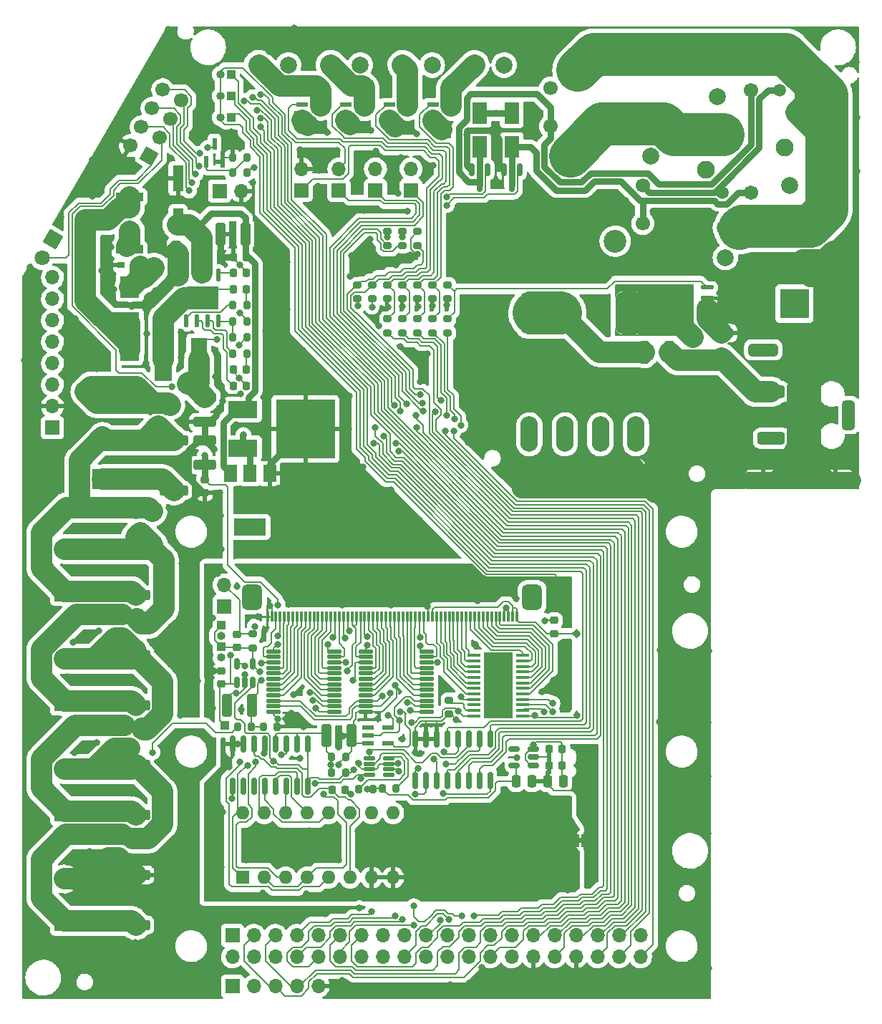
<source format=gtl>
G04 #@! TF.GenerationSoftware,KiCad,Pcbnew,(6.0.5-0)*
G04 #@! TF.CreationDate,2023-01-18T02:57:04+09:00*
G04 #@! TF.ProjectId,qPCR-main,71504352-2d6d-4616-996e-2e6b69636164,rev?*
G04 #@! TF.SameCoordinates,Original*
G04 #@! TF.FileFunction,Copper,L1,Top*
G04 #@! TF.FilePolarity,Positive*
%FSLAX46Y46*%
G04 Gerber Fmt 4.6, Leading zero omitted, Abs format (unit mm)*
G04 Created by KiCad (PCBNEW (6.0.5-0)) date 2023-01-18 02:57:04*
%MOMM*%
%LPD*%
G01*
G04 APERTURE LIST*
G04 Aperture macros list*
%AMRoundRect*
0 Rectangle with rounded corners*
0 $1 Rounding radius*
0 $2 $3 $4 $5 $6 $7 $8 $9 X,Y pos of 4 corners*
0 Add a 4 corners polygon primitive as box body*
4,1,4,$2,$3,$4,$5,$6,$7,$8,$9,$2,$3,0*
0 Add four circle primitives for the rounded corners*
1,1,$1+$1,$2,$3*
1,1,$1+$1,$4,$5*
1,1,$1+$1,$6,$7*
1,1,$1+$1,$8,$9*
0 Add four rect primitives between the rounded corners*
20,1,$1+$1,$2,$3,$4,$5,0*
20,1,$1+$1,$4,$5,$6,$7,0*
20,1,$1+$1,$6,$7,$8,$9,0*
20,1,$1+$1,$8,$9,$2,$3,0*%
%AMHorizOval*
0 Thick line with rounded ends*
0 $1 width*
0 $2 $3 position (X,Y) of the first rounded end (center of the circle)*
0 $4 $5 position (X,Y) of the second rounded end (center of the circle)*
0 Add line between two ends*
20,1,$1,$2,$3,$4,$5,0*
0 Add two circle primitives to create the rounded ends*
1,1,$1,$2,$3*
1,1,$1,$4,$5*%
%AMRotRect*
0 Rectangle, with rotation*
0 The origin of the aperture is its center*
0 $1 length*
0 $2 width*
0 $3 Rotation angle, in degrees counterclockwise*
0 Add horizontal line*
21,1,$1,$2,0,0,$3*%
%AMFreePoly0*
4,1,22,0.500000,-0.750000,0.000000,-0.750000,0.000000,-0.745033,-0.079941,-0.743568,-0.215256,-0.701293,-0.333266,-0.622738,-0.424486,-0.514219,-0.481581,-0.384460,-0.499164,-0.250000,-0.500000,-0.250000,-0.500000,0.250000,-0.499164,0.250000,-0.499963,0.256109,-0.478152,0.396186,-0.417904,0.524511,-0.324060,0.630769,-0.204165,0.706417,-0.067858,0.745374,0.000000,0.744959,0.000000,0.750000,
0.500000,0.750000,0.500000,-0.750000,0.500000,-0.750000,$1*%
%AMFreePoly1*
4,1,20,0.000000,0.744959,0.073905,0.744508,0.209726,0.703889,0.328688,0.626782,0.421226,0.519385,0.479903,0.390333,0.500000,0.250000,0.500000,-0.250000,0.499851,-0.262216,0.476331,-0.402017,0.414519,-0.529596,0.319384,-0.634700,0.198574,-0.708877,0.061801,-0.746166,0.000000,-0.745033,0.000000,-0.750000,-0.500000,-0.750000,-0.500000,0.750000,0.000000,0.750000,0.000000,0.744959,
0.000000,0.744959,$1*%
G04 Aperture macros list end*
G04 #@! TA.AperFunction,ComponentPad*
%ADD10R,1.700000X1.700000*%
G04 #@! TD*
G04 #@! TA.AperFunction,ComponentPad*
%ADD11O,1.700000X1.700000*%
G04 #@! TD*
G04 #@! TA.AperFunction,ComponentPad*
%ADD12C,2.000000*%
G04 #@! TD*
G04 #@! TA.AperFunction,SMDPad,CuDef*
%ADD13FreePoly0,180.000000*%
G04 #@! TD*
G04 #@! TA.AperFunction,SMDPad,CuDef*
%ADD14FreePoly1,180.000000*%
G04 #@! TD*
G04 #@! TA.AperFunction,SMDPad,CuDef*
%ADD15RoundRect,0.150000X-0.150000X0.587500X-0.150000X-0.587500X0.150000X-0.587500X0.150000X0.587500X0*%
G04 #@! TD*
G04 #@! TA.AperFunction,ComponentPad*
%ADD16R,2.400000X2.400000*%
G04 #@! TD*
G04 #@! TA.AperFunction,ComponentPad*
%ADD17C,2.400000*%
G04 #@! TD*
G04 #@! TA.AperFunction,SMDPad,CuDef*
%ADD18RoundRect,0.250000X-0.250000X-0.475000X0.250000X-0.475000X0.250000X0.475000X-0.250000X0.475000X0*%
G04 #@! TD*
G04 #@! TA.AperFunction,SMDPad,CuDef*
%ADD19R,2.300000X2.500000*%
G04 #@! TD*
G04 #@! TA.AperFunction,SMDPad,CuDef*
%ADD20RoundRect,0.250000X-1.425000X0.362500X-1.425000X-0.362500X1.425000X-0.362500X1.425000X0.362500X0*%
G04 #@! TD*
G04 #@! TA.AperFunction,SMDPad,CuDef*
%ADD21R,3.200000X1.000000*%
G04 #@! TD*
G04 #@! TA.AperFunction,SMDPad,CuDef*
%ADD22R,1.900000X5.100000*%
G04 #@! TD*
G04 #@! TA.AperFunction,SMDPad,CuDef*
%ADD23R,2.100000X5.100000*%
G04 #@! TD*
G04 #@! TA.AperFunction,SMDPad,CuDef*
%ADD24RoundRect,0.225000X0.225000X0.250000X-0.225000X0.250000X-0.225000X-0.250000X0.225000X-0.250000X0*%
G04 #@! TD*
G04 #@! TA.AperFunction,SMDPad,CuDef*
%ADD25RoundRect,0.225000X-0.225000X-0.250000X0.225000X-0.250000X0.225000X0.250000X-0.225000X0.250000X0*%
G04 #@! TD*
G04 #@! TA.AperFunction,SMDPad,CuDef*
%ADD26R,1.800000X2.500000*%
G04 #@! TD*
G04 #@! TA.AperFunction,SMDPad,CuDef*
%ADD27RoundRect,0.200000X-0.275000X0.200000X-0.275000X-0.200000X0.275000X-0.200000X0.275000X0.200000X0*%
G04 #@! TD*
G04 #@! TA.AperFunction,SMDPad,CuDef*
%ADD28RoundRect,0.200000X0.275000X-0.200000X0.275000X0.200000X-0.275000X0.200000X-0.275000X-0.200000X0*%
G04 #@! TD*
G04 #@! TA.AperFunction,SMDPad,CuDef*
%ADD29RoundRect,0.109795X-0.765205X-0.109794X0.765205X-0.109794X0.765205X0.109794X-0.765205X0.109794X0*%
G04 #@! TD*
G04 #@! TA.AperFunction,SMDPad,CuDef*
%ADD30RoundRect,0.150000X-0.150000X0.825000X-0.150000X-0.825000X0.150000X-0.825000X0.150000X0.825000X0*%
G04 #@! TD*
G04 #@! TA.AperFunction,SMDPad,CuDef*
%ADD31RoundRect,0.225000X0.250000X-0.225000X0.250000X0.225000X-0.250000X0.225000X-0.250000X-0.225000X0*%
G04 #@! TD*
G04 #@! TA.AperFunction,SMDPad,CuDef*
%ADD32RoundRect,0.225000X-0.250000X0.225000X-0.250000X-0.225000X0.250000X-0.225000X0.250000X0.225000X0*%
G04 #@! TD*
G04 #@! TA.AperFunction,SMDPad,CuDef*
%ADD33RoundRect,0.250000X0.325000X1.100000X-0.325000X1.100000X-0.325000X-1.100000X0.325000X-1.100000X0*%
G04 #@! TD*
G04 #@! TA.AperFunction,SMDPad,CuDef*
%ADD34RoundRect,0.109795X-0.552705X-0.109795X0.552705X-0.109795X0.552705X0.109795X-0.552705X0.109795X0*%
G04 #@! TD*
G04 #@! TA.AperFunction,SMDPad,CuDef*
%ADD35RoundRect,0.150000X0.150000X-0.512500X0.150000X0.512500X-0.150000X0.512500X-0.150000X-0.512500X0*%
G04 #@! TD*
G04 #@! TA.AperFunction,SMDPad,CuDef*
%ADD36RoundRect,0.100000X0.687500X0.100000X-0.687500X0.100000X-0.687500X-0.100000X0.687500X-0.100000X0*%
G04 #@! TD*
G04 #@! TA.AperFunction,ComponentPad*
%ADD37C,0.600000*%
G04 #@! TD*
G04 #@! TA.AperFunction,SMDPad,CuDef*
%ADD38R,3.400000X7.800000*%
G04 #@! TD*
G04 #@! TA.AperFunction,SMDPad,CuDef*
%ADD39RoundRect,0.200000X0.200000X0.275000X-0.200000X0.275000X-0.200000X-0.275000X0.200000X-0.275000X0*%
G04 #@! TD*
G04 #@! TA.AperFunction,ComponentPad*
%ADD40R,1.600000X1.600000*%
G04 #@! TD*
G04 #@! TA.AperFunction,ComponentPad*
%ADD41O,1.600000X1.600000*%
G04 #@! TD*
G04 #@! TA.AperFunction,SMDPad,CuDef*
%ADD42R,1.473200X0.558800*%
G04 #@! TD*
G04 #@! TA.AperFunction,SMDPad,CuDef*
%ADD43RoundRect,0.200000X-0.200000X-0.275000X0.200000X-0.275000X0.200000X0.275000X-0.200000X0.275000X0*%
G04 #@! TD*
G04 #@! TA.AperFunction,SMDPad,CuDef*
%ADD44RoundRect,0.072295X0.072295X0.552705X-0.072295X0.552705X-0.072295X-0.552705X0.072295X-0.552705X0*%
G04 #@! TD*
G04 #@! TA.AperFunction,SMDPad,CuDef*
%ADD45RoundRect,0.600000X0.600000X0.899999X-0.600000X0.899999X-0.600000X-0.899999X0.600000X-0.899999X0*%
G04 #@! TD*
G04 #@! TA.AperFunction,SMDPad,CuDef*
%ADD46RoundRect,0.139700X-0.139700X0.590550X-0.139700X-0.590550X0.139700X-0.590550X0.139700X0.590550X0*%
G04 #@! TD*
G04 #@! TA.AperFunction,SMDPad,CuDef*
%ADD47R,3.708400X2.717800*%
G04 #@! TD*
G04 #@! TA.AperFunction,ComponentPad*
%ADD48C,2.108200*%
G04 #@! TD*
G04 #@! TA.AperFunction,ComponentPad*
%ADD49C,1.498600*%
G04 #@! TD*
G04 #@! TA.AperFunction,ComponentPad*
%ADD50C,1.701800*%
G04 #@! TD*
G04 #@! TA.AperFunction,ComponentPad*
%ADD51C,2.006600*%
G04 #@! TD*
G04 #@! TA.AperFunction,ComponentPad*
%ADD52C,2.700000*%
G04 #@! TD*
G04 #@! TA.AperFunction,ComponentPad*
%ADD53C,1.700000*%
G04 #@! TD*
G04 #@! TA.AperFunction,SMDPad,CuDef*
%ADD54R,1.320800X0.558800*%
G04 #@! TD*
G04 #@! TA.AperFunction,SMDPad,CuDef*
%ADD55R,1.397000X0.889000*%
G04 #@! TD*
G04 #@! TA.AperFunction,SMDPad,CuDef*
%ADD56R,0.863600X0.762000*%
G04 #@! TD*
G04 #@! TA.AperFunction,ComponentPad*
%ADD57R,3.500000X3.500000*%
G04 #@! TD*
G04 #@! TA.AperFunction,ComponentPad*
%ADD58RoundRect,0.750000X0.750000X1.000000X-0.750000X1.000000X-0.750000X-1.000000X0.750000X-1.000000X0*%
G04 #@! TD*
G04 #@! TA.AperFunction,ComponentPad*
%ADD59RoundRect,0.875000X0.875000X0.875000X-0.875000X0.875000X-0.875000X-0.875000X0.875000X-0.875000X0*%
G04 #@! TD*
G04 #@! TA.AperFunction,SMDPad,CuDef*
%ADD60R,1.500000X2.000000*%
G04 #@! TD*
G04 #@! TA.AperFunction,SMDPad,CuDef*
%ADD61R,3.800000X2.000000*%
G04 #@! TD*
G04 #@! TA.AperFunction,SMDPad,CuDef*
%ADD62R,0.889000X1.397000*%
G04 #@! TD*
G04 #@! TA.AperFunction,SMDPad,CuDef*
%ADD63R,0.762000X0.863600*%
G04 #@! TD*
G04 #@! TA.AperFunction,SMDPad,CuDef*
%ADD64RoundRect,0.114300X0.643700X0.114300X-0.643700X0.114300X-0.643700X-0.114300X0.643700X-0.114300X0*%
G04 #@! TD*
G04 #@! TA.AperFunction,SMDPad,CuDef*
%ADD65RoundRect,0.114300X1.929700X2.090000X-1.929700X2.090000X-1.929700X-2.090000X1.929700X-2.090000X0*%
G04 #@! TD*
G04 #@! TA.AperFunction,SMDPad,CuDef*
%ADD66RoundRect,0.250000X1.100000X-0.325000X1.100000X0.325000X-1.100000X0.325000X-1.100000X-0.325000X0*%
G04 #@! TD*
G04 #@! TA.AperFunction,SMDPad,CuDef*
%ADD67RoundRect,0.812500X0.812500X1.687500X-0.812500X1.687500X-0.812500X-1.687500X0.812500X-1.687500X0*%
G04 #@! TD*
G04 #@! TA.AperFunction,ComponentPad*
%ADD68R,1.000000X1.000000*%
G04 #@! TD*
G04 #@! TA.AperFunction,ComponentPad*
%ADD69O,1.000000X1.000000*%
G04 #@! TD*
G04 #@! TA.AperFunction,ComponentPad*
%ADD70O,2.400000X2.400000*%
G04 #@! TD*
G04 #@! TA.AperFunction,ComponentPad*
%ADD71RotRect,1.700000X1.700000X150.000000*%
G04 #@! TD*
G04 #@! TA.AperFunction,ComponentPad*
%ADD72HorizOval,1.700000X0.000000X0.000000X0.000000X0.000000X0*%
G04 #@! TD*
G04 #@! TA.AperFunction,SMDPad,CuDef*
%ADD73R,0.558800X1.320800*%
G04 #@! TD*
G04 #@! TA.AperFunction,ComponentPad*
%ADD74RoundRect,0.375000X1.275000X-0.375000X1.275000X0.375000X-1.275000X0.375000X-1.275000X-0.375000X0*%
G04 #@! TD*
G04 #@! TA.AperFunction,ComponentPad*
%ADD75RoundRect,0.375000X0.375000X1.375000X-0.375000X1.375000X-0.375000X-1.375000X0.375000X-1.375000X0*%
G04 #@! TD*
G04 #@! TA.AperFunction,ComponentPad*
%ADD76RoundRect,0.375000X-1.375000X0.375000X-1.375000X-0.375000X1.375000X-0.375000X1.375000X0.375000X0*%
G04 #@! TD*
G04 #@! TA.AperFunction,SMDPad,CuDef*
%ADD77R,1.219200X3.098800*%
G04 #@! TD*
G04 #@! TA.AperFunction,SMDPad,CuDef*
%ADD78RoundRect,0.150000X0.512500X0.150000X-0.512500X0.150000X-0.512500X-0.150000X0.512500X-0.150000X0*%
G04 #@! TD*
G04 #@! TA.AperFunction,SMDPad,CuDef*
%ADD79RoundRect,0.250000X0.250000X0.475000X-0.250000X0.475000X-0.250000X-0.475000X0.250000X-0.475000X0*%
G04 #@! TD*
G04 #@! TA.AperFunction,SMDPad,CuDef*
%ADD80RoundRect,0.250000X-0.325000X-1.100000X0.325000X-1.100000X0.325000X1.100000X-0.325000X1.100000X0*%
G04 #@! TD*
G04 #@! TA.AperFunction,SMDPad,CuDef*
%ADD81R,3.500000X2.000000*%
G04 #@! TD*
G04 #@! TA.AperFunction,SMDPad,CuDef*
%ADD82R,7.000000X7.000000*%
G04 #@! TD*
G04 #@! TA.AperFunction,ComponentPad*
%ADD83RotRect,1.800000X1.800000X240.000000*%
G04 #@! TD*
G04 #@! TA.AperFunction,ComponentPad*
%ADD84C,1.800000*%
G04 #@! TD*
G04 #@! TA.AperFunction,ComponentPad*
%ADD85O,2.100000X4.200000*%
G04 #@! TD*
G04 #@! TA.AperFunction,ViaPad*
%ADD86C,0.800000*%
G04 #@! TD*
G04 #@! TA.AperFunction,Conductor*
%ADD87C,0.210820*%
G04 #@! TD*
G04 #@! TA.AperFunction,Conductor*
%ADD88C,0.762000*%
G04 #@! TD*
G04 #@! TA.AperFunction,Conductor*
%ADD89C,2.540000*%
G04 #@! TD*
G04 #@! TA.AperFunction,Conductor*
%ADD90C,5.080000*%
G04 #@! TD*
G04 #@! TA.AperFunction,Conductor*
%ADD91C,2.032000*%
G04 #@! TD*
G04 APERTURE END LIST*
G36*
X146740000Y-131100000D02*
G01*
X146240000Y-131100000D01*
X146240000Y-130500000D01*
X146740000Y-130500000D01*
X146740000Y-131100000D01*
G37*
D10*
X105370000Y-148000000D03*
D11*
X107910000Y-148000000D03*
X110450000Y-148000000D03*
X112990000Y-148000000D03*
X115530000Y-148000000D03*
D12*
X129000000Y-39100000D03*
X125500000Y-39100000D03*
D10*
X104399994Y-103105001D03*
D11*
X104399994Y-100565001D03*
D10*
X84095000Y-81985000D03*
D11*
X84095000Y-79445000D03*
X84095000Y-76905000D03*
X84095000Y-74365000D03*
X84095000Y-71825000D03*
X84095000Y-69285000D03*
X84095000Y-66745000D03*
X84095000Y-64205000D03*
D13*
X147140000Y-130800000D03*
D14*
X145840000Y-130800000D03*
D15*
X97560000Y-79732500D03*
X95660000Y-79732500D03*
X96610000Y-81607500D03*
X95870000Y-92062500D03*
X93970000Y-92062500D03*
X94920000Y-93937500D03*
X92926000Y-104512500D03*
X91026000Y-104512500D03*
X91976000Y-106387500D03*
X92926000Y-117512500D03*
X91026000Y-117512500D03*
X91976000Y-119387500D03*
X92926000Y-130512500D03*
X91026000Y-130512500D03*
X91976000Y-132387500D03*
D16*
X85546006Y-101319990D03*
D17*
X85546006Y-96319990D03*
D16*
X85546006Y-114319990D03*
D17*
X85546006Y-109319990D03*
D16*
X85546006Y-127319989D03*
D17*
X85546006Y-122319989D03*
D16*
X85546006Y-140319989D03*
D17*
X85546006Y-135319989D03*
D18*
X138902505Y-123797500D03*
X140802505Y-123797500D03*
D19*
X93220007Y-69619995D03*
X93220007Y-65319995D03*
X93220007Y-72799990D03*
X93220007Y-77099990D03*
D20*
X98430000Y-83457500D03*
X98430000Y-89382500D03*
X93936000Y-95857500D03*
X93936000Y-101782500D03*
X93936000Y-108857500D03*
X93936000Y-114782500D03*
X93936000Y-121857500D03*
X93936000Y-127782500D03*
X93936000Y-134857500D03*
X93936000Y-140782500D03*
D21*
X93220007Y-60900011D03*
X93220007Y-54700011D03*
D22*
X101395000Y-73880000D03*
D23*
X97195000Y-73880000D03*
D24*
X107004988Y-63677800D03*
X105454988Y-63677800D03*
D25*
X105454988Y-75107800D03*
X107004988Y-75107800D03*
D16*
X90030000Y-88090000D03*
D17*
X90030000Y-83090000D03*
D12*
X137500000Y-39100000D03*
X134000000Y-39100000D03*
X120500000Y-39100000D03*
X117000000Y-39100000D03*
D26*
X134590000Y-48790000D03*
X134590000Y-44790000D03*
X138400000Y-48790000D03*
X138400000Y-44790000D03*
D15*
X135540000Y-51452500D03*
X133640000Y-51452500D03*
X134590000Y-53327500D03*
X139350000Y-51452500D03*
X137450000Y-51452500D03*
X138400000Y-53327500D03*
D27*
X123725991Y-58779021D03*
X123725991Y-60429021D03*
D28*
X125503991Y-60429021D03*
X125503991Y-58779021D03*
D29*
X110245846Y-108425983D03*
X110245846Y-109075981D03*
X110245846Y-109725982D03*
X110245846Y-110375982D03*
X110245846Y-111025982D03*
X110245846Y-111675982D03*
X110245846Y-112325982D03*
X110245846Y-112975982D03*
X110245846Y-113625982D03*
X110245846Y-114275982D03*
X110245846Y-114925983D03*
X110245846Y-115575981D03*
X117445846Y-115575981D03*
X117445846Y-114925983D03*
X117445846Y-114275982D03*
X117445846Y-113625982D03*
X117445846Y-112975982D03*
X117445846Y-112325982D03*
X117445846Y-111675982D03*
X117445846Y-111025982D03*
X117445846Y-110375982D03*
X117445846Y-109725982D03*
X117445846Y-109075981D03*
X117445846Y-108425983D03*
D30*
X135865000Y-118745000D03*
X134595000Y-118745000D03*
X133325000Y-118745000D03*
X132055000Y-118745000D03*
X130785000Y-118745000D03*
X129515000Y-118745000D03*
X128245000Y-118745000D03*
X126975000Y-118745000D03*
X126975000Y-123695000D03*
X128245000Y-123695000D03*
X129515000Y-123695000D03*
X130785000Y-123695000D03*
X132055000Y-123695000D03*
X133325000Y-123695000D03*
X134595000Y-123695000D03*
X135865000Y-123695000D03*
D29*
X121135855Y-108425983D03*
X121135855Y-109075981D03*
X121135855Y-109725982D03*
X121135855Y-110375982D03*
X121135855Y-111025982D03*
X121135855Y-111675982D03*
X121135855Y-112325982D03*
X121135855Y-112975982D03*
X121135855Y-113625982D03*
X121135855Y-114275982D03*
X121135855Y-114925983D03*
X121135855Y-115575981D03*
X128335855Y-115575981D03*
X128335855Y-114925983D03*
X128335855Y-114275982D03*
X128335855Y-113625982D03*
X128335855Y-112975982D03*
X128335855Y-112325982D03*
X128335855Y-111675982D03*
X128335855Y-111025982D03*
X128335855Y-110375982D03*
X128335855Y-109725982D03*
X128335855Y-109075981D03*
X128335855Y-108425983D03*
D31*
X104069998Y-112284988D03*
X104069998Y-110734988D03*
D32*
X143430000Y-104765000D03*
X143430000Y-106315000D03*
X105885005Y-106405000D03*
X105885005Y-107955000D03*
D25*
X117164998Y-124822407D03*
X118714998Y-124822407D03*
D33*
X119414998Y-118369994D03*
X116464998Y-118369994D03*
D34*
X121562500Y-121075000D03*
X121562500Y-121725000D03*
X121562500Y-122375000D03*
X121562500Y-123025000D03*
X123837500Y-123025000D03*
X123837500Y-122375000D03*
X123837500Y-121725000D03*
X123837500Y-121075000D03*
D35*
X105887505Y-112127500D03*
X106837505Y-112127500D03*
X107787505Y-112127500D03*
X107787505Y-109852500D03*
X105887505Y-109852500D03*
D36*
X139666900Y-116046200D03*
X139666900Y-115396200D03*
X139666900Y-114746200D03*
X139666900Y-114096200D03*
X139666900Y-113446200D03*
X139666900Y-112796200D03*
X139666900Y-112146200D03*
X139666900Y-111496200D03*
X139666900Y-110846200D03*
X139666900Y-110196200D03*
X139666900Y-109546200D03*
X139666900Y-108896200D03*
X133941900Y-108896200D03*
X133941900Y-109546200D03*
X133941900Y-110196200D03*
X133941900Y-110846200D03*
X133941900Y-111496200D03*
X133941900Y-112146200D03*
X133941900Y-112796200D03*
X133941900Y-113446200D03*
X133941900Y-114096200D03*
X133941900Y-114746200D03*
X133941900Y-115396200D03*
X133941900Y-116046200D03*
D37*
X136804400Y-114421200D03*
X136804400Y-110521200D03*
X135504400Y-113121200D03*
X138104400Y-111821200D03*
X135504400Y-115721200D03*
X135504400Y-109221200D03*
X138104400Y-113121200D03*
X135504400Y-110521200D03*
X135504400Y-111821200D03*
X136804400Y-115721200D03*
X136804400Y-113121200D03*
D38*
X136804400Y-112471200D03*
D37*
X136804400Y-111821200D03*
X138104400Y-109221200D03*
X138104400Y-114421200D03*
X135504400Y-114421200D03*
X138104400Y-115721200D03*
X138104400Y-110521200D03*
X136804400Y-109221200D03*
D39*
X118764998Y-122765007D03*
X117114998Y-122765007D03*
D30*
X114255000Y-119395620D03*
X112985000Y-119395620D03*
X111715000Y-119395620D03*
X110445000Y-119395620D03*
X109175000Y-119395620D03*
X107905000Y-119395620D03*
X106635000Y-119395620D03*
X105365000Y-119395620D03*
X105365000Y-124345620D03*
X106635000Y-124345620D03*
X107905000Y-124345620D03*
X109175000Y-124345620D03*
X110445000Y-124345620D03*
X111715000Y-124345620D03*
X112985000Y-124345620D03*
X114255000Y-124345620D03*
D40*
X106585004Y-135149996D03*
D41*
X109125004Y-135149996D03*
X111665004Y-135149996D03*
X114205004Y-135149996D03*
X116745004Y-135149996D03*
X119285004Y-135149996D03*
X121825004Y-135149996D03*
X124365004Y-135149996D03*
X124365004Y-127529996D03*
X121825004Y-127529996D03*
X119285004Y-127529996D03*
X116745004Y-127529996D03*
X114205004Y-127529996D03*
X111665004Y-127529996D03*
X109125004Y-127529996D03*
X106585004Y-127529996D03*
D42*
X121416191Y-117419993D03*
X121416191Y-118369994D03*
X121416191Y-119319995D03*
X123803791Y-119319995D03*
X123803791Y-117419993D03*
D43*
X117114998Y-120860007D03*
X118764998Y-120860007D03*
X105965007Y-117320009D03*
X107615007Y-117320009D03*
D39*
X121975000Y-124690000D03*
X120325000Y-124690000D03*
D43*
X123085000Y-124640000D03*
X124735000Y-124640000D03*
D44*
X139019991Y-104340000D03*
X138519991Y-104340000D03*
X138019991Y-104340000D03*
X137519991Y-104340000D03*
X137019991Y-104340000D03*
X136519991Y-104340000D03*
X136019992Y-104340000D03*
X135519990Y-104340000D03*
X135019991Y-104340000D03*
X134519990Y-104340000D03*
X134019991Y-104340000D03*
X133519992Y-104340000D03*
X133019990Y-104340000D03*
X132519991Y-104340000D03*
X132019990Y-104340000D03*
X131519991Y-104340000D03*
X131019992Y-104340000D03*
X130519990Y-104340000D03*
X130019991Y-104340000D03*
X129519992Y-104340000D03*
X129019991Y-104340000D03*
X128519992Y-104340000D03*
X128019990Y-104340000D03*
X127519991Y-104340000D03*
X127019992Y-104340000D03*
X126519991Y-104340000D03*
X126019992Y-104340000D03*
X125519990Y-104340000D03*
X125019991Y-104340000D03*
X124519992Y-104340000D03*
X124019991Y-104340000D03*
X123519992Y-104340000D03*
X123019990Y-104340000D03*
X122519991Y-104340000D03*
X122019992Y-104340000D03*
X121519990Y-104340000D03*
X121019991Y-104340000D03*
X120519990Y-104340000D03*
X120019991Y-104340000D03*
X119519992Y-104340000D03*
X119019990Y-104340000D03*
X118519991Y-104340000D03*
X118019990Y-104340000D03*
X117519991Y-104340000D03*
X117019992Y-104340000D03*
X116519990Y-104340000D03*
X116019991Y-104340000D03*
X115519990Y-104340000D03*
X115019991Y-104340000D03*
X114519992Y-104340000D03*
X114019990Y-104340000D03*
X113519991Y-104340000D03*
X113019992Y-104340000D03*
X112519993Y-104340000D03*
X112019994Y-104340000D03*
X111519995Y-104340000D03*
X111019996Y-104340000D03*
X110519997Y-104340000D03*
X110019998Y-104340000D03*
X109519999Y-104340000D03*
D45*
X140819991Y-102015000D03*
X107720003Y-102015000D03*
D46*
X103715000Y-63925850D03*
X102445000Y-63925850D03*
X101175000Y-63925850D03*
X99905000Y-63925850D03*
X99905000Y-69374150D03*
X101175000Y-69374150D03*
X102445000Y-69374150D03*
X103715000Y-69374150D03*
D47*
X101810000Y-66650000D03*
D12*
X163669312Y-61854869D03*
X163669312Y-58354869D03*
D48*
X172059312Y-44714869D03*
D49*
X170109312Y-42064869D03*
D50*
X166709312Y-42064869D03*
D51*
X162759312Y-42864869D03*
D48*
X163359312Y-47364869D03*
X161359312Y-51514869D03*
D49*
X163309312Y-54164869D03*
D50*
X166709312Y-54164869D03*
D51*
X171259312Y-53364869D03*
D48*
X170659312Y-48864869D03*
D52*
X146249312Y-39724869D03*
D53*
X142999312Y-41824869D03*
X142999312Y-46324869D03*
D12*
X145349312Y-49824869D03*
X154849312Y-49824869D03*
D53*
X153899312Y-53324869D03*
X153899312Y-57824869D03*
D52*
X150649312Y-59924869D03*
D32*
X102089991Y-88135008D03*
X102089991Y-89685008D03*
D54*
X123942805Y-43760212D03*
X123942805Y-45639812D03*
X126127205Y-44700012D03*
X129107794Y-43760212D03*
X129107794Y-45639812D03*
X131292194Y-44700012D03*
X118777791Y-43760212D03*
X118777791Y-45639812D03*
X120962191Y-44700012D03*
X113612803Y-43760212D03*
X113612803Y-45639812D03*
X115797203Y-44700012D03*
D55*
X93969307Y-62770004D03*
D56*
X92204007Y-62770004D03*
D57*
X171828993Y-67310000D03*
D58*
X177828993Y-67310000D03*
D59*
X174828993Y-62610000D03*
D60*
X109769991Y-87400009D03*
X107469991Y-87400009D03*
X105169991Y-87400009D03*
D61*
X107469991Y-93700009D03*
D24*
X107004988Y-65582800D03*
X105454988Y-65582800D03*
D43*
X105404988Y-67487800D03*
X107054988Y-67487800D03*
D62*
X159900000Y-73499300D03*
D63*
X159900000Y-71734000D03*
D64*
X161510206Y-69204992D03*
X161510206Y-67934992D03*
X161510206Y-66664992D03*
X161510206Y-65394992D03*
D65*
X157773206Y-67304292D03*
D64*
X155168206Y-67934992D03*
X155168206Y-66664992D03*
X155168206Y-65394992D03*
X155168206Y-69204992D03*
D66*
X163230000Y-73745000D03*
X163230000Y-70795000D03*
D33*
X157065000Y-73030000D03*
X154115000Y-73030000D03*
D67*
X152285006Y-68409998D03*
X141035006Y-68409998D03*
D12*
X112000000Y-39100000D03*
X108500000Y-39100000D03*
D10*
X122292008Y-53920949D03*
D11*
X122292008Y-51380949D03*
D10*
X126483008Y-53920949D03*
D11*
X126483008Y-51380949D03*
D68*
X105210000Y-45300000D03*
D69*
X103940000Y-45300000D03*
D68*
X105210000Y-42760000D03*
D69*
X103940000Y-42760000D03*
D68*
X105210000Y-40220000D03*
D69*
X103940000Y-40220000D03*
D10*
X117974999Y-53920949D03*
D11*
X117974999Y-51380949D03*
D10*
X113530000Y-53920945D03*
D11*
X113530000Y-51380945D03*
D27*
X130838000Y-65095000D03*
X130838000Y-66745000D03*
D28*
X120169991Y-66745010D03*
X120169991Y-65095010D03*
X127281991Y-66745010D03*
X127281991Y-65095010D03*
X129060000Y-66745000D03*
X129060000Y-65095000D03*
X121947991Y-66745010D03*
X121947991Y-65095010D03*
X123725991Y-66745010D03*
X123725991Y-65095010D03*
X125504000Y-66745000D03*
X125504000Y-65095000D03*
D27*
X130838000Y-69125000D03*
X130838000Y-70775000D03*
D28*
X127281991Y-60429021D03*
X127281991Y-58779021D03*
D27*
X127282000Y-69125000D03*
X127282000Y-70775000D03*
X129060000Y-69125000D03*
X129060000Y-70775000D03*
X125504000Y-69125000D03*
X125504000Y-70775000D03*
X123725991Y-69125000D03*
X123725991Y-70775000D03*
D28*
X131010000Y-115845000D03*
X131010000Y-114195000D03*
D17*
X88000000Y-77725000D03*
D70*
X88000000Y-57405000D03*
D10*
X105369995Y-141999995D03*
D11*
X105369995Y-144539995D03*
X107909995Y-141999995D03*
X107909995Y-144539995D03*
X110449995Y-141999995D03*
X110449995Y-144539995D03*
X112989995Y-141999995D03*
X112989995Y-144539995D03*
X115529995Y-141999995D03*
X115529995Y-144539995D03*
X118069995Y-141999995D03*
X118069995Y-144539995D03*
X120609995Y-141999995D03*
X120609995Y-144539995D03*
X123149995Y-141999995D03*
X123149995Y-144539995D03*
X125689995Y-141999995D03*
X125689995Y-144539995D03*
X128229995Y-141999995D03*
X128229995Y-144539995D03*
X130769995Y-141999995D03*
X130769995Y-144539995D03*
X133309995Y-141999995D03*
X133309995Y-144539995D03*
X135849995Y-141999995D03*
X135849995Y-144539995D03*
X138389995Y-141999995D03*
X138389995Y-144539995D03*
X140929995Y-141999995D03*
X140929995Y-144539995D03*
X143469995Y-141999995D03*
X143469995Y-144539995D03*
X146009995Y-141999995D03*
X146009995Y-144539995D03*
X148549995Y-141999995D03*
X148549995Y-144539995D03*
X151089995Y-141999995D03*
X151089995Y-144539995D03*
X153629995Y-141999995D03*
X153629995Y-144539995D03*
D71*
X95524183Y-49888397D03*
D72*
X93324478Y-48618397D03*
X96794183Y-47688692D03*
X94594478Y-46418692D03*
X98064183Y-45488988D03*
X95864478Y-44218988D03*
X99334183Y-43289283D03*
X97134478Y-42019283D03*
D43*
X105404988Y-73202800D03*
X107054988Y-73202800D03*
X105404988Y-51816000D03*
X107054988Y-51816000D03*
X105404988Y-50038000D03*
X107054988Y-50038000D03*
D73*
X102310200Y-50572200D03*
X104189800Y-50572200D03*
X103250000Y-48387800D03*
D66*
X102089991Y-81314998D03*
X102089991Y-78364998D03*
X102089991Y-86394998D03*
X102089991Y-83444998D03*
D74*
X169100008Y-83225988D03*
X169100008Y-77725988D03*
X172850008Y-82975988D03*
X172850008Y-77975988D03*
D75*
X178250008Y-80475988D03*
D76*
X168150008Y-88175988D03*
X176650008Y-88175988D03*
X168150008Y-72775988D03*
X176650008Y-72775988D03*
D33*
X106885000Y-59105800D03*
X103935000Y-59105800D03*
D24*
X107004988Y-61772800D03*
X105454988Y-61772800D03*
D77*
X98940010Y-57602704D03*
X98940010Y-52497304D03*
D78*
X140990005Y-121890000D03*
X140990005Y-120940000D03*
X140990005Y-119990000D03*
X138715005Y-119990000D03*
X138715005Y-121890000D03*
D24*
X144367502Y-119987500D03*
X142817502Y-119987500D03*
D28*
X107790005Y-108005000D03*
X107790005Y-106355000D03*
D39*
X107054988Y-71297800D03*
X105404988Y-71297800D03*
D43*
X109035004Y-117320009D03*
X110685004Y-117320009D03*
D79*
X144542502Y-123797500D03*
X142642502Y-123797500D03*
D80*
X104765000Y-114800000D03*
X107715000Y-114800000D03*
D81*
X106605000Y-79830000D03*
X106605000Y-84410000D03*
D82*
X114005000Y-82130000D03*
D24*
X107004988Y-77012800D03*
X105454988Y-77012800D03*
D43*
X105404988Y-69392800D03*
X107054988Y-69392800D03*
D24*
X144367502Y-121892500D03*
X142817502Y-121892500D03*
D80*
X98690000Y-61210000D03*
X101640000Y-61210000D03*
D10*
X103850000Y-53985000D03*
D11*
X106390000Y-53985000D03*
D83*
X84130000Y-59719988D03*
D84*
X82860000Y-61919693D03*
D68*
X104510000Y-117200000D03*
D85*
X140490004Y-88250007D03*
X144690004Y-88250007D03*
X148890004Y-88250007D03*
X153090004Y-88250007D03*
X140490004Y-82750007D03*
X144690004Y-82750007D03*
X148890004Y-82750007D03*
X153090004Y-82750007D03*
D68*
X104069998Y-107890005D03*
D69*
X104069998Y-109160005D03*
D68*
X104069998Y-105350005D03*
D69*
X104069998Y-106620005D03*
D86*
X112370000Y-115730000D03*
X134070000Y-129110000D03*
X112630000Y-113500000D03*
X137280000Y-122530000D03*
X104010000Y-133940000D03*
X130760000Y-131020000D03*
X114470000Y-129580000D03*
X117950000Y-133120000D03*
X145030000Y-136620000D03*
X103600000Y-99240000D03*
X131850000Y-136860000D03*
X114960000Y-100150000D03*
X120250000Y-129680000D03*
X118450000Y-118410000D03*
X108380000Y-104310000D03*
X109770000Y-103020000D03*
X106035620Y-119395620D03*
X114150000Y-137060000D03*
X107010000Y-133060000D03*
X104960000Y-122080000D03*
X113820000Y-117340000D03*
X144760000Y-128490000D03*
X124100000Y-102970000D03*
X111990000Y-102880000D03*
X110700000Y-116400000D03*
X139770000Y-130300000D03*
X138950000Y-102150000D03*
X103240000Y-124740000D03*
X103530000Y-130860000D03*
X144410000Y-107420000D03*
X106860893Y-111141869D03*
X104240000Y-127420000D03*
X123100000Y-133880000D03*
X143370000Y-111810000D03*
X117970000Y-121820000D03*
X131030000Y-99370000D03*
X124610000Y-112450000D03*
X108920000Y-136990000D03*
X113360000Y-121110000D03*
X105900000Y-100780000D03*
X103580000Y-136680000D03*
X139050000Y-120970000D03*
X130690000Y-126990000D03*
X118040000Y-136500000D03*
X134130000Y-107610000D03*
X144280000Y-103610000D03*
X143790000Y-100030000D03*
X103050000Y-115100000D03*
X106420000Y-115290000D03*
X141920000Y-133720000D03*
X137550000Y-136690000D03*
X105819989Y-113392700D03*
X126680000Y-99920000D03*
X103160000Y-110720000D03*
X134380000Y-133620000D03*
X109180000Y-105930000D03*
X141940000Y-113190000D03*
X136660000Y-126140000D03*
X119395652Y-125300230D03*
X124430000Y-136730000D03*
X110880000Y-133670000D03*
X130750000Y-112630000D03*
X134350000Y-102440000D03*
X103030000Y-104490000D03*
X102980000Y-101660000D03*
X123210000Y-130470000D03*
X107060000Y-99180000D03*
X110120000Y-129060000D03*
X118390000Y-102950000D03*
X128390000Y-103130000D03*
X125490000Y-118770000D03*
X109830000Y-99870000D03*
X142020000Y-125420000D03*
X121350000Y-100000000D03*
X102100000Y-85280000D03*
X106820000Y-110140000D03*
X115178292Y-124047949D03*
X98187300Y-77153720D03*
X110766702Y-102910472D03*
X130300000Y-125240000D03*
X106670000Y-82800000D03*
X132065266Y-115456550D03*
X126535974Y-116825312D03*
X121880000Y-67690000D03*
X120556790Y-123456790D03*
X110229473Y-121386692D03*
X121337060Y-124679360D03*
X119709344Y-122444600D03*
X107183595Y-121903970D03*
X110720857Y-107580982D03*
X108581002Y-110818201D03*
X121322711Y-107717206D03*
X127576023Y-107750000D03*
X123800221Y-115984791D03*
X108768360Y-111803244D03*
X118978537Y-110726901D03*
X116686015Y-107630000D03*
X116144269Y-125300230D03*
X116967350Y-121809769D03*
X137730000Y-103250000D03*
X142320000Y-104810000D03*
X106150000Y-72200000D03*
X140980000Y-119455131D03*
X103575208Y-71534180D03*
X100060000Y-76830000D03*
X95920000Y-120360000D03*
X98880000Y-57970000D03*
X93240000Y-58712720D03*
X96110000Y-63055440D03*
X136550000Y-44790000D03*
X120200000Y-67590000D03*
X93220000Y-55970000D03*
X130358026Y-120291974D03*
X118703878Y-106834746D03*
X125049330Y-122626454D03*
X126832710Y-138514290D03*
X132534530Y-139704819D03*
X125108756Y-116581701D03*
X129998506Y-78773444D03*
X131563282Y-82374738D03*
X115252356Y-115157722D03*
X126430280Y-115409081D03*
X124585189Y-139663719D03*
X130759597Y-80544978D03*
X127070650Y-80543892D03*
X119228110Y-105980000D03*
X130602886Y-121722829D03*
X114919183Y-114211991D03*
X125502234Y-140077259D03*
X126097661Y-114463154D03*
X127337944Y-122253143D03*
X131673050Y-80958518D03*
X125032501Y-84787551D03*
X127031437Y-125288563D03*
X126805369Y-140785369D03*
X124047936Y-113327951D03*
X127575700Y-78079166D03*
X124727704Y-83832296D03*
X100245801Y-53955801D03*
X108688429Y-45417359D03*
X123080000Y-113741491D03*
X129235155Y-121171958D03*
X100616722Y-53000046D03*
X108292399Y-44408987D03*
X108130000Y-121490430D03*
X111192343Y-120678593D03*
X121610000Y-120300000D03*
X124535561Y-79297979D03*
X122266367Y-81980779D03*
X123280287Y-82969713D03*
X125951792Y-79175960D03*
X122103178Y-83795459D03*
X125244579Y-80006996D03*
X121858846Y-139217539D03*
X129951079Y-140179659D03*
X142209402Y-115557671D03*
X118795846Y-109740982D03*
X117287647Y-106798828D03*
X129655677Y-109744311D03*
X127576023Y-106747297D03*
X119597333Y-111846251D03*
X121307792Y-106714614D03*
X110720857Y-106578279D03*
X108817715Y-109843840D03*
X130990000Y-140133764D03*
X143212105Y-115557671D03*
X143240413Y-114555368D03*
X125216452Y-115584799D03*
X114566722Y-113273278D03*
X144170000Y-68420000D03*
X130560876Y-82399124D03*
X127862936Y-79039847D03*
X127937415Y-80039780D03*
X129353646Y-80131438D03*
X130717300Y-54670000D03*
X123730000Y-59426321D03*
X130717300Y-55672703D03*
X125510000Y-59426321D03*
X132374499Y-81675024D03*
X127198791Y-81961209D03*
X81450000Y-62970000D03*
X87640000Y-80710000D03*
X103970000Y-92360000D03*
X93360000Y-137930000D03*
X88830000Y-50280000D03*
X112690000Y-34700000D03*
X128410000Y-73240000D03*
X120180000Y-53210000D03*
X100590000Y-47650000D03*
X111100000Y-79430000D03*
X176600000Y-75560000D03*
X85850000Y-111440000D03*
X81310000Y-87320000D03*
X120900000Y-56270000D03*
X89690000Y-111820000D03*
X119490000Y-61630000D03*
X122060000Y-62210000D03*
X100930000Y-127640000D03*
X156120000Y-97290000D03*
X95850000Y-148730000D03*
X93470000Y-125220000D03*
X126060000Y-56380000D03*
X99390000Y-98000000D03*
X129060000Y-67580000D03*
X81130000Y-119750000D03*
X117790000Y-49150000D03*
X155880000Y-116750000D03*
X179260000Y-45310000D03*
X161440000Y-140350000D03*
X86550000Y-107360000D03*
X93850000Y-142850000D03*
X156320000Y-103590000D03*
X127530000Y-92890000D03*
X104330000Y-34950000D03*
X116580000Y-47040000D03*
X105910000Y-89200000D03*
X86100000Y-94160000D03*
X118320000Y-147340000D03*
X115520000Y-53400000D03*
X109700000Y-65720000D03*
X101220000Y-111890000D03*
X103910000Y-89670000D03*
X156040000Y-90820000D03*
X103440000Y-80510000D03*
X107790000Y-52970000D03*
X97780000Y-34860000D03*
X127170000Y-47210000D03*
X113900000Y-79500000D03*
X116290000Y-82100000D03*
X114250605Y-46239396D03*
X158810000Y-112310000D03*
X116530000Y-79320000D03*
X85850000Y-133330000D03*
X125500000Y-67610000D03*
X96290000Y-65820000D03*
X157430000Y-148880000D03*
X120770000Y-86650000D03*
X90820000Y-98930000D03*
X156200000Y-129950000D03*
X128190000Y-52440000D03*
X161340000Y-103790000D03*
X85090000Y-57060000D03*
X97980000Y-39630000D03*
X93510000Y-50670000D03*
X89570000Y-106040000D03*
X84220000Y-116650000D03*
X103160000Y-84500000D03*
X83450000Y-128800000D03*
X105318760Y-125820000D03*
X86120000Y-143190000D03*
X86400000Y-124760000D03*
X124740000Y-62720000D03*
X115670000Y-51580000D03*
X131852163Y-116494978D03*
X117910000Y-89490000D03*
X104010000Y-96320000D03*
X102390000Y-44940000D03*
X125340000Y-50030000D03*
X123750000Y-67690000D03*
X84420000Y-103490000D03*
X109500000Y-79860000D03*
X116500000Y-84650000D03*
X105970000Y-96260000D03*
X156200000Y-134910000D03*
X85790000Y-148730000D03*
X124963968Y-121627393D03*
X110730000Y-89130000D03*
X90510000Y-85820000D03*
X161490000Y-96890000D03*
X106240000Y-62740000D03*
X106320000Y-77990000D03*
X137850000Y-84910000D03*
X90970000Y-60610000D03*
X85370000Y-75590000D03*
X130130605Y-46769396D03*
X93410000Y-111950000D03*
X147860000Y-67280000D03*
X100990000Y-101690000D03*
X155950000Y-108310000D03*
X121690000Y-59690000D03*
X98170000Y-133500000D03*
X124640000Y-46370000D03*
X83030000Y-91050000D03*
X89890000Y-63370000D03*
X122910000Y-148340000D03*
X131170000Y-147810000D03*
X99230000Y-115970000D03*
X87290000Y-72830000D03*
X106260000Y-68440000D03*
X99270000Y-70680000D03*
X134891775Y-145821225D03*
X111850000Y-62400000D03*
X127590000Y-76540000D03*
X109360000Y-75720000D03*
X81190000Y-100230000D03*
X98110000Y-50130000D03*
X161680000Y-145890000D03*
X81140000Y-126320000D03*
X80930000Y-93300000D03*
X92360000Y-44850000D03*
X111230000Y-84860000D03*
X99300000Y-73690000D03*
X95120000Y-74360000D03*
X179050000Y-77670000D03*
X106140386Y-76074962D03*
X120380000Y-138760000D03*
X106420000Y-38380000D03*
X149720000Y-64090000D03*
X153080000Y-146440000D03*
X119100000Y-82130000D03*
X133290000Y-83710000D03*
X90590000Y-73150000D03*
X125000000Y-54260000D03*
X98070000Y-109980000D03*
X114100000Y-84800000D03*
X129070000Y-50960000D03*
X89320000Y-119190000D03*
X178120000Y-58680000D03*
X109690000Y-37470000D03*
X162190000Y-87150000D03*
X100680000Y-137110000D03*
X89330000Y-75000000D03*
X81490000Y-144470000D03*
X147630000Y-61560000D03*
X137360000Y-146230000D03*
X124930000Y-96880000D03*
X103460000Y-140390000D03*
X97880000Y-91420000D03*
X108370000Y-91800000D03*
X104200000Y-61680000D03*
X124130000Y-89280000D03*
X141150000Y-115971211D03*
X91770000Y-94140000D03*
X161620000Y-123190000D03*
X111960000Y-138920000D03*
X168520000Y-86040000D03*
X119280000Y-64110000D03*
X179140000Y-38740000D03*
X151920000Y-55150000D03*
X100850000Y-39060000D03*
X107890000Y-140070000D03*
X161330000Y-135090000D03*
X156250000Y-123460000D03*
X113360000Y-49120000D03*
X173930000Y-35410000D03*
X91310000Y-65620000D03*
X116290000Y-139440000D03*
X133125269Y-47308601D03*
X130717300Y-67510000D03*
X101050000Y-41920000D03*
X161600000Y-129950000D03*
X105270000Y-46970000D03*
X88780000Y-54570000D03*
X156960000Y-86330000D03*
X126999989Y-120420011D03*
X113550000Y-77020000D03*
X119270000Y-96700000D03*
X156320000Y-140070000D03*
X111830000Y-68010000D03*
X99030000Y-55030000D03*
X98120000Y-105530000D03*
X104230000Y-78840000D03*
X101100000Y-89940000D03*
X120297300Y-121632370D03*
X98630000Y-64140000D03*
X161110000Y-91110000D03*
X161580000Y-116820000D03*
X114330000Y-87060000D03*
X161670000Y-108360000D03*
X114002500Y-82132500D03*
X111340000Y-82150000D03*
X82180000Y-81360000D03*
X117380000Y-58850000D03*
X176770000Y-85300000D03*
X107200000Y-41580000D03*
X133360000Y-147690000D03*
X108330000Y-58780000D03*
X114730000Y-93720000D03*
X103510000Y-73250000D03*
X146104629Y-106310000D03*
X107590000Y-34940000D03*
X130720000Y-96840000D03*
X114540000Y-55630000D03*
X158840000Y-138320000D03*
X86750000Y-69100000D03*
X81560000Y-139760000D03*
X98300000Y-123310000D03*
X86460000Y-98880000D03*
X81090000Y-106700000D03*
X95280000Y-70830000D03*
X86970000Y-137960000D03*
X89890000Y-145910000D03*
X158920000Y-126700000D03*
X93430000Y-67640000D03*
X124520000Y-52560000D03*
X81090000Y-131430000D03*
X88450000Y-132090000D03*
X119300605Y-46159396D03*
X178550000Y-70740000D03*
X148650000Y-149000000D03*
X111470000Y-96680000D03*
X178430000Y-63490000D03*
X82150000Y-68820000D03*
X103410000Y-75910000D03*
X122040000Y-92710000D03*
X147730000Y-124880000D03*
X178600000Y-86270000D03*
X122650000Y-69900000D03*
X119200000Y-78200000D03*
X96360000Y-85680000D03*
X121750000Y-46840000D03*
X80770000Y-74000000D03*
X162050000Y-56920000D03*
X143660000Y-146400000D03*
X86690000Y-120420000D03*
X83970000Y-84670000D03*
X80970000Y-112630000D03*
X146096605Y-115971211D03*
X140130000Y-149000000D03*
X127233369Y-61431721D03*
X155060000Y-56370000D03*
X127300000Y-67610000D03*
X105840000Y-81630000D03*
X103200000Y-145920000D03*
X93940000Y-98950000D03*
X98180000Y-140280000D03*
X108440000Y-60590000D03*
X109300000Y-70510000D03*
X122360000Y-49300000D03*
X113720000Y-72850000D03*
X179260000Y-51640000D03*
X125190000Y-72350000D03*
X132370302Y-113821721D03*
X108002700Y-105460000D03*
X106242468Y-121452843D03*
X105137866Y-108885038D03*
X109128760Y-120457670D03*
X107940030Y-51197999D03*
X133950761Y-139720224D03*
X108699473Y-46420000D03*
X101538285Y-49564415D03*
X106787071Y-43326627D03*
X101392920Y-51043681D03*
X107749707Y-42898108D03*
X101025074Y-52006861D03*
X108699473Y-42576616D03*
X102425564Y-48851869D03*
D87*
X103940000Y-42760000D02*
X103940000Y-40220000D01*
X106837505Y-111165257D02*
X106860893Y-111141869D01*
X120134018Y-115575982D02*
X119993540Y-115716460D01*
X110020000Y-103270000D02*
X109770000Y-103020000D01*
X110123484Y-43484151D02*
X110123484Y-42955296D01*
X104765000Y-113955000D02*
X104765000Y-114800000D01*
X117970000Y-121820000D02*
X117970000Y-121655005D01*
X143790000Y-99610000D02*
X143522477Y-99342477D01*
X119414998Y-120210007D02*
X118764998Y-120860007D01*
X109520000Y-103270000D02*
X109770000Y-103020000D01*
X104220000Y-45529581D02*
X104220000Y-45435000D01*
X104069998Y-110734988D02*
X103174988Y-110734988D01*
X107485734Y-48750565D02*
X107485734Y-47962198D01*
X106837505Y-112127500D02*
X106837505Y-111165257D01*
X120078144Y-84526363D02*
X120078142Y-77827145D01*
X118490006Y-118369994D02*
X118450000Y-118410000D01*
X117970000Y-121655005D02*
X118764998Y-120860007D01*
X124756057Y-112596057D02*
X124756057Y-113893943D01*
X103940000Y-45570000D02*
X103940000Y-45300000D01*
X104398121Y-39411879D02*
X103940000Y-39870000D01*
X112770224Y-70519227D02*
X112770219Y-60673717D01*
X119993539Y-116371295D02*
X119710000Y-116654834D01*
X135363811Y-99342477D02*
X124411785Y-88390451D01*
X110020000Y-104340000D02*
X110020000Y-103270000D01*
X118917829Y-124822407D02*
X119395652Y-125300230D01*
X124411785Y-88390451D02*
X123540127Y-88390450D01*
X117974999Y-51380949D02*
X118710000Y-50645948D01*
X118710000Y-48973479D02*
X117967586Y-48231065D01*
X106580067Y-39411879D02*
X104398121Y-39411879D01*
X117967586Y-48231065D02*
X112814571Y-48231065D01*
X112770219Y-60673717D02*
X108648140Y-56551637D01*
X106635000Y-119395620D02*
X105365000Y-119395620D01*
X104478121Y-46108121D02*
X103940000Y-45570000D01*
X118710000Y-50645948D02*
X118710000Y-48973479D01*
X106236590Y-113392700D02*
X106837505Y-112791785D01*
X103940000Y-45300000D02*
X103940000Y-42760000D01*
X119414998Y-118369994D02*
X119414998Y-119194998D01*
X106591961Y-47068423D02*
X106591961Y-46450000D01*
X119993540Y-115716460D02*
X119993539Y-116371295D01*
X128520000Y-103260000D02*
X128390000Y-103130000D01*
X123074019Y-115575981D02*
X121135855Y-115575981D01*
X110245846Y-115945846D02*
X110700000Y-116400000D01*
X106837505Y-112791785D02*
X106837505Y-112127500D01*
X107485734Y-47962198D02*
X106591961Y-47068423D01*
X108648140Y-56551637D02*
X108648140Y-49912971D01*
X110123484Y-42955296D02*
X106580067Y-39411879D01*
X143790000Y-100030000D02*
X143790000Y-99610000D01*
X111621128Y-44981793D02*
X110123484Y-43484151D01*
X119710000Y-116654834D02*
X119710000Y-118074992D01*
X109520000Y-104340000D02*
X109520000Y-103270000D01*
X119414998Y-118369994D02*
X119414998Y-120210007D01*
X119414998Y-119194998D02*
X119539995Y-119319995D01*
X128520000Y-104340000D02*
X128520000Y-103260000D01*
X105327300Y-113392700D02*
X104765000Y-113955000D01*
X123540127Y-88390450D02*
X121093631Y-85943954D01*
X110685004Y-117320009D02*
X110685004Y-116414996D01*
X106250082Y-46108121D02*
X104478121Y-46108121D01*
X118714998Y-124822407D02*
X118714998Y-124835002D01*
X106591961Y-46450000D02*
X106250082Y-46108121D01*
X143522477Y-99342477D02*
X135363811Y-99342477D01*
X110685004Y-116414996D02*
X110700000Y-116400000D01*
X108648140Y-49912971D02*
X107485734Y-48750565D01*
X105819989Y-113392700D02*
X105327300Y-113392700D01*
X121135855Y-115575982D02*
X120134018Y-115575982D01*
X103174988Y-110734988D02*
X103160000Y-110720000D01*
X119710000Y-118074992D02*
X119414998Y-118369994D01*
X111621130Y-47037624D02*
X111621128Y-44981793D01*
X119414998Y-118369994D02*
X118490006Y-118369994D01*
X119539995Y-119319995D02*
X121416191Y-119319995D01*
X120078142Y-77827145D02*
X112770224Y-70519227D01*
X112814571Y-48231065D02*
X111621130Y-47037624D01*
X118714998Y-124822407D02*
X118917829Y-124822407D01*
X121093631Y-85541849D02*
X120078144Y-84526363D01*
X105819989Y-113392700D02*
X106236590Y-113392700D01*
X121093631Y-85943954D02*
X121093631Y-85541849D01*
X110245846Y-115575981D02*
X110245846Y-115945846D01*
X103940000Y-39870000D02*
X103940000Y-40220000D01*
X124610000Y-112450000D02*
X124756057Y-112596057D01*
X124756057Y-113893943D02*
X123074019Y-115575981D01*
X110370000Y-123062490D02*
X110783539Y-122648951D01*
X118566702Y-123548137D02*
X118153161Y-123961677D01*
X120556790Y-123456790D02*
X120556790Y-123043210D01*
X108566870Y-123330857D02*
X108835237Y-123062490D01*
X108696162Y-100206871D02*
X110766702Y-102277411D01*
X126959854Y-116825312D02*
X127501075Y-116284092D01*
X91960000Y-75521860D02*
X91630000Y-75191860D01*
X120575000Y-123025000D02*
X120115000Y-123025000D01*
X94218119Y-53121881D02*
X96993435Y-50346565D01*
X121947991Y-66745010D02*
X121947991Y-67622009D01*
X104848339Y-95713172D02*
X104848339Y-88988339D01*
D88*
X102089991Y-85290009D02*
X102100000Y-85280000D01*
D87*
X120115000Y-123025000D02*
X119591863Y-123548137D01*
X91630000Y-72801812D02*
X86421871Y-67593683D01*
X130226870Y-116043296D02*
X130226870Y-115434526D01*
X132654916Y-116046200D02*
X133941900Y-116046200D01*
X130300000Y-125240000D02*
X130384485Y-125324485D01*
X96993435Y-50346565D02*
X96993435Y-47887944D01*
X91630000Y-75191860D02*
X91630000Y-72801812D01*
X92081895Y-53121881D02*
X94218119Y-53121881D01*
X135475515Y-125324485D02*
X135865000Y-124935000D01*
X109125004Y-127529996D02*
X108566870Y-126971862D01*
D88*
X107470000Y-85275000D02*
X106605000Y-84410000D01*
D87*
X104848339Y-95713172D02*
X104848339Y-98248339D01*
X87346318Y-55826870D02*
X90015246Y-55826870D01*
X119591863Y-123548137D02*
X118566702Y-123548137D01*
D88*
X106605000Y-82865000D02*
X106670000Y-82800000D01*
D87*
X86421870Y-56751318D02*
X87346318Y-55826870D01*
X135865000Y-124935000D02*
X135865000Y-123695000D01*
X91311886Y-53891890D02*
X92081895Y-53121881D01*
X130524526Y-115136870D02*
X131745586Y-115136870D01*
X96993435Y-47887944D02*
X96794183Y-47688692D01*
X91311886Y-54530230D02*
X91311886Y-53891890D01*
X86421871Y-67593683D02*
X86421870Y-56751318D01*
X105887505Y-109852500D02*
X106532500Y-109852500D01*
D88*
X102089991Y-86394998D02*
X102089991Y-85290009D01*
D87*
X104568121Y-88708121D02*
X102663104Y-88708121D01*
X106532500Y-109852500D02*
X106820000Y-110140000D01*
X121947991Y-67622009D02*
X121880000Y-67690000D01*
X110783539Y-122648951D02*
X112811507Y-122648951D01*
X118153161Y-123961677D02*
X115264564Y-123961677D01*
X115264564Y-123961677D02*
X115178292Y-124047949D01*
X90015246Y-55826870D02*
X91311886Y-54530230D01*
X112811507Y-122648951D02*
X112985000Y-122822444D01*
X129986074Y-116284092D02*
X130226870Y-116043296D01*
X94683673Y-75521861D02*
X91960000Y-75521860D01*
X110766702Y-102277411D02*
X110766702Y-102910472D01*
X120556790Y-123043210D02*
X120575000Y-123025000D01*
X126535974Y-116825312D02*
X126959854Y-116825312D01*
X130226870Y-115434526D02*
X130524526Y-115136870D01*
D88*
X107470000Y-87400000D02*
X107470000Y-85275000D01*
D87*
X112970000Y-124360620D02*
X112985000Y-124345620D01*
X132065266Y-115456550D02*
X132654916Y-116046200D01*
X106806871Y-100206871D02*
X108696162Y-100206871D01*
X102663104Y-88708121D02*
X102089991Y-88135008D01*
X112985000Y-122822444D02*
X112985000Y-124345620D01*
X108835237Y-123062490D02*
X110370000Y-123062490D01*
D88*
X106605000Y-84410000D02*
X106605000Y-82865000D01*
D87*
X104848339Y-88988339D02*
X104568121Y-88708121D01*
X96315532Y-77153720D02*
X94683673Y-75521861D01*
X131745586Y-115136870D02*
X132065266Y-115456550D01*
X127501075Y-116284092D02*
X129986074Y-116284092D01*
X104848339Y-98248339D02*
X106806871Y-100206871D01*
X121562500Y-123025000D02*
X120575000Y-123025000D01*
D88*
X102089991Y-86394998D02*
X102089991Y-88135008D01*
D87*
X98187300Y-77153720D02*
X96315532Y-77153720D01*
X108566870Y-126971862D02*
X108566870Y-123330857D01*
X130384485Y-125324485D02*
X135475515Y-125324485D01*
X112985000Y-125005620D02*
X112985000Y-124345620D01*
X119388937Y-122765007D02*
X119709344Y-122444600D01*
X114255000Y-123025620D02*
X114255000Y-124345620D01*
X106831870Y-116993268D02*
X106831870Y-117915857D01*
X110399499Y-121386692D02*
X110834678Y-121821871D01*
X109836870Y-120994089D02*
X110229473Y-121386692D01*
X121337060Y-124679360D02*
X121964360Y-124679360D01*
X123868130Y-125423130D02*
X123377416Y-124932416D01*
X136473130Y-124911703D02*
X135646808Y-125738025D01*
X117981868Y-123548137D02*
X115679915Y-123548137D01*
X105880004Y-127529996D02*
X106585004Y-127529996D01*
X122025000Y-124640000D02*
X121975000Y-124690000D01*
X110229473Y-121386692D02*
X110399499Y-121386692D01*
X106831870Y-117915857D02*
X107028503Y-118112490D01*
X118764998Y-122765007D02*
X119388937Y-122765007D01*
X105648130Y-116268130D02*
X105916879Y-116536879D01*
X136722500Y-123797500D02*
X136473130Y-124046870D01*
X138902505Y-122077500D02*
X138715005Y-121890000D01*
X105648130Y-114565994D02*
X105648130Y-116268130D01*
X107073214Y-121903970D02*
X107183595Y-121903970D01*
X114208750Y-120678750D02*
X114255000Y-120725000D01*
X106745309Y-113468815D02*
X105648130Y-114565994D01*
X105423540Y-127986460D02*
X105880004Y-127529996D01*
X106108110Y-122869074D02*
X107073214Y-121903970D01*
X136473130Y-124046870D02*
X136473130Y-124911703D01*
X126738123Y-125996684D02*
X126164569Y-125423130D01*
X113697223Y-122365000D02*
X114255000Y-122365000D01*
X106026870Y-126971862D02*
X106585004Y-127529996D01*
X126164569Y-125423130D02*
X123868130Y-125423130D01*
X123085000Y-124640000D02*
X122025000Y-124640000D01*
X135646808Y-125738025D02*
X130803410Y-125738025D01*
X114600172Y-123339828D02*
X114255000Y-123685000D01*
X115471606Y-123339828D02*
X114600172Y-123339828D01*
X106375481Y-116536879D02*
X106831870Y-116993268D01*
X107787505Y-112127500D02*
X107787505Y-112513180D01*
X114255000Y-121905000D02*
X114255000Y-122365000D01*
X115679915Y-123548137D02*
X115471606Y-123339828D01*
X138902505Y-123797500D02*
X136722500Y-123797500D01*
X110229473Y-121386692D02*
X110229484Y-121386703D01*
X110834678Y-121821871D02*
X113154095Y-121821872D01*
X107028503Y-118112490D02*
X109514763Y-118112490D01*
X106585000Y-127530000D02*
X105860000Y-127530000D01*
X107787505Y-112513180D02*
X106831870Y-113468815D01*
X105916879Y-116536879D02*
X106375481Y-116536879D01*
X114255000Y-124345620D02*
X114255000Y-124725620D01*
X114255000Y-122365000D02*
X114255000Y-123025620D01*
X117981868Y-123548137D02*
X118764998Y-122765007D01*
X114255000Y-124725620D02*
X114428137Y-124898757D01*
X106831870Y-113468815D02*
X106745309Y-113468815D01*
X105423540Y-127966460D02*
X105423540Y-127986460D01*
X109836870Y-118434597D02*
X109836870Y-120994089D01*
X114255000Y-119395620D02*
X114255000Y-121905000D01*
X109514763Y-118112490D02*
X109836870Y-118434597D01*
X130803410Y-125738025D02*
X130544751Y-125996684D01*
X106026870Y-122956603D02*
X106026870Y-126971862D01*
X114255000Y-123685000D02*
X114255000Y-124345620D01*
X106108110Y-122869074D02*
X106108110Y-122875363D01*
X113154095Y-121821872D02*
X113697223Y-122365000D01*
X105423540Y-127986460D02*
X105423540Y-133988540D01*
X138902505Y-123797500D02*
X138902505Y-122077500D01*
X130544751Y-125996684D02*
X126738123Y-125996684D01*
X114253970Y-121903970D02*
X114255000Y-121905000D01*
X106108110Y-122875363D02*
X106026870Y-122956603D01*
X105423540Y-133988540D02*
X106585000Y-135150000D01*
X108448201Y-110818201D02*
X108581002Y-110818201D01*
X104134993Y-107955000D02*
X104069998Y-107890005D01*
X110245846Y-108425982D02*
X110245846Y-108055993D01*
X121135855Y-108425982D02*
X121135855Y-107904062D01*
X107787505Y-108007500D02*
X107790005Y-108005000D01*
X107787505Y-109852500D02*
X107787505Y-108007500D01*
X104069998Y-105350005D02*
X103261877Y-106158126D01*
X105885005Y-107955000D02*
X104134993Y-107955000D01*
X107790005Y-108005000D02*
X105935005Y-108005000D01*
X105935005Y-108005000D02*
X105885005Y-107955000D01*
X110245846Y-108055993D02*
X110720857Y-107580982D01*
X121135855Y-107904062D02*
X121322711Y-107717206D01*
X108070000Y-110440000D02*
X108448201Y-110818201D01*
X107787505Y-110157505D02*
X107787505Y-109852500D01*
X107787505Y-110227505D02*
X107787505Y-109852500D01*
X108070000Y-110440000D02*
X107787505Y-110157505D01*
X103261877Y-106158126D02*
X103261877Y-107081884D01*
X103261877Y-107081884D02*
X104069998Y-107890005D01*
X108330009Y-117320009D02*
X109035004Y-117320009D01*
X124370000Y-117260000D02*
X124380000Y-117250000D01*
X119539194Y-107721568D02*
X119503967Y-107756795D01*
X128335855Y-108425983D02*
X127715983Y-108425983D01*
X123927012Y-115984791D02*
X123800221Y-115984791D01*
X117445846Y-108425983D02*
X116785983Y-108425983D01*
X116686015Y-108326015D02*
X116686015Y-107630000D01*
X124210007Y-117419993D02*
X124370000Y-117260000D01*
X123803791Y-117419993D02*
X123803791Y-117486209D01*
X108768360Y-111803244D02*
X108395635Y-112175969D01*
X123803791Y-117419993D02*
X124210007Y-117419993D01*
X119949929Y-107310832D02*
X119539194Y-107721568D01*
X119503967Y-107756795D02*
X119503967Y-110034296D01*
X108395635Y-112175969D02*
X108395635Y-113334365D01*
X119750000Y-105490000D02*
X119949929Y-105689929D01*
X124380000Y-117250000D02*
X124380000Y-116437779D01*
X118978537Y-110559726D02*
X118978537Y-110726901D01*
X107615007Y-117320009D02*
X108330009Y-117320009D01*
X116785983Y-108425983D02*
X116686015Y-108326015D01*
X108395635Y-113334365D02*
X107715000Y-114015000D01*
X119519992Y-104340000D02*
X119519992Y-105259992D01*
X107615007Y-117320009D02*
X107615007Y-114899993D01*
X127715983Y-108425983D02*
X127576023Y-108286023D01*
X119519992Y-105259992D02*
X119750000Y-105490000D01*
X107615007Y-114899993D02*
X107715000Y-114800000D01*
X119949929Y-105689929D02*
X119949929Y-107310832D01*
X127576023Y-108286023D02*
X127576023Y-107750000D01*
X119750000Y-105490000D02*
X120019991Y-105220009D01*
X107715000Y-114015000D02*
X107715000Y-114800000D01*
X120019991Y-105220009D02*
X120019991Y-104340000D01*
X124380000Y-116437779D02*
X123927012Y-115984791D01*
X123803791Y-117419993D02*
X123410007Y-117419993D01*
X119503967Y-110034296D02*
X118978537Y-110559726D01*
X117853125Y-127665238D02*
X118871464Y-128683577D01*
X118871464Y-128683577D02*
X118871464Y-133618536D01*
X112985000Y-119395620D02*
X112985000Y-118115000D01*
X110445000Y-119395620D02*
X110445000Y-118315000D01*
X112985000Y-118115000D02*
X112973139Y-118103139D01*
X110445000Y-118315000D02*
X110656861Y-118103139D01*
X114205000Y-135150000D02*
X113096879Y-136258121D01*
X116198143Y-118103139D02*
X116464998Y-118369994D01*
X117363294Y-125605537D02*
X117853125Y-126095368D01*
X117114998Y-122765007D02*
X117114998Y-121844998D01*
X112973139Y-118103139D02*
X116198143Y-118103139D01*
X117114998Y-121844998D02*
X117114998Y-120860007D01*
X117114998Y-121844998D02*
X117002579Y-121844998D01*
X110233121Y-136258121D02*
X109125000Y-135150000D01*
X117002579Y-121844998D02*
X116967350Y-121809769D01*
X110656861Y-118103139D02*
X112973139Y-118103139D01*
X118448125Y-134041875D02*
X115313125Y-134041875D01*
X116464998Y-118369994D02*
X116464998Y-120210007D01*
X117853125Y-126095368D02*
X117853125Y-127665238D01*
X116144269Y-125300230D02*
X116449576Y-125605537D01*
X116449576Y-125605537D02*
X117363294Y-125605537D01*
X113096879Y-136258121D02*
X110233121Y-136258121D01*
X115313125Y-134041875D02*
X114205004Y-135149996D01*
X116464998Y-120210007D02*
X117114998Y-120860007D01*
X118871464Y-133618536D02*
X118448125Y-134041875D01*
X90898346Y-53720597D02*
X91910602Y-52708341D01*
X103575208Y-71534180D02*
X102364180Y-71534180D01*
D89*
X100265000Y-76625000D02*
X100060000Y-76830000D01*
D87*
X105965007Y-117320009D02*
X105276895Y-118008121D01*
X86008331Y-61571669D02*
X85660307Y-61919693D01*
X140980000Y-119455131D02*
X140980000Y-119979995D01*
X95752583Y-50116797D02*
X95524183Y-49888397D01*
X142365000Y-104765000D02*
X142320000Y-104810000D01*
X144140561Y-119160561D02*
X144367502Y-119387502D01*
X107052200Y-71297800D02*
X106150000Y-72200000D01*
X144367502Y-123622500D02*
X144367502Y-121892500D01*
D89*
X101395000Y-76625000D02*
X100265000Y-76625000D01*
D87*
X91910602Y-52708341D02*
X94046825Y-52708341D01*
X102364180Y-71534180D02*
X101395000Y-72503360D01*
X103378121Y-118008121D02*
X102250000Y-116880000D01*
X86008331Y-56580023D02*
X86008331Y-61571669D01*
X138020000Y-103540000D02*
X137730000Y-103250000D01*
X107054988Y-71297800D02*
X107052200Y-71297800D01*
X144367502Y-119387502D02*
X144367502Y-119987500D01*
X89843952Y-55413330D02*
X90898346Y-54358936D01*
X140990005Y-121890000D02*
X140629612Y-121890000D01*
X95920000Y-119254105D02*
X95920000Y-120360000D01*
X86008331Y-56580023D02*
X87175025Y-55413330D01*
X95752583Y-51002583D02*
X95752583Y-50116797D01*
X144374992Y-123295010D02*
X144549992Y-123470010D01*
X137520000Y-104340000D02*
X137520000Y-103460000D01*
D89*
X100060000Y-76830000D02*
X100554993Y-76830000D01*
D87*
X105276895Y-118008121D02*
X103378121Y-118008121D01*
X140629612Y-121890000D02*
X140019375Y-121279763D01*
X87175025Y-55413330D02*
X89843952Y-55413330D01*
X143430000Y-104765000D02*
X142365000Y-104765000D01*
X140980000Y-119979995D02*
X140990005Y-119990000D01*
X102250000Y-116880000D02*
X98294105Y-116880000D01*
D89*
X101395000Y-73880000D02*
X101395000Y-76625000D01*
X100554993Y-76830000D02*
X102089991Y-78364998D01*
D87*
X98294105Y-116880000D02*
X95920000Y-119254105D01*
X101395000Y-72503360D02*
X101395000Y-73880000D01*
X141274570Y-119160561D02*
X140980000Y-119455131D01*
X140019375Y-120600237D02*
X140629612Y-119990000D01*
X144542502Y-123797500D02*
X144367502Y-123622500D01*
X144140561Y-119160561D02*
X141274570Y-119160561D01*
X140629612Y-119990000D02*
X140990005Y-119990000D01*
X144367502Y-121892500D02*
X144367502Y-119987500D01*
X138020000Y-104340000D02*
X138020000Y-103540000D01*
X90898346Y-54358936D02*
X90898346Y-53720597D01*
X94046825Y-52708341D02*
X95752583Y-51002583D01*
X85660307Y-61919693D02*
X82860000Y-61919693D01*
X140019375Y-121279763D02*
X140019375Y-120600237D01*
X137520000Y-103460000D02*
X137730000Y-103250000D01*
D88*
X107004988Y-61772800D02*
X107242800Y-61772800D01*
D89*
X93220007Y-58732713D02*
X93240000Y-58712720D01*
D87*
X93220007Y-59270007D02*
X93220007Y-59179993D01*
D88*
X106885000Y-61652812D02*
X107004988Y-61772800D01*
X105170000Y-87400000D02*
X104271289Y-86501289D01*
X102870000Y-56660000D02*
X100885000Y-58645000D01*
D87*
X93220007Y-60900011D02*
X93220007Y-59270007D01*
D89*
X100210000Y-57970000D02*
X100885000Y-58645000D01*
D88*
X106885000Y-59105800D02*
X106885000Y-61652812D01*
D89*
X98880000Y-57970000D02*
X100210000Y-57970000D01*
D88*
X107290000Y-78380000D02*
X107290000Y-79145000D01*
D89*
X100885000Y-58645000D02*
X101720000Y-59480000D01*
D88*
X108038708Y-62568708D02*
X108038708Y-77631292D01*
X104271289Y-86501289D02*
X104271289Y-81368711D01*
X108038708Y-77631292D02*
X107290000Y-78380000D01*
X107242800Y-61772800D02*
X108038708Y-62568708D01*
X106885000Y-57185000D02*
X106360000Y-56660000D01*
X106360000Y-56660000D02*
X102870000Y-56660000D01*
D89*
X93220007Y-59270007D02*
X93220007Y-60243924D01*
X101720000Y-59480000D02*
X101720000Y-63640000D01*
D88*
X106885000Y-59105800D02*
X106885000Y-57185000D01*
X105810000Y-79830000D02*
X106605000Y-79830000D01*
D89*
X93220007Y-59270007D02*
X93220007Y-58732713D01*
X93220007Y-60243924D02*
X92891963Y-60571968D01*
D87*
X105261879Y-87491879D02*
X105170000Y-87400000D01*
D88*
X104271289Y-81368711D02*
X105810000Y-79830000D01*
X107290000Y-79145000D02*
X106605000Y-79830000D01*
D89*
X94597292Y-105130000D02*
X95520000Y-105130000D01*
X95520000Y-105130000D02*
X97250000Y-103400000D01*
X82803286Y-111577270D02*
X82803286Y-108183919D01*
X95959990Y-96319990D02*
X95959990Y-95823910D01*
X93936000Y-94921500D02*
X94496790Y-94360710D01*
X97250000Y-97610000D02*
X95959990Y-96319990D01*
X95959990Y-95823910D02*
X94496790Y-94360710D01*
X95959990Y-96319990D02*
X85546006Y-96319990D01*
X93473490Y-114319990D02*
X93936000Y-114782500D01*
X85546006Y-114319990D02*
X82803286Y-111577270D01*
X86924495Y-104062710D02*
X92390000Y-104062710D01*
X93936000Y-95857500D02*
X93936000Y-94921500D01*
X97250000Y-103400000D02*
X97250000Y-97610000D01*
X82803286Y-108183919D02*
X86924495Y-104062710D01*
X94038646Y-104571354D02*
X94597292Y-105130000D01*
X85546006Y-114319990D02*
X93473490Y-114319990D01*
X162970384Y-74004616D02*
X158039615Y-74004615D01*
D88*
X154714443Y-54140000D02*
X153899312Y-53324869D01*
X167674032Y-43128996D02*
X167674032Y-48880685D01*
D89*
X93412238Y-65319995D02*
X94470000Y-64262233D01*
D90*
X163359312Y-47364869D02*
X157682306Y-47364869D01*
D89*
X167210988Y-77725988D02*
X163230000Y-73745000D01*
D90*
X156399595Y-46082158D02*
X149092023Y-46082158D01*
D89*
X169100008Y-77725988D02*
X167210988Y-77725988D01*
D90*
X157682306Y-47364869D02*
X156399595Y-46082158D01*
D89*
X163230000Y-73745000D02*
X162970384Y-74004616D01*
D87*
X120169991Y-67559991D02*
X120200000Y-67590000D01*
D88*
X162414717Y-54140000D02*
X154714443Y-54140000D01*
D89*
X94903207Y-64262233D02*
X96110000Y-63055440D01*
D88*
X138400000Y-44790000D02*
X134590000Y-44790000D01*
D89*
X94470000Y-64262233D02*
X94470000Y-62872722D01*
D88*
X163309312Y-54164869D02*
X163234869Y-54164869D01*
D90*
X149092023Y-46082158D02*
X145349312Y-49824869D01*
D88*
X168738159Y-42064869D02*
X167674032Y-43128996D01*
D89*
X94470000Y-64262233D02*
X94903207Y-64262233D01*
D88*
X167674032Y-48880685D02*
X162812358Y-53742358D01*
D87*
X120169991Y-66745010D02*
X120169991Y-67559991D01*
D88*
X163234869Y-54164869D02*
X162812358Y-53742358D01*
X170109312Y-42064869D02*
X168738159Y-42064869D01*
D89*
X158039615Y-74004615D02*
X157065000Y-73030000D01*
D88*
X162812358Y-53742358D02*
X162414717Y-54140000D01*
D89*
X93220007Y-65319995D02*
X93412238Y-65319995D01*
X93220007Y-72799990D02*
X93220007Y-71600007D01*
X93220007Y-71600007D02*
X93220007Y-69619995D01*
X93220007Y-54700011D02*
X93220007Y-55969993D01*
X89170000Y-68110000D02*
X93220007Y-72160007D01*
X93220007Y-72160007D02*
X93220007Y-72799990D01*
X89170000Y-68110000D02*
X90679995Y-69619995D01*
X90679995Y-69619995D02*
X93220007Y-69619995D01*
X88000000Y-66940000D02*
X89170000Y-68110000D01*
X93220007Y-55969993D02*
X93220000Y-55970000D01*
X90668928Y-57405000D02*
X92103928Y-55970000D01*
X88000000Y-57405000D02*
X90668928Y-57405000D01*
X88000000Y-57405000D02*
X88000000Y-66940000D01*
X92103928Y-55970000D02*
X93220000Y-55970000D01*
X117000000Y-39100000D02*
X119472711Y-41572711D01*
X119472711Y-41572711D02*
X120760000Y-41572711D01*
X120760000Y-41572711D02*
X120960000Y-41772711D01*
X120960000Y-41772711D02*
X120960000Y-43940000D01*
X131240911Y-41859089D02*
X131240911Y-43900000D01*
X134000000Y-39100000D02*
X131240911Y-41859089D01*
X126080000Y-39680000D02*
X126080000Y-43910000D01*
X125500000Y-39100000D02*
X126080000Y-39680000D01*
D87*
X118519991Y-106650859D02*
X118703878Y-106834746D01*
X118519991Y-104340000D02*
X118519991Y-106650859D01*
X131703907Y-120588338D02*
X131160000Y-120588338D01*
X132055000Y-118745000D02*
X132055000Y-120237245D01*
X131160000Y-120588338D02*
X130654390Y-120588338D01*
X132055000Y-120237245D02*
X131703907Y-120588338D01*
X130654390Y-120588338D02*
X130358026Y-120291974D01*
X123837500Y-122375000D02*
X124797876Y-122375000D01*
X124797876Y-122375000D02*
X125049330Y-122626454D01*
X127431435Y-140410000D02*
X128134469Y-140410000D01*
X129486472Y-139057998D02*
X130499069Y-139057999D01*
X126390975Y-113755033D02*
X126911924Y-114275982D01*
X126911924Y-114275982D02*
X128335855Y-114275982D01*
X126832710Y-139811275D02*
X127431435Y-140410000D01*
X125108756Y-117747270D02*
X125108756Y-116581701D01*
X126832710Y-138514290D02*
X126832710Y-139811275D01*
X122897520Y-118312480D02*
X123202486Y-118007514D01*
X124508331Y-115051049D02*
X125804347Y-113755033D01*
X125804347Y-113755033D02*
X126390975Y-113755033D01*
X124848512Y-118007514D02*
X125108756Y-117747270D01*
X128882235Y-139662234D02*
X129486472Y-139057998D01*
X130499069Y-139057999D02*
X130866713Y-139425643D01*
X125108756Y-116581701D02*
X124508331Y-115981276D01*
X121416191Y-118369994D02*
X122897520Y-118369994D01*
X130866713Y-139425643D02*
X131385643Y-139425643D01*
X128134469Y-140410000D02*
X128882235Y-139662234D01*
X131640000Y-139680000D02*
X131664819Y-139704819D01*
X124508331Y-115981276D02*
X124508331Y-115051049D01*
X123202486Y-118007514D02*
X124848512Y-118007514D01*
X131385643Y-139425643D02*
X131640000Y-139680000D01*
X122897520Y-118369994D02*
X122897520Y-118312480D01*
X131664819Y-139704819D02*
X132534530Y-139704819D01*
X132730000Y-115090000D02*
X132730000Y-114720000D01*
X133036200Y-115396200D02*
X132730000Y-115090000D01*
X132539842Y-114529842D02*
X131344842Y-114529842D01*
X131344842Y-114529842D02*
X131010000Y-114195000D01*
X133941900Y-115396200D02*
X133036200Y-115396200D01*
X131010000Y-114195000D02*
X131138437Y-114195000D01*
X132730000Y-114720000D02*
X132539842Y-114529842D01*
X138988137Y-90658137D02*
X132240000Y-83910000D01*
X129597380Y-78372318D02*
X129998506Y-78773444D01*
X129597380Y-72407048D02*
X129597380Y-76310000D01*
X129087002Y-71896670D02*
X129597380Y-72407048D01*
X126212130Y-71483130D02*
X127380000Y-71483130D01*
X127380000Y-71483130D02*
X127793540Y-71896670D01*
X132240000Y-83910000D02*
X131563282Y-83233282D01*
X154168137Y-90658137D02*
X138988137Y-90658137D01*
X155083539Y-143086451D02*
X155083539Y-91573539D01*
X129597380Y-76310000D02*
X129597380Y-78372318D01*
X153629995Y-144539995D02*
X155083539Y-143086451D01*
X131563282Y-83233282D02*
X131563282Y-82374738D01*
X127793540Y-71896670D02*
X129087002Y-71896670D01*
X125504000Y-70775000D02*
X126212130Y-71483130D01*
X155083539Y-91573539D02*
X154168137Y-90658137D01*
X124585189Y-139663719D02*
X124290619Y-139958289D01*
X117005451Y-140841874D02*
X115050284Y-140841874D01*
X111831874Y-144060284D02*
X111831874Y-145019706D01*
X115670616Y-115575982D02*
X115252356Y-115157722D01*
X128335855Y-115575982D02*
X126597181Y-115575982D01*
X124290619Y-139958289D02*
X119662045Y-139958289D01*
X113563282Y-143381874D02*
X112510284Y-143381874D01*
X119662045Y-139958289D02*
X119192000Y-140428334D01*
X119192000Y-140428334D02*
X117418991Y-140428334D01*
X112510284Y-145698116D02*
X114371874Y-145698116D01*
X111831874Y-145019706D02*
X112510284Y-145698116D01*
X126597181Y-115575982D02*
X126430280Y-115409081D01*
X114371874Y-141520284D02*
X114371874Y-142573282D01*
X115050284Y-140841874D02*
X114371874Y-141520284D01*
X117418991Y-140428334D02*
X117005451Y-140841874D01*
X112510284Y-143381874D02*
X111831874Y-144060284D01*
X117445846Y-115575982D02*
X115670616Y-115575982D01*
X114371874Y-142573282D02*
X113563282Y-143381874D01*
X114371874Y-145698116D02*
X115529995Y-144539995D01*
X129183840Y-78960197D02*
X129183840Y-72784050D01*
X130061767Y-80424752D02*
X130061767Y-79838124D01*
X154256459Y-91916459D02*
X153825217Y-91485217D01*
X128710000Y-72310210D02*
X127622247Y-72310210D01*
X127208706Y-71896670D02*
X126040837Y-71896670D01*
X126040837Y-71896670D02*
X125627296Y-71483130D01*
X130061767Y-79838124D02*
X129183840Y-78960197D01*
X129472616Y-82312284D02*
X129472616Y-81013903D01*
X154256459Y-139150865D02*
X154256459Y-91916459D01*
X138645551Y-91485217D02*
X129472616Y-82312284D01*
X129472616Y-81013903D02*
X130061767Y-80424752D01*
X151089995Y-141999995D02*
X151407329Y-141999995D01*
X127622247Y-72310210D02*
X127208706Y-71896670D01*
X129183840Y-72784050D02*
X128710000Y-72310210D01*
X125627296Y-71483130D02*
X124434121Y-71483130D01*
X153825217Y-91485217D02*
X138645551Y-91485217D01*
X124434121Y-71483130D02*
X123725991Y-70775000D01*
X151407329Y-141999995D02*
X154256459Y-139150865D01*
X128160000Y-63146250D02*
X128355019Y-62951231D01*
X127869014Y-77371045D02*
X128645536Y-78147567D01*
X126902813Y-77371045D02*
X127869014Y-77371045D01*
X129381685Y-50001685D02*
X129798281Y-50418281D01*
X114911875Y-52539070D02*
X118454710Y-52539070D01*
X123472438Y-49188748D02*
X127978813Y-49188749D01*
X113530000Y-53920945D02*
X114911875Y-52539070D01*
X121947991Y-65095010D02*
X122656121Y-64386880D01*
X127978813Y-49188749D02*
X128791748Y-50001684D01*
X127062710Y-63559790D02*
X127476249Y-63146251D01*
X129798281Y-52248254D02*
X128346460Y-53700075D01*
X150436833Y-140428334D02*
X151809322Y-140428334D01*
X118454710Y-52539070D02*
X119133120Y-51860660D01*
X128346460Y-53700075D02*
X128346460Y-54521440D01*
X125869544Y-63559790D02*
X127062710Y-63559790D01*
X125456003Y-63973330D02*
X125869544Y-63559790D01*
X119133120Y-51860660D02*
X119133120Y-48796880D01*
X122848294Y-48564604D02*
X123472438Y-49188748D01*
X127476251Y-63146250D02*
X128160000Y-63146250D01*
X129798281Y-50418281D02*
X129798281Y-52248254D01*
X141007703Y-92312297D02*
X140950000Y-92312297D01*
X126700618Y-75090952D02*
X126700618Y-77168850D01*
X119133120Y-48796880D02*
X119365396Y-48564604D01*
X126700618Y-77168850D02*
X126902813Y-77371045D01*
X148549995Y-141999995D02*
X148865172Y-141999995D01*
X119781397Y-65940000D02*
X119386861Y-66334536D01*
X128645536Y-78147567D02*
X128645536Y-82654872D01*
X148865172Y-141999995D02*
X150436833Y-140428334D01*
X122656121Y-64386880D02*
X123849287Y-64386880D01*
X121103001Y-65940000D02*
X119781397Y-65940000D01*
X120006686Y-68398121D02*
X120007788Y-68398121D01*
X153429379Y-92609379D02*
X153132297Y-92312297D01*
X128355020Y-54530000D02*
X128346460Y-54521440D01*
X123849287Y-64386880D02*
X124262838Y-63973330D01*
X128346460Y-54521440D02*
X128346460Y-55791440D01*
X120007788Y-68398121D02*
X126700618Y-75090952D01*
X119386861Y-67778296D02*
X120006686Y-68398121D01*
X119386861Y-66334536D02*
X119386861Y-67778296D01*
X127476249Y-63146251D02*
X127476251Y-63146250D01*
X138302961Y-92312295D02*
X141007703Y-92312297D01*
X128791748Y-50001684D02*
X129381685Y-50001685D01*
X151809322Y-140428334D02*
X153429379Y-138808277D01*
X153132297Y-92312297D02*
X141007703Y-92312297D01*
X153429379Y-138808277D02*
X153429379Y-92609379D01*
X124262838Y-63973330D02*
X125456003Y-63973330D01*
X121947991Y-65095010D02*
X121103001Y-65940000D01*
X128355019Y-62951231D02*
X128355020Y-55800000D01*
X128355019Y-62951231D02*
X128346460Y-62942672D01*
X128645536Y-82654872D02*
X138302961Y-92312295D01*
X119365396Y-48564604D02*
X122848294Y-48564604D01*
X128346460Y-55791440D02*
X128355020Y-55800000D01*
X127070650Y-80831633D02*
X127070650Y-80543892D01*
X127910000Y-82504170D02*
X127910000Y-81670983D01*
X153015839Y-93045839D02*
X152695837Y-92725837D01*
X148070284Y-140841874D02*
X149438459Y-140841874D01*
X153015839Y-138636983D02*
X153015839Y-93045839D01*
X127492105Y-81253088D02*
X127070650Y-80831633D01*
X130706627Y-78476627D02*
X130706627Y-80492008D01*
X149438459Y-140841874D02*
X150265540Y-140014794D01*
X146009995Y-141999995D02*
X146912163Y-141999995D01*
X130010920Y-77780920D02*
X130706627Y-78476627D01*
X151638028Y-140014794D02*
X153015839Y-138636983D01*
X130706627Y-80492008D02*
X130759597Y-80544978D01*
X152695837Y-92725837D02*
X138131667Y-92725837D01*
X127990130Y-71483130D02*
X127282000Y-70775000D01*
X138131666Y-92725834D02*
X129472915Y-84067085D01*
X129258296Y-71483130D02*
X127990130Y-71483130D01*
X138131667Y-92725837D02*
X138131666Y-92725834D01*
X130010920Y-72235754D02*
X129258296Y-71483130D01*
X130010920Y-72235754D02*
X130010920Y-76410000D01*
X130010920Y-76410000D02*
X130010920Y-77780920D01*
X129472915Y-84067085D02*
X127910000Y-82504170D01*
X150265540Y-140014794D02*
X151638028Y-140014794D01*
X146912163Y-141999995D02*
X148070284Y-140841874D01*
X127910000Y-81670983D02*
X127492105Y-81253088D01*
X132468540Y-120996293D02*
X132470000Y-120994833D01*
X134595000Y-120035000D02*
X134595000Y-118745000D01*
X119019990Y-104340000D02*
X119019990Y-105771880D01*
X130615716Y-121709999D02*
X130602886Y-121722829D01*
X132470000Y-120994833D02*
X132468540Y-120993373D01*
X131359421Y-121709999D02*
X130615716Y-121709999D01*
X131359421Y-121709999D02*
X131754834Y-121709999D01*
X133244833Y-120220000D02*
X134410000Y-120220000D01*
X131754834Y-121709999D02*
X132102417Y-121362417D01*
X119019990Y-105771880D02*
X119228110Y-105980000D01*
X134410000Y-120220000D02*
X134595000Y-120035000D01*
X132102417Y-121362417D02*
X132468540Y-120996293D01*
X132470000Y-120994833D02*
X133244833Y-120220000D01*
X125207664Y-140371829D02*
X119833338Y-140371829D01*
X126514248Y-114463154D02*
X126097661Y-114463154D01*
X117590284Y-140841874D02*
X116911874Y-141520284D01*
X126525547Y-114474453D02*
X126514248Y-114463154D01*
X128335855Y-114925982D02*
X126977076Y-114925982D01*
X126977076Y-114925982D02*
X126525547Y-114474453D01*
X115337188Y-114211991D02*
X114919183Y-114211991D01*
X117445846Y-114925982D02*
X116051179Y-114925982D01*
X125502234Y-140077259D02*
X125207664Y-140371829D01*
X116911874Y-142255948D02*
X115785948Y-143381874D01*
X116051179Y-114925982D02*
X115410000Y-114284803D01*
X115785948Y-143381874D02*
X114148116Y-143381874D01*
X119363293Y-140841874D02*
X117590284Y-140841874D01*
X126975000Y-122616087D02*
X126975000Y-123695000D01*
X127337944Y-122253143D02*
X126975000Y-122616087D01*
X114148116Y-143381874D02*
X112989995Y-144539995D01*
X116911874Y-141520284D02*
X116911874Y-142255948D01*
X115410000Y-114284803D02*
X115337188Y-114211991D01*
X119833338Y-140371829D02*
X119363293Y-140841874D01*
X126641884Y-145698116D02*
X127071874Y-145268126D01*
X120609995Y-141999995D02*
X119451874Y-143158116D01*
X127071874Y-145268126D02*
X127071874Y-144060284D01*
X136982862Y-140014794D02*
X137396399Y-139601257D01*
X133221666Y-140428334D02*
X134614156Y-140428334D01*
X134614156Y-140428334D02*
X135027698Y-140014794D01*
X139752948Y-139187716D02*
X141717450Y-139187716D01*
X149473524Y-136706476D02*
X149707519Y-136472481D01*
X129135000Y-70775000D02*
X130424460Y-72064460D01*
X125502717Y-84787551D02*
X125032501Y-84787551D01*
X131673050Y-80456996D02*
X131673050Y-80958518D01*
X128180000Y-87464834D02*
X125502717Y-84787551D01*
X130424460Y-77609626D02*
X131120167Y-78305334D01*
X129060000Y-70775000D02*
X129135000Y-70775000D01*
X141717450Y-139187716D02*
X142130992Y-138774175D01*
X136734157Y-96034157D02*
X128180000Y-87480000D01*
X131120167Y-78305334D02*
X131120167Y-79350000D01*
X149444157Y-96034157D02*
X136734157Y-96034157D01*
X128485948Y-143381874D02*
X129611874Y-142255948D01*
X131120167Y-79350000D02*
X131120167Y-79904113D01*
X120130284Y-145698116D02*
X126641884Y-145698116D01*
X144331229Y-137947095D02*
X146278706Y-137947095D01*
X132245450Y-140841874D02*
X132658989Y-140428335D01*
X148068106Y-137533558D02*
X148895189Y-136706476D01*
X119451874Y-145019706D02*
X120130284Y-145698116D01*
X127750284Y-143381874D02*
X128485948Y-143381874D01*
X142130992Y-138774175D02*
X143504148Y-138774175D01*
X129611874Y-142255948D02*
X129611874Y-141520284D01*
X119451874Y-143158116D02*
X119451874Y-145019706D01*
X127071874Y-144060284D02*
X127750284Y-143381874D01*
X131120167Y-79904113D02*
X131673050Y-80456996D01*
X143504148Y-138774175D02*
X144331229Y-137947095D01*
X130424460Y-76400000D02*
X130424460Y-77609626D01*
X146692244Y-137533558D02*
X148068106Y-137533558D01*
X149707519Y-136472481D02*
X149707519Y-96297519D01*
X146278706Y-137947095D02*
X146692244Y-137533558D01*
X128180000Y-87480000D02*
X128180000Y-87464834D01*
X129611874Y-141520284D02*
X130290284Y-140841874D01*
X135027698Y-140014794D02*
X136982862Y-140014794D01*
X130290284Y-140841874D02*
X132245450Y-140841874D01*
X137396399Y-139601257D02*
X139339407Y-139601257D01*
X139339407Y-139601257D02*
X139752948Y-139187716D01*
X148895189Y-136706476D02*
X149473524Y-136706476D01*
X149707519Y-96297519D02*
X149444157Y-96034157D01*
X132658989Y-140428335D02*
X133221666Y-140428334D01*
X130424460Y-72064460D02*
X130424460Y-76400000D01*
X119580000Y-116200000D02*
X119580000Y-115290000D01*
X119580000Y-115290000D02*
X119944018Y-114925982D01*
X118069995Y-143940005D02*
X118069995Y-144539995D01*
X119232578Y-142777422D02*
X118069995Y-143940005D01*
X124047936Y-113774990D02*
X124047936Y-113327951D01*
X119944018Y-114925982D02*
X121135855Y-114925982D01*
X110245846Y-114925982D02*
X113434347Y-114925982D01*
X128245000Y-125035000D02*
X128245000Y-123695000D01*
X119257357Y-116522643D02*
X119580000Y-116200000D01*
X127991437Y-125288563D02*
X128245000Y-125035000D01*
X126805369Y-140785369D02*
X120004631Y-140785369D01*
X122896944Y-114925982D02*
X124047936Y-113774990D01*
X115031007Y-116522642D02*
X119257357Y-116522643D01*
X127031437Y-125288563D02*
X127991437Y-125288563D01*
X121135855Y-114925982D02*
X122896944Y-114925982D01*
X120004631Y-140785369D02*
X119232578Y-141557422D01*
X113434347Y-114925982D02*
X115031007Y-116522642D01*
X119232578Y-141557422D02*
X119232578Y-142777422D01*
X119835391Y-68811660D02*
X119836493Y-68811660D01*
X129611874Y-145578126D02*
X129611874Y-143968126D01*
X118973321Y-66163243D02*
X118973322Y-67949591D01*
X119836493Y-68811660D02*
X126287078Y-75262245D01*
X120041554Y-65095010D02*
X118973321Y-66163243D01*
X116911874Y-143158116D02*
X116911874Y-145019706D01*
X137567694Y-140014796D02*
X139510702Y-140014796D01*
X129078344Y-146111656D02*
X129611874Y-145578126D01*
X150121059Y-95911059D02*
X149830617Y-95620617D01*
X120580465Y-64684536D02*
X120169991Y-65095010D01*
X128300000Y-87000000D02*
X128300000Y-86994834D01*
X127941479Y-61088509D02*
X127281991Y-60429021D01*
X143675442Y-139187715D02*
X144502522Y-138360635D01*
X130270000Y-143310000D02*
X131097822Y-143310000D01*
X132151874Y-141520284D02*
X132830284Y-140841874D01*
X125210000Y-63559790D02*
X125623539Y-63146251D01*
X146863537Y-137947098D02*
X148239400Y-137947098D01*
X117590284Y-145698116D02*
X119545450Y-145698116D01*
X126287078Y-75262245D02*
X126287078Y-77340144D01*
X116911874Y-145019706D02*
X117590284Y-145698116D01*
X134785450Y-140841874D02*
X135198991Y-140428334D01*
X136920617Y-95620617D02*
X128300000Y-87000000D01*
X139510702Y-140014796D02*
X139924243Y-139601255D01*
X131097822Y-143310000D02*
X132151874Y-142255948D01*
X135198991Y-140428334D02*
X137154156Y-140428334D01*
X139924243Y-139601255D02*
X141888745Y-139601255D01*
X129611874Y-143968126D02*
X130270000Y-143310000D01*
X125137463Y-83832296D02*
X124727704Y-83832296D01*
X142302285Y-139187715D02*
X143675442Y-139187715D01*
X137154156Y-140428334D02*
X137567694Y-140014796D01*
X132830284Y-140841874D02*
X134785450Y-140841874D01*
X120169991Y-65095010D02*
X120041554Y-65095010D01*
X148239400Y-137947098D02*
X149066482Y-137120016D01*
X122450420Y-63973340D02*
X123470000Y-63973340D01*
X149830617Y-95620617D02*
X136920617Y-95620617D01*
X125623539Y-63146251D02*
X126796251Y-63146251D01*
X119545450Y-145698116D02*
X119958991Y-146111656D01*
X146450000Y-138360635D02*
X146863537Y-137947098D01*
X126287078Y-77340144D02*
X127026100Y-78079166D01*
X125805997Y-84500830D02*
X125137463Y-83832296D01*
X127637288Y-62732712D02*
X127941479Y-62428521D01*
X122036880Y-64386880D02*
X122450420Y-63973340D01*
X127941479Y-62428521D02*
X127941479Y-61088509D01*
X128300000Y-86994834D02*
X125805997Y-84500830D01*
X121164861Y-64684536D02*
X120580465Y-64684536D01*
X132151874Y-142255948D02*
X132151874Y-141520284D01*
X149880000Y-137120016D02*
X150121059Y-136878957D01*
X126796251Y-63146251D02*
X127209790Y-62732712D01*
X150121059Y-136878957D02*
X150121059Y-95911059D01*
X121462517Y-64386880D02*
X122036880Y-64386880D01*
X121164861Y-64684536D02*
X121462517Y-64386880D01*
X141888745Y-139601255D02*
X142302285Y-139187715D01*
X118973322Y-67949591D02*
X119835391Y-68811660D01*
X118069995Y-141999995D02*
X116911874Y-143158116D01*
X127026100Y-78079166D02*
X127575700Y-78079166D01*
X123470000Y-63973340D02*
X123883550Y-63559790D01*
X127209790Y-62732712D02*
X127637288Y-62732712D01*
X123883550Y-63559790D02*
X125210000Y-63559790D01*
X119958991Y-146111656D02*
X129078344Y-146111656D01*
X149066482Y-137120016D02*
X149880000Y-137120016D01*
X144502522Y-138360635D02*
X146450000Y-138360635D01*
D89*
X97195000Y-69073594D02*
X97195000Y-73880000D01*
D87*
X102877200Y-65582800D02*
X101810000Y-66650000D01*
D89*
X101810000Y-66650000D02*
X99618594Y-66650000D01*
X99618594Y-66650000D02*
X97195000Y-69073594D01*
D87*
X105454988Y-65582800D02*
X102877200Y-65582800D01*
X118797699Y-73622302D02*
X122145841Y-76970443D01*
X112323130Y-125648122D02*
X114205004Y-127529996D01*
X114837919Y-59817255D02*
X114837919Y-69662752D01*
X115195679Y-146111655D02*
X113307334Y-148000000D01*
X128490000Y-86593173D02*
X128490000Y-86600000D01*
X110977510Y-123062490D02*
X112054763Y-123062490D01*
X132830284Y-143381874D02*
X132151874Y-144060284D01*
X147042518Y-138360637D02*
X146628979Y-138774175D01*
X150147077Y-95207077D02*
X150534599Y-95594599D01*
X139681997Y-140428335D02*
X137738989Y-140428335D01*
X97162015Y-46418692D02*
X97952304Y-47208981D01*
X109270000Y-143179990D02*
X110449995Y-141999995D01*
X137738989Y-140428335D02*
X137325450Y-140841874D01*
X122145841Y-76970443D02*
X122145841Y-80249012D01*
X109553432Y-45838266D02*
X109132525Y-45417359D01*
X148410695Y-138360637D02*
X147042518Y-138360637D01*
X146628979Y-138774175D02*
X144673815Y-138774175D01*
X132151874Y-144060284D02*
X132151874Y-146068126D01*
X142476401Y-139601255D02*
X142062862Y-140014794D01*
X109553432Y-47894097D02*
X109553432Y-45838266D01*
X94594478Y-46418692D02*
X97162015Y-46418692D01*
X119787698Y-146525196D02*
X119374155Y-146111655D01*
X112323130Y-123330857D02*
X112323130Y-125648122D01*
X99857731Y-50639783D02*
X99857731Y-53567731D01*
X97952304Y-48734356D02*
X99857731Y-50639783D01*
X113307334Y-148000000D02*
X112990000Y-148000000D01*
X110715840Y-55695172D02*
X114837919Y-59817255D01*
X150306444Y-137533556D02*
X149237778Y-137533556D01*
X150534599Y-95594599D02*
X150534599Y-137305401D01*
X150534599Y-137305401D02*
X150306444Y-137533556D01*
X134691874Y-142868126D02*
X134178126Y-143381874D01*
X110445000Y-124345620D02*
X110445000Y-123595000D01*
X109270000Y-144997832D02*
X109270000Y-143179990D01*
X144673815Y-138774175D02*
X143846733Y-139601255D01*
X118797469Y-73622302D02*
X118797699Y-73622302D01*
X132151874Y-146068126D02*
X131694804Y-146525196D01*
X114837919Y-69662752D02*
X118797469Y-73622302D01*
X99857731Y-53567731D02*
X100245801Y-53955801D01*
X112054763Y-123062490D02*
X112323130Y-123330857D01*
X128490000Y-86600000D02*
X137097077Y-95207077D01*
X149237778Y-137533556D02*
X148410695Y-138360637D01*
X137325450Y-140841874D02*
X135370284Y-140841874D01*
X135370284Y-140841874D02*
X134691874Y-141520284D01*
X110715840Y-49056505D02*
X110715840Y-55695172D01*
X142062862Y-140014794D02*
X140095540Y-140014794D01*
X110445000Y-123595000D02*
X110977510Y-123062490D01*
X110715840Y-49056505D02*
X109553432Y-47894097D01*
X112272168Y-148000000D02*
X109270000Y-144997832D01*
X143846733Y-139601255D02*
X142476401Y-139601255D01*
X94817080Y-46717080D02*
X94807589Y-46717080D01*
X131694804Y-146525196D02*
X119787698Y-146525196D01*
X109132525Y-45417359D02*
X108688429Y-45417359D01*
X112990000Y-148000000D02*
X112272168Y-148000000D01*
X97952304Y-47208981D02*
X97952304Y-48734356D01*
X140095540Y-140014794D02*
X139681997Y-140428335D01*
X134691874Y-141520284D02*
X134691874Y-142868126D01*
X122145841Y-80249012D02*
X128490000Y-86593173D01*
X134178126Y-143381874D02*
X132830284Y-143381874D01*
X119374155Y-146111655D02*
X115195679Y-146111655D01*
X137097077Y-95207077D02*
X150147077Y-95207077D01*
X121135855Y-114275982D02*
X122545509Y-114275982D01*
X118820897Y-116109103D02*
X119166460Y-115763540D01*
X113369181Y-114275982D02*
X115202302Y-116109103D01*
X119166460Y-115118707D02*
X120009185Y-114275982D01*
X122545509Y-114275982D02*
X123080000Y-113741491D01*
X129235155Y-121171958D02*
X129515000Y-121451803D01*
X120009185Y-114275982D02*
X121135855Y-114275982D01*
X119166460Y-115763540D02*
X119166460Y-115118707D01*
X110245846Y-114275982D02*
X113369181Y-114275982D01*
X129515000Y-121451803D02*
X129515000Y-123695000D01*
X115202302Y-116109103D02*
X118820897Y-116109103D01*
X106720000Y-143189990D02*
X107909995Y-141999995D01*
X132772844Y-146938736D02*
X134691874Y-145019706D01*
X135564580Y-143187578D02*
X136334296Y-143187578D01*
X109438311Y-45138311D02*
X108708987Y-44408987D01*
X111129379Y-48885210D02*
X111129378Y-52230622D01*
X137910284Y-140841874D02*
X139853292Y-140841874D01*
X134691874Y-144060284D02*
X135564580Y-143187578D01*
X109732168Y-148000000D02*
X106720000Y-144987832D01*
X137231874Y-142290000D02*
X137231874Y-141520284D01*
X114371879Y-147520289D02*
X115366973Y-146525195D01*
X119616405Y-146938736D02*
X132772844Y-146938736D01*
X140266833Y-140428334D02*
X142234156Y-140428334D01*
X110450000Y-148000000D02*
X109732168Y-148000000D01*
X100271271Y-52654595D02*
X100271270Y-50468488D01*
X149409071Y-137947096D02*
X150580000Y-137947096D01*
X109966970Y-45666970D02*
X109438311Y-45138311D01*
X137231874Y-141520284D02*
X137910284Y-140841874D01*
X111129380Y-55523879D02*
X111129378Y-52230622D01*
X100616722Y-53000046D02*
X100271271Y-52654595D01*
X137275197Y-94793537D02*
X122559381Y-80077719D01*
X122559381Y-76799150D02*
X115251690Y-69491459D01*
X148581989Y-138774177D02*
X149409071Y-137947096D01*
X142234156Y-140428334D02*
X142647698Y-140014794D01*
X111715000Y-124345620D02*
X111665004Y-124395616D01*
X114371879Y-148278121D02*
X114371879Y-147520289D01*
X108708987Y-44408987D02*
X108292399Y-44408987D01*
X113491879Y-149158121D02*
X114371879Y-148278121D01*
X115251459Y-69491459D02*
X115251459Y-59645961D01*
X134691874Y-145019706D02*
X134691874Y-144060284D01*
X110450000Y-148000000D02*
X111608121Y-149158121D01*
X136334296Y-143187578D02*
X137231874Y-142290000D01*
X111715000Y-124345620D02*
X111665000Y-124395620D01*
X137275197Y-94793537D02*
X137275196Y-94793534D01*
X111608121Y-149158121D02*
X113491879Y-149158121D01*
X100271270Y-50468488D02*
X98365844Y-48563064D01*
X109966970Y-45760000D02*
X109966970Y-45666970D01*
X144018028Y-140014794D02*
X144845108Y-139187715D01*
X150580000Y-137947096D02*
X150948139Y-137578957D01*
X109966971Y-47722802D02*
X109966970Y-47722800D01*
X146800273Y-139187715D02*
X147213811Y-138774177D01*
X109966970Y-47722800D02*
X109966970Y-45760000D01*
X115251459Y-59645961D02*
X111129380Y-55523879D01*
X98365844Y-45790649D02*
X98064183Y-45488988D01*
X115251690Y-69491459D02*
X115251459Y-69491459D01*
X144845108Y-139187715D02*
X146800273Y-139187715D01*
X115366973Y-146525195D02*
X119202861Y-146525195D01*
X150603537Y-94793537D02*
X137275197Y-94793537D01*
X142647698Y-140014794D02*
X144018028Y-140014794D01*
X147213811Y-138774177D02*
X148581989Y-138774177D01*
X119202861Y-146525195D02*
X119616405Y-146938736D01*
X98365844Y-48563064D02*
X98365844Y-45790649D01*
X150948139Y-137578957D02*
X150948139Y-95138139D01*
X106720000Y-144987832D02*
X106720000Y-143189990D01*
X139853292Y-140841874D02*
X140266833Y-140428334D01*
X150948139Y-95138139D02*
X150603537Y-94793537D01*
X111129379Y-48885210D02*
X109966971Y-47722802D01*
X122559381Y-80077719D02*
X122559381Y-76799150D01*
X111665004Y-124395616D02*
X111665004Y-127529996D01*
X101175000Y-69374150D02*
X101645850Y-69374150D01*
X101857470Y-69585770D02*
X101857470Y-70150197D01*
X101857470Y-70150197D02*
X102119803Y-70412530D01*
X102804969Y-70412530D02*
X103218510Y-70826070D01*
X103218510Y-70826070D02*
X104066070Y-70826070D01*
X104696858Y-76254670D02*
X105454988Y-77012800D01*
X104066070Y-70826070D02*
X104283318Y-71043318D01*
X104283318Y-71043318D02*
X104283319Y-72665965D01*
X101645850Y-69374150D02*
X101857470Y-69585770D01*
X102119803Y-70412530D02*
X102804969Y-70412530D01*
X104696858Y-73079504D02*
X104696858Y-76254670D01*
X104283319Y-72665965D02*
X104696858Y-73079504D01*
X128941841Y-120463837D02*
X127860656Y-121545022D01*
X106061713Y-134041879D02*
X105837080Y-133817246D01*
X132628120Y-120251879D02*
X132625200Y-120251879D01*
X127052700Y-121545022D02*
X125599869Y-120092192D01*
X106161883Y-128638117D02*
X107044004Y-128638117D01*
X107693125Y-126973125D02*
X107243130Y-126523130D01*
X108130000Y-122030000D02*
X108130000Y-121490430D01*
X107693125Y-127988996D02*
X107693125Y-126973125D01*
X121610000Y-121027500D02*
X121562500Y-121075000D01*
X111715000Y-120485000D02*
X111715000Y-119395620D01*
X125599869Y-120092192D02*
X121817808Y-120092192D01*
X111192343Y-120678593D02*
X111521407Y-120678593D01*
X111521407Y-120678593D02*
X111715000Y-120485000D01*
X127860656Y-121545022D02*
X127052700Y-121545022D01*
X105837080Y-128962920D02*
X106161883Y-128638117D01*
X121817808Y-120092192D02*
X121610000Y-120300000D01*
X109584000Y-134041879D02*
X106061713Y-134041879D01*
X111835465Y-119516085D02*
X111715000Y-119395620D01*
X110692121Y-135150000D02*
X109584000Y-134041879D01*
X131875201Y-121001878D02*
X130066510Y-121001878D01*
X133325000Y-118745000D02*
X133325000Y-119554999D01*
X107044004Y-128638117D02*
X107693125Y-127988996D01*
X107243130Y-126523130D02*
X107243130Y-122916870D01*
X129528469Y-120463837D02*
X128941841Y-120463837D01*
X107243130Y-122916870D02*
X108130000Y-122030000D01*
X133325000Y-119554999D02*
X132628120Y-120251879D01*
X132625200Y-120251879D02*
X131875201Y-121001878D01*
X121610000Y-120300000D02*
X121610000Y-121027500D01*
X105837080Y-133817246D02*
X105837080Y-128962920D01*
X130066510Y-121001878D02*
X129528469Y-120463837D01*
X111665000Y-135150000D02*
X110692121Y-135150000D01*
X133020000Y-107990000D02*
X133380000Y-108350000D01*
X133586200Y-108896200D02*
X133941900Y-108896200D01*
X133380000Y-108690000D02*
X133586200Y-108896200D01*
X133020000Y-104340000D02*
X133020000Y-107990000D01*
X133380000Y-108350000D02*
X133380000Y-108690000D01*
X132520000Y-108093658D02*
X132846270Y-108419928D01*
X132846270Y-109396270D02*
X132996200Y-109546200D01*
X132520000Y-104340000D02*
X132520000Y-108093658D01*
X132996200Y-109546200D02*
X133941900Y-109546200D01*
X132846270Y-108419928D02*
X132846270Y-109396270D01*
X132020000Y-104340000D02*
X132020000Y-108178492D01*
X132431493Y-109701493D02*
X132926200Y-110196200D01*
X132020000Y-108178492D02*
X132431493Y-108589985D01*
X132926200Y-110196200D02*
X133941900Y-110196200D01*
X132431493Y-108589985D02*
X132431493Y-109701493D01*
X132017955Y-108765819D02*
X132017955Y-109927955D01*
X132017955Y-109927955D02*
X132936200Y-110846200D01*
X132936200Y-110846200D02*
X133941900Y-110846200D01*
X131586674Y-108330000D02*
X132017954Y-108761280D01*
X131520000Y-104340000D02*
X131520000Y-107056856D01*
X131586674Y-107123531D02*
X131586674Y-108330000D01*
X131520000Y-107056856D02*
X131586674Y-107123531D01*
X132017954Y-108761280D02*
X132017955Y-108765819D01*
X132996200Y-111496200D02*
X133941900Y-111496200D01*
X131604415Y-110104415D02*
X132996200Y-111496200D01*
X131173134Y-108505831D02*
X131604415Y-108937112D01*
X131020000Y-107141690D02*
X131173134Y-107294824D01*
X131020000Y-104340000D02*
X131020000Y-107141690D01*
X131173134Y-107294824D02*
X131173134Y-108505831D01*
X131604415Y-108937112D02*
X131604415Y-110104415D01*
X130759595Y-108677126D02*
X131190876Y-109108407D01*
X131190876Y-110330876D02*
X133006200Y-112146200D01*
X131190876Y-109108407D02*
X131190876Y-110330876D01*
X130520000Y-104340000D02*
X130520000Y-107226524D01*
X130520000Y-107226524D02*
X130759595Y-107466119D01*
X130759595Y-107466119D02*
X130759595Y-108677126D01*
X133006200Y-112146200D02*
X133941900Y-112146200D01*
X130346055Y-108848420D02*
X130777337Y-109279702D01*
X130777337Y-109279702D02*
X130777337Y-110502171D01*
X130020000Y-107311356D02*
X130346055Y-107637412D01*
X130346055Y-107637412D02*
X130346055Y-108848420D01*
X130777337Y-110502171D02*
X133071366Y-112796200D01*
X130020000Y-104340000D02*
X130020000Y-107311356D01*
X133071366Y-112796200D02*
X133941900Y-112796200D01*
X132996200Y-113446200D02*
X133941900Y-113446200D01*
X129520000Y-107396190D02*
X129932515Y-107808705D01*
X129932515Y-109019714D02*
X130363798Y-109450997D01*
X130363798Y-109450997D02*
X130363798Y-110813798D01*
X130363798Y-110813798D02*
X132996200Y-113446200D01*
X129932515Y-107808705D02*
X129932515Y-109019714D01*
X129520000Y-104340000D02*
X129520000Y-107396190D01*
X133520000Y-105825079D02*
X134547461Y-106852539D01*
X133520000Y-104340000D02*
X133520000Y-105825079D01*
X139666900Y-108556900D02*
X139666900Y-108896200D01*
X134547461Y-106852539D02*
X135958001Y-108263079D01*
X135958001Y-108263079D02*
X139373079Y-108263079D01*
X139373079Y-108263079D02*
X139666900Y-108556900D01*
X134547461Y-106852539D02*
X134607462Y-106912539D01*
X134061879Y-104381879D02*
X134061879Y-105782123D01*
X137590000Y-107841240D02*
X139976622Y-107841240D01*
X134061879Y-105782123D02*
X136120998Y-107841239D01*
X140762530Y-108627148D02*
X140762530Y-109347470D01*
X136120998Y-107841239D02*
X137590000Y-107841240D01*
X139976622Y-107841240D02*
X140762530Y-108627148D01*
X140563800Y-109546200D02*
X139666900Y-109546200D01*
X140762530Y-109347470D02*
X140563800Y-109546200D01*
X134020000Y-104340000D02*
X134061879Y-104381879D01*
X137630000Y-107427700D02*
X140147915Y-107427700D01*
X136292289Y-107427699D02*
X137630000Y-107427700D01*
X134520000Y-105655410D02*
X136292289Y-107427699D01*
X141176070Y-109823930D02*
X140803800Y-110196200D01*
X140147915Y-107427700D02*
X141176070Y-108455855D01*
X134520000Y-104340000D02*
X134520000Y-105655410D01*
X140803800Y-110196200D02*
X139666900Y-110196200D01*
X141176070Y-108455855D02*
X141176070Y-109823930D01*
X135020000Y-104340000D02*
X135020000Y-105570575D01*
X140793800Y-110846200D02*
X139666900Y-110846200D01*
X135020000Y-105570575D02*
X136463586Y-107014159D01*
X140319210Y-107014161D02*
X141589609Y-108284560D01*
X141589609Y-110050391D02*
X140793800Y-110846200D01*
X136463586Y-107014159D02*
X140319210Y-107014161D01*
X141589609Y-108284560D02*
X141589609Y-110050391D01*
X136634879Y-106600619D02*
X140490505Y-106600622D01*
X135520000Y-105485742D02*
X136634879Y-106600619D01*
X135520000Y-104340000D02*
X135520000Y-105485742D01*
X142003149Y-108113267D02*
X142003149Y-110221685D01*
X142003149Y-110221685D02*
X140728634Y-111496200D01*
X140728634Y-111496200D02*
X139666900Y-111496200D01*
X140490505Y-106600622D02*
X142003149Y-108113267D01*
X140663467Y-112146200D02*
X139666900Y-112146200D01*
X142430000Y-110379667D02*
X140663467Y-112146200D01*
X137670000Y-106187080D02*
X140661797Y-106187080D01*
X140661797Y-106187080D02*
X142430000Y-107955283D01*
X142430000Y-107955283D02*
X142430000Y-110379667D01*
X136806170Y-106187079D02*
X137670000Y-106187080D01*
X136020000Y-104340000D02*
X136020000Y-105400909D01*
X136020000Y-105400909D02*
X136806170Y-106187079D01*
X140833092Y-105773541D02*
X142843540Y-107783990D01*
X140598301Y-112796200D02*
X139666900Y-112796200D01*
X136520000Y-104340000D02*
X136520000Y-105316076D01*
X142843539Y-110550962D02*
X140598301Y-112796200D01*
X136977463Y-105773539D02*
X137640000Y-105773540D01*
X136520000Y-105316076D02*
X136977463Y-105773539D01*
X137640000Y-105773540D02*
X140833092Y-105773541D01*
X142843540Y-107783990D02*
X142843539Y-110550962D01*
X137700000Y-105360000D02*
X141004387Y-105360002D01*
X143257080Y-107612697D02*
X143257078Y-110722257D01*
X140533135Y-113446200D02*
X139666900Y-113446200D01*
X141004387Y-105360002D02*
X143257080Y-107612697D01*
X137020000Y-105231242D02*
X137148758Y-105360000D01*
X137020000Y-104340000D02*
X137020000Y-105231242D01*
X137148758Y-105360000D02*
X137700000Y-105360000D01*
X143257078Y-110722257D02*
X140533135Y-113446200D01*
X124509130Y-65878130D02*
X123726000Y-65095000D01*
X123019584Y-48151064D02*
X118472418Y-48151064D01*
X130211819Y-49919964D02*
X129880000Y-49588145D01*
X128768560Y-53879928D02*
X128760000Y-53871368D01*
X128963043Y-49588145D02*
X128150107Y-48775209D01*
X125627297Y-64386870D02*
X126040837Y-63973330D01*
X128150107Y-48775209D02*
X123643731Y-48775209D01*
X129880000Y-49588145D02*
X128963043Y-49588145D01*
X128760000Y-53871368D02*
X129912390Y-52718973D01*
X129912390Y-52718973D02*
X129981028Y-52718972D01*
X123643731Y-48775209D02*
X123019584Y-48151064D01*
X123726000Y-69125000D02*
X124509130Y-68341870D01*
X127234004Y-63973330D02*
X127647544Y-63559790D01*
X130211821Y-52488179D02*
X130211819Y-49919964D01*
X128460210Y-63559790D02*
X128768559Y-63251441D01*
X127647544Y-63559790D02*
X128460210Y-63559790D01*
X112034670Y-44195330D02*
X112469800Y-43760200D01*
X112034670Y-46854670D02*
X112034670Y-44195330D01*
X112997525Y-47817525D02*
X112034670Y-46854670D01*
X124509130Y-68341870D02*
X124509130Y-65878130D01*
X129981028Y-52718972D02*
X130211821Y-52488179D01*
X112469800Y-43760200D02*
X113612800Y-43760200D01*
X118472418Y-48151064D02*
X118138879Y-47817525D01*
X126040837Y-63973330D02*
X127234004Y-63973330D01*
X123725991Y-65095010D02*
X124434131Y-64386870D01*
X118138879Y-47817525D02*
X112997525Y-47817525D01*
X128768559Y-63251441D02*
X128768560Y-53879928D01*
X124434131Y-64386870D02*
X125627297Y-64386870D01*
X128321398Y-48361669D02*
X129134336Y-49174605D01*
X118413095Y-47503697D02*
X118414699Y-47505301D01*
X127818837Y-63973330D02*
X127405297Y-64386870D01*
X129182099Y-55970000D02*
X129182099Y-63607901D01*
X130357489Y-53132511D02*
X130083685Y-53132512D01*
X117199670Y-46293482D02*
X118411490Y-47505302D01*
X128816670Y-63973330D02*
X127818837Y-63973330D01*
X129182099Y-63607901D02*
X128816670Y-63973330D01*
X118411490Y-47505302D02*
X118413095Y-47503697D01*
X123190879Y-47737525D02*
X123815024Y-48361669D01*
X130334605Y-49174605D02*
X130625359Y-49465359D01*
X118777800Y-43760200D02*
X118396800Y-43760200D01*
X123815024Y-48361669D02*
X128321398Y-48361669D01*
X125504000Y-69125000D02*
X126287130Y-68341870D01*
X126212130Y-64386870D02*
X125504000Y-65095000D01*
X118411490Y-47505302D02*
X118643713Y-47737525D01*
X126287130Y-65878130D02*
X125504000Y-65095000D01*
X127405297Y-64386870D02*
X126212130Y-64386870D01*
X126287130Y-68341870D02*
X126287130Y-65878130D01*
X129134336Y-49174605D02*
X130334605Y-49174605D01*
X118396800Y-43760200D02*
X117199670Y-44957330D01*
X117199670Y-44957330D02*
X117199670Y-46293482D01*
X118643713Y-47737525D02*
X123190879Y-47737525D01*
X129182100Y-54034100D02*
X129182099Y-55970000D01*
X130625361Y-52864639D02*
X130357489Y-53132511D01*
X130083685Y-53132512D02*
X129182100Y-54034100D01*
X130625359Y-49465359D02*
X130625361Y-52864639D01*
X127529670Y-46400273D02*
X129476922Y-48347525D01*
X131452439Y-48842439D02*
X131452440Y-53527560D01*
X129107800Y-43760200D02*
X128726800Y-43760200D01*
X129107800Y-43760200D02*
X128755588Y-43760200D01*
X129476922Y-48347525D02*
X130957525Y-48347525D01*
X129843130Y-65878130D02*
X129060000Y-65095000D01*
X130957525Y-48347525D02*
X131452439Y-48842439D01*
X129843130Y-68341870D02*
X129843130Y-65878130D01*
X129060000Y-69125000D02*
X129843130Y-68341870D01*
X130009179Y-54376686D02*
X130009179Y-64145821D01*
X131020410Y-53959590D02*
X130426275Y-53959590D01*
X130009179Y-64145821D02*
X129060000Y-65095000D01*
X130426275Y-53959590D02*
X130009179Y-54376686D01*
X128755588Y-43760200D02*
X127529670Y-44986118D01*
X127529670Y-44986118D02*
X127529670Y-46400273D01*
X131452440Y-53527560D02*
X131020410Y-53959590D01*
X129595640Y-54205391D02*
X129595639Y-56040000D01*
X130751065Y-48761065D02*
X131038899Y-49048899D01*
X122364670Y-46326482D02*
X123986317Y-47948129D01*
X128492692Y-47948129D02*
X129305629Y-48761065D01*
X127990130Y-64386870D02*
X127282000Y-65095000D01*
X129595639Y-56040000D02*
X129595639Y-63974361D01*
X123942800Y-43760200D02*
X123469800Y-43760200D01*
X128065130Y-65878130D02*
X128065130Y-68341870D01*
X131038901Y-53221099D02*
X130713950Y-53546050D01*
X128065130Y-68341870D02*
X127282000Y-69125000D01*
X131038899Y-49048899D02*
X131038901Y-53221099D01*
X122364670Y-44986118D02*
X122364670Y-46326482D01*
X129305629Y-48761065D02*
X130751065Y-48761065D01*
X130254980Y-53546051D02*
X129595640Y-54205391D01*
X129595639Y-63974361D02*
X129183130Y-64386870D01*
X127282000Y-65095000D02*
X128065130Y-65878130D01*
X130713950Y-53546050D02*
X130254980Y-53546051D01*
X129183130Y-64386870D02*
X127990130Y-64386870D01*
X123590588Y-43760200D02*
X122364670Y-44986118D01*
X123986317Y-47948129D02*
X128492692Y-47948129D01*
X123942800Y-43760200D02*
X123590588Y-43760200D01*
X113593130Y-122845741D02*
X113593130Y-125360383D01*
X107905000Y-119395620D02*
X107905000Y-120575620D01*
X112982800Y-122235411D02*
X113593130Y-122845741D01*
X108111689Y-120782309D02*
X108451976Y-120782309D01*
X119285004Y-135149996D02*
X119285004Y-129114996D01*
X117948128Y-125605537D02*
X117164998Y-124822407D01*
X120393125Y-127070996D02*
X119330480Y-126008351D01*
X116934700Y-124592109D02*
X117164998Y-124822407D01*
X114594763Y-125628750D02*
X115631404Y-124592109D01*
X108451976Y-120782309D02*
X108451976Y-120791976D01*
X118680000Y-125605537D02*
X117948128Y-125605537D01*
X110663385Y-122235411D02*
X112982800Y-122235411D01*
X119330480Y-126008351D02*
X119082814Y-126008351D01*
X107905000Y-120575620D02*
X108111689Y-120782309D01*
X109007137Y-121165791D02*
X109936159Y-122094813D01*
X119285004Y-129114996D02*
X120393125Y-128006875D01*
X108451976Y-120791976D02*
X108825791Y-121165791D01*
X113861497Y-125628750D02*
X114594763Y-125628750D01*
X119082814Y-126008351D02*
X118680000Y-125605537D01*
X110522787Y-122094813D02*
X110663385Y-122235411D01*
X115631404Y-124592109D02*
X116934700Y-124592109D01*
X109936159Y-122094813D02*
X110522787Y-122094813D01*
X113593130Y-125360383D02*
X113861497Y-125628750D01*
X108825791Y-121165791D02*
X109007137Y-121165791D01*
X120393125Y-128006875D02*
X120393125Y-127070996D01*
X124213540Y-78975958D02*
X124213540Y-76113974D01*
X123161329Y-85087480D02*
X124396599Y-86322751D01*
X117519560Y-69420000D02*
X116905622Y-68806062D01*
X148466899Y-118073101D02*
X148206519Y-118333481D01*
X116905621Y-66739999D02*
X116905623Y-65287078D01*
X116905622Y-68806062D02*
X116905621Y-66739999D01*
X116905623Y-65287078D02*
X116905623Y-61184377D01*
X133325000Y-121915523D02*
X133325000Y-123695000D01*
X137303540Y-118620000D02*
X137303540Y-120099020D01*
X133779903Y-121460620D02*
X133325000Y-121915523D01*
X125268249Y-86322751D02*
X136220276Y-97274776D01*
X124213540Y-76113974D02*
X117519566Y-69420000D01*
X122865296Y-55079070D02*
X119133120Y-55079070D01*
X135941943Y-121460618D02*
X133779903Y-121460620D01*
X122266367Y-81980779D02*
X122266367Y-82957228D01*
X148104777Y-97274777D02*
X148466899Y-97636899D01*
X148466899Y-97636899D02*
X148466899Y-118073101D01*
X124535561Y-79297979D02*
X124213540Y-78975958D01*
X123278836Y-55492610D02*
X122865296Y-55079070D01*
X127105841Y-56674491D02*
X127105841Y-55713450D01*
X123161328Y-83852189D02*
X123161329Y-85087480D01*
X136220276Y-97274776D02*
X148104777Y-97274777D01*
X148206519Y-118333481D02*
X137590059Y-118333481D01*
X120321807Y-57243812D02*
X126536521Y-57243811D01*
X119133120Y-55079070D02*
X117974999Y-53920949D01*
X126885001Y-55492610D02*
X123278836Y-55492610D01*
X116905623Y-61184377D02*
X116905619Y-61184373D01*
X126536521Y-57243811D02*
X127105841Y-56674491D01*
X127105841Y-55713450D02*
X126885001Y-55492610D01*
X122266367Y-82957228D02*
X123161328Y-83852189D01*
X137590059Y-118333481D02*
X137303540Y-118620000D01*
X137303540Y-120099020D02*
X135941943Y-121460618D01*
X124396599Y-86322751D02*
X125268249Y-86322751D01*
X117519566Y-69420000D02*
X117519560Y-69420000D01*
X118098130Y-54044075D02*
X117975000Y-53920945D01*
X116905619Y-61184373D02*
X116905619Y-60660000D01*
X116905619Y-60660000D02*
X120321807Y-57243812D01*
X121318762Y-84012478D02*
X121318762Y-77313263D01*
X130785000Y-122545000D02*
X130911880Y-122418120D01*
X122334249Y-85027965D02*
X121318762Y-84012478D01*
X130911880Y-122418120D02*
X131652735Y-122418120D01*
X106078950Y-43619941D02*
X106078950Y-41088950D01*
X133416127Y-120633540D02*
X135599353Y-120633540D01*
X109888759Y-56037757D02*
X109888759Y-49399090D01*
X135599353Y-120633540D02*
X136473130Y-119759763D01*
X107832580Y-46554542D02*
X107832580Y-45373571D01*
X136903599Y-117506401D02*
X147443600Y-117506400D01*
X147639819Y-98499819D02*
X147241857Y-98101857D01*
X122334249Y-85430066D02*
X122334249Y-85027965D01*
X136473130Y-117936870D02*
X136903599Y-117506401D01*
X132759834Y-121311021D02*
X132759834Y-121289833D01*
X147443600Y-117506400D02*
X147639819Y-117310181D01*
X114010839Y-60159845D02*
X109888759Y-56037757D01*
X109888759Y-49399090D02*
X108726352Y-48236683D01*
X124054009Y-87149830D02*
X122334249Y-85430066D01*
X147639819Y-117310181D02*
X147639819Y-98499819D01*
X124925665Y-87149831D02*
X124054009Y-87149830D01*
X107832580Y-45373571D02*
X106078950Y-43619941D01*
X108726352Y-48236683D02*
X108726352Y-47448314D01*
X114010841Y-70005342D02*
X114010839Y-60159845D01*
X132759834Y-121289833D02*
X133416127Y-120633540D01*
X108726352Y-47448314D02*
X107832580Y-46554542D01*
X135877692Y-98101858D02*
X124925665Y-87149831D01*
X130785000Y-123695000D02*
X130785000Y-122545000D01*
X106078950Y-41088950D02*
X105210000Y-40220000D01*
X121318762Y-77313263D02*
X114010841Y-70005342D01*
X147241857Y-98101857D02*
X135877692Y-98101858D01*
X131652735Y-122418120D02*
X132759834Y-121311021D01*
X136473130Y-119759763D02*
X136473130Y-117936870D01*
X147226279Y-98836279D02*
X146905397Y-98515397D01*
X146971972Y-117092861D02*
X147226279Y-116838554D01*
X108312813Y-48407978D02*
X108312813Y-47619609D01*
X124754371Y-87563371D02*
X123882714Y-87563370D01*
X105665410Y-43791234D02*
X105665410Y-43215410D01*
X121920710Y-85601366D02*
X121920710Y-85199260D01*
X135865000Y-117295000D02*
X136067139Y-117092861D01*
X109475220Y-56209051D02*
X109475220Y-54550000D01*
X146905397Y-98515397D02*
X135706397Y-98515397D01*
X113597299Y-60331139D02*
X109475220Y-56209051D01*
X121920710Y-85199260D02*
X120905223Y-84183773D01*
X109475219Y-49570386D02*
X108312813Y-48407978D01*
X120905222Y-77484557D02*
X113597302Y-70176637D01*
X113597302Y-70176637D02*
X113597299Y-60331139D01*
X120905223Y-84183773D02*
X120905222Y-77484557D01*
X147226279Y-116838554D02*
X147226279Y-98836279D01*
X109475220Y-54550000D02*
X109475218Y-52755550D01*
X109475218Y-52755550D02*
X109475219Y-49570386D01*
X107419041Y-45544866D02*
X105665410Y-43791234D01*
X135706397Y-98515397D02*
X124754371Y-87563371D01*
X108312813Y-47619609D02*
X107419041Y-46725837D01*
X107419041Y-46725837D02*
X107419041Y-45544866D01*
X136067139Y-117092861D02*
X146971972Y-117092861D01*
X123882714Y-87563370D02*
X121920710Y-85601366D01*
X105665410Y-43215410D02*
X105210000Y-42760000D01*
X135865000Y-118745000D02*
X135865000Y-117295000D01*
X135895846Y-116679321D02*
X146560679Y-116679321D01*
X121507170Y-85370554D02*
X120491683Y-84355068D01*
X146560679Y-116679321D02*
X146812739Y-116427261D01*
X109061679Y-49741679D02*
X107899274Y-48579272D01*
X120491683Y-84355068D02*
X120491682Y-77655851D01*
X123711422Y-87976911D02*
X121507170Y-85772659D01*
X107899274Y-47790904D02*
X107005501Y-46897130D01*
X146812739Y-116427261D02*
X146812739Y-99192739D01*
X135113297Y-117461870D02*
X135895846Y-116679321D01*
X146548937Y-98928937D02*
X135535104Y-98928937D01*
X105620000Y-44890000D02*
X105210000Y-45300000D01*
X135535104Y-98928937D02*
X124583077Y-87976911D01*
X120491682Y-77655851D02*
X113183763Y-70347932D01*
X130785000Y-117565000D02*
X130888130Y-117461870D01*
X113183763Y-70347932D02*
X113183759Y-60502423D01*
X113183759Y-60502423D02*
X109061680Y-56380344D01*
X130785000Y-118745000D02*
X130785000Y-117565000D01*
X107899274Y-48579272D02*
X107899274Y-47790904D01*
X121507170Y-85772659D02*
X121507170Y-85370554D01*
X107005501Y-45716160D02*
X106179341Y-44890000D01*
X124583077Y-87976911D02*
X123711422Y-87976911D01*
X106179341Y-44890000D02*
X105620000Y-44890000D01*
X146812739Y-99192739D02*
X146548937Y-98928937D01*
X109061680Y-56380344D02*
X109061679Y-49741679D01*
X107005501Y-46897130D02*
X107005501Y-45716160D01*
X130888130Y-117461870D02*
X135113297Y-117461870D01*
X127941480Y-57008520D02*
X127932921Y-56999961D01*
X117732701Y-61002586D02*
X120664396Y-58070891D01*
X148880439Y-118389561D02*
X148880439Y-97170439D01*
X125951792Y-79127941D02*
X125040619Y-78216768D01*
X148522980Y-118747020D02*
X148880439Y-118389561D01*
X136391571Y-96861237D02*
X125439544Y-85909212D01*
X134595000Y-123695000D02*
X134595000Y-122335000D01*
X136113236Y-121874158D02*
X137717080Y-120270313D01*
X126879109Y-58070891D02*
X127941480Y-57008520D01*
X127932921Y-55370862D02*
X126483008Y-53920949D01*
X137717080Y-119122920D02*
X138092979Y-118747021D01*
X125040619Y-78216768D02*
X125040619Y-75771385D01*
X120664396Y-58070891D02*
X126879109Y-58070891D01*
X117732706Y-68463472D02*
X117732702Y-68463472D01*
X123574868Y-84916186D02*
X123574868Y-83264294D01*
X125439544Y-85909212D02*
X124567892Y-85909211D01*
X125951792Y-79175960D02*
X125951792Y-79127941D01*
X123574868Y-83264294D02*
X123280287Y-82969713D01*
X127932921Y-56999961D02*
X127932921Y-55370862D01*
X117732702Y-68463472D02*
X117732701Y-61002586D01*
X148571237Y-96861237D02*
X136391571Y-96861237D01*
X148880439Y-97170439D02*
X148571237Y-96861237D01*
X138092979Y-118747021D02*
X148522980Y-118747020D01*
X124567892Y-85909211D02*
X123574868Y-84916186D01*
X135055841Y-121874159D02*
X136113236Y-121874158D01*
X137717080Y-120270313D02*
X137717080Y-119122920D01*
X134595000Y-122335000D02*
X135055841Y-121874159D01*
X125040619Y-75771385D02*
X117732706Y-68463472D01*
X148053359Y-117636641D02*
X148053359Y-98693359D01*
X117319162Y-65478066D02*
X117319162Y-60831291D01*
X122747789Y-85258773D02*
X122747789Y-84023484D01*
X132055000Y-122600689D02*
X133608609Y-121047080D01*
X124225304Y-86736290D02*
X122747789Y-85258773D01*
X148053359Y-98053359D02*
X147688317Y-97688317D01*
X127056295Y-55079070D02*
X123450129Y-55079070D01*
X124627080Y-78388063D02*
X124627080Y-75942681D01*
X132055000Y-123695000D02*
X132055000Y-122600689D01*
X122747789Y-84023484D02*
X122519764Y-83795459D01*
X136890000Y-119927727D02*
X136890000Y-118104834D01*
X125096958Y-86736291D02*
X124225304Y-86736290D01*
X125243682Y-80006099D02*
X125243682Y-79004665D01*
X138060000Y-117919941D02*
X147770061Y-117919939D01*
X126707815Y-57657351D02*
X127519381Y-56845785D01*
X117319168Y-68634768D02*
X117319162Y-68634768D01*
X120493102Y-57657351D02*
X126707815Y-57657351D01*
X122519764Y-83795459D02*
X122103178Y-83795459D01*
X135770648Y-121047079D02*
X136890000Y-119927727D01*
X136048985Y-97688318D02*
X125096958Y-86736291D01*
X124627080Y-75942681D02*
X117319168Y-68634768D01*
X117319162Y-60831291D02*
X120493102Y-57657351D01*
X127519381Y-55542156D02*
X127056295Y-55079070D01*
X125243682Y-79004665D02*
X124627080Y-78388063D01*
X137074893Y-117919941D02*
X138060000Y-117919941D01*
X147770061Y-117919939D02*
X148053359Y-117636641D01*
X133608609Y-121047080D02*
X135770648Y-121047079D01*
X148053359Y-98833359D02*
X148053359Y-98053359D01*
X136890000Y-118104834D02*
X137074893Y-117919941D01*
X125244579Y-80006996D02*
X125243682Y-80006099D01*
X147688317Y-97688317D02*
X136048985Y-97688318D01*
X117319162Y-68634768D02*
X117319161Y-66840000D01*
X127519381Y-56845785D02*
X127519381Y-55542156D01*
X117319161Y-66840000D02*
X117319162Y-65478066D01*
X123450129Y-55079070D02*
X122292008Y-53920949D01*
X103715000Y-63685000D02*
X103722200Y-63677800D01*
X103722200Y-63677800D02*
X105454988Y-63677800D01*
X103715000Y-63925850D02*
X103715000Y-63685000D01*
X107004988Y-67437800D02*
X107054988Y-67487800D01*
X107004988Y-65582800D02*
X107004988Y-67437800D01*
D89*
X93220007Y-78219993D02*
X92390009Y-79049991D01*
X97137500Y-88090000D02*
X90030000Y-88090000D01*
X91270006Y-79049991D02*
X93220007Y-77099990D01*
X90889990Y-77099990D02*
X88625010Y-77099990D01*
X89324991Y-79049991D02*
X90840009Y-79049991D01*
X90840009Y-79049991D02*
X91270006Y-79049991D01*
X93220007Y-77099990D02*
X93220007Y-78219993D01*
X95979991Y-79049991D02*
X96169991Y-79049991D01*
X98430000Y-89382500D02*
X97137500Y-88090000D01*
X88000000Y-77725000D02*
X89324991Y-79049991D01*
X90840009Y-79049991D02*
X92390009Y-79049991D01*
X90889990Y-77099990D02*
X94029990Y-77099990D01*
X88625010Y-77099990D02*
X88000000Y-77725000D01*
X96169991Y-79049991D02*
X97768233Y-79049991D01*
X97768233Y-79049991D02*
X98005371Y-79287129D01*
X93220007Y-77099990D02*
X90889990Y-77099990D01*
X94029990Y-77099990D02*
X95979991Y-79049991D01*
X92390009Y-79049991D02*
X95979991Y-79049991D01*
X85546006Y-101319990D02*
X93473490Y-101319990D01*
X87287280Y-90777280D02*
X87910000Y-91400000D01*
X90397500Y-83457500D02*
X90030000Y-83090000D01*
X85770000Y-91400000D02*
X87910000Y-91400000D01*
X82803286Y-94366714D02*
X85770000Y-91400000D01*
X96347500Y-83457500D02*
X94972500Y-83457500D01*
X94972500Y-83457500D02*
X90397500Y-83457500D01*
X93473490Y-101319990D02*
X93936000Y-101782500D01*
X96347500Y-83457500D02*
X96347500Y-82077372D01*
X87287280Y-85832720D02*
X87287280Y-90777280D01*
X94972500Y-83457500D02*
X94972500Y-83452372D01*
X95414872Y-91400000D02*
X95892161Y-91877289D01*
X87910000Y-91400000D02*
X95414872Y-91400000D01*
X96347500Y-82077372D02*
X96632161Y-81792711D01*
X98430000Y-83457500D02*
X98296950Y-83457500D01*
X98296950Y-83457500D02*
X96632161Y-81792711D01*
X94972500Y-83452372D02*
X96347500Y-82077372D01*
X82803286Y-98577270D02*
X82803286Y-94366714D01*
X90030000Y-83090000D02*
X87287280Y-85832720D01*
X98430000Y-83457500D02*
X96347500Y-83457500D01*
X85546006Y-101319990D02*
X82803286Y-98577270D01*
X86809924Y-117177280D02*
X92590780Y-117177280D01*
X89180010Y-109183490D02*
X91558070Y-106805430D01*
X93473510Y-109319990D02*
X93936000Y-108857500D01*
X94848791Y-117720000D02*
X94614395Y-117485604D01*
X97083720Y-115858573D02*
X95222293Y-117720000D01*
X82803286Y-121183918D02*
X86809924Y-117177280D01*
X82803286Y-124577269D02*
X82803286Y-121183918D01*
X85546006Y-109319990D02*
X89180010Y-109319990D01*
X93473489Y-127319989D02*
X93936000Y-127782500D01*
X89180010Y-109319990D02*
X93473510Y-109319990D01*
X95222293Y-117720000D02*
X94848791Y-117720000D01*
X85546006Y-127319989D02*
X82803286Y-124577269D01*
X89180010Y-109319990D02*
X89180010Y-109183490D01*
X93936000Y-108857500D02*
X97083720Y-112005220D01*
X93936000Y-108347500D02*
X92393930Y-106805430D01*
X93936000Y-108857500D02*
X93936000Y-108347500D01*
X91558070Y-106805430D02*
X92393930Y-106805430D01*
X97083720Y-112005220D02*
X97083720Y-115858573D01*
X85546006Y-127319989D02*
X93473489Y-127319989D01*
X93473489Y-140319989D02*
X93936000Y-140782500D01*
X97083720Y-125005220D02*
X97083720Y-128858573D01*
X85546006Y-140319989D02*
X82803286Y-137577269D01*
X89519989Y-122319989D02*
X91310011Y-122319989D01*
X91310011Y-122319989D02*
X93473511Y-122319989D01*
X91310011Y-120053489D02*
X91443500Y-119920000D01*
X85546006Y-140319989D02*
X93473489Y-140319989D01*
X93936000Y-121857500D02*
X97083720Y-125005220D01*
X97083720Y-128858573D02*
X95417073Y-130525220D01*
X91310011Y-122319989D02*
X91310011Y-120053489D01*
X89519989Y-121843511D02*
X91443500Y-119920000D01*
X93473511Y-122319989D02*
X93936000Y-121857500D01*
X85717291Y-130062709D02*
X92360000Y-130062709D01*
X82803286Y-132976714D02*
X85717291Y-130062709D01*
X82803286Y-137577269D02*
X82803286Y-132976714D01*
X91443500Y-119920000D02*
X93170000Y-119920000D01*
X95417073Y-130525220D02*
X93574582Y-130525220D01*
X85546006Y-122319989D02*
X89519989Y-122319989D01*
X89519989Y-122319989D02*
X89519989Y-121843511D01*
D87*
X114561656Y-140428334D02*
X112989995Y-141999995D01*
X110233125Y-127665238D02*
X111206004Y-128638117D01*
X121531636Y-139544749D02*
X119490750Y-139544750D01*
X109177129Y-126015000D02*
X110233125Y-127070996D01*
X115636883Y-128638117D02*
X116745004Y-127529996D01*
X117247698Y-140014794D02*
X116834158Y-140428334D01*
X116834158Y-140428334D02*
X114561656Y-140428334D01*
X119490750Y-139544750D02*
X119020706Y-140014794D01*
X109210000Y-124380620D02*
X109175000Y-124345620D01*
X111206004Y-128638117D02*
X115636883Y-128638117D01*
X119020706Y-140014794D02*
X117247698Y-140014794D01*
X110233125Y-127070996D02*
X110233125Y-127665238D01*
X121858846Y-139217539D02*
X121531636Y-139544749D01*
X109175000Y-124345620D02*
X109175000Y-126015000D01*
X109175000Y-126015000D02*
X109177129Y-126015000D01*
X139800010Y-115263090D02*
X139666900Y-115396200D01*
X141914821Y-115263090D02*
X139800010Y-115263090D01*
X128547329Y-141999995D02*
X128229995Y-141999995D01*
X129951079Y-140596245D02*
X128547329Y-141999995D01*
X129951079Y-140179659D02*
X129951079Y-140596245D01*
X142209402Y-115557671D02*
X141914821Y-115263090D01*
X118645846Y-108080982D02*
X117995768Y-107430904D01*
X117995768Y-107430904D02*
X117995768Y-104364232D01*
X118645846Y-108980982D02*
X118645846Y-108080982D01*
X117995768Y-104364232D02*
X118020000Y-104340000D01*
X118550846Y-109075982D02*
X118645846Y-108980982D01*
X117445846Y-109075982D02*
X118550846Y-109075982D01*
X129421675Y-109075982D02*
X129518976Y-108978681D01*
X128284144Y-106453983D02*
X128020000Y-106189839D01*
X128020000Y-106189839D02*
X128020000Y-104340000D01*
X128284144Y-107379310D02*
X128284144Y-106453983D01*
X128514834Y-107610000D02*
X128284144Y-107379310D01*
X129148976Y-107610000D02*
X128514834Y-107610000D01*
X128335855Y-109075982D02*
X129421675Y-109075982D01*
X129518976Y-108978681D02*
X129518976Y-107980000D01*
X129518976Y-107980000D02*
X129148976Y-107610000D01*
X117445846Y-109725982D02*
X118780846Y-109725982D01*
X118780846Y-109725982D02*
X118795846Y-109740982D01*
X117520000Y-106566475D02*
X117520000Y-104340000D01*
X117287647Y-106798828D02*
X117520000Y-106566475D01*
X129637348Y-109725982D02*
X129655677Y-109744311D01*
X128335855Y-109725982D02*
X129637348Y-109725982D01*
X127576023Y-106747297D02*
X127520000Y-106691274D01*
X127520000Y-106691274D02*
X127520000Y-104340000D01*
X116100846Y-110375982D02*
X115977905Y-110253041D01*
X115977905Y-110253041D02*
X115977905Y-107107135D01*
X117445846Y-110375982D02*
X116100846Y-110375982D01*
X117020000Y-106065040D02*
X117020000Y-104340000D01*
X115977905Y-107107135D02*
X117020000Y-106065040D01*
X126867913Y-105690000D02*
X127020000Y-105537913D01*
X126867913Y-110160000D02*
X126867913Y-105690000D01*
X127083895Y-110375982D02*
X126867913Y-110160000D01*
X127020000Y-105537913D02*
X127020000Y-104340000D01*
X128335855Y-110375982D02*
X127083895Y-110375982D01*
X115710846Y-111025982D02*
X115564365Y-110879501D01*
X117445846Y-111025982D02*
X115710846Y-111025982D01*
X116520000Y-105980206D02*
X116520000Y-104340000D01*
X115564365Y-110879501D02*
X115564366Y-106935840D01*
X115564366Y-106935840D02*
X116520000Y-105980206D01*
X126586078Y-111025982D02*
X126454373Y-110894277D01*
X128335855Y-111025982D02*
X126586078Y-111025982D01*
X126454373Y-110894277D02*
X126454373Y-105470000D01*
X126454373Y-105470000D02*
X126520000Y-105404373D01*
X126520000Y-105404373D02*
X126520000Y-104340000D01*
X115150827Y-106764545D02*
X116020000Y-105895372D01*
X115150825Y-111101459D02*
X115150826Y-106764547D01*
X116020000Y-105895372D02*
X116020000Y-104340000D01*
X117445846Y-111675982D02*
X115725348Y-111675982D01*
X115150826Y-106764547D02*
X115150827Y-106764545D01*
X115725348Y-111675982D02*
X115150825Y-111101459D01*
X128335855Y-111675982D02*
X126651244Y-111675982D01*
X126651244Y-111675982D02*
X126040833Y-111065571D01*
X126040833Y-104360833D02*
X126020000Y-104340000D01*
X126040833Y-111065571D02*
X126040833Y-104360833D01*
X117445846Y-112325982D02*
X115790514Y-112325982D01*
X114737285Y-111272753D02*
X114737286Y-106593254D01*
X115520000Y-105810540D02*
X115520000Y-104340000D01*
X114737286Y-106593254D02*
X115520000Y-105810540D01*
X115790514Y-112325982D02*
X114737285Y-111272753D01*
X126716410Y-112325982D02*
X125627293Y-111236865D01*
X125627293Y-106678626D02*
X125520000Y-106571333D01*
X125627293Y-111236865D02*
X125627293Y-106678626D01*
X128335855Y-112325982D02*
X126716410Y-112325982D01*
X125520000Y-106571333D02*
X125520000Y-104340000D01*
X117445846Y-112975982D02*
X115855680Y-112975982D01*
X114323747Y-106421959D02*
X115020000Y-105725706D01*
X114323745Y-111444047D02*
X114323746Y-106421961D01*
X115020000Y-105725706D02*
X115020000Y-104340000D01*
X114323746Y-106421961D02*
X114323747Y-106421959D01*
X115855680Y-112975982D02*
X114323745Y-111444047D01*
X125020000Y-106656166D02*
X125020000Y-104340000D01*
X126781576Y-112975982D02*
X125213753Y-111408159D01*
X125213753Y-106849919D02*
X125020000Y-106656166D01*
X125213753Y-111408159D02*
X125213753Y-106849919D01*
X128335855Y-112975982D02*
X126781576Y-112975982D01*
X113910205Y-111615341D02*
X113910206Y-106250668D01*
X117445846Y-113625982D02*
X115920846Y-113625982D01*
X115920846Y-113625982D02*
X113910205Y-111615341D01*
X114520000Y-105640874D02*
X114520000Y-104340000D01*
X113910206Y-106250668D02*
X114520000Y-105640874D01*
X124800213Y-107021212D02*
X124520000Y-106740999D01*
X124800213Y-111579453D02*
X124800213Y-107021212D01*
X128335855Y-113625982D02*
X126846742Y-113625982D01*
X126846742Y-113625982D02*
X124800213Y-111579453D01*
X124520000Y-106740999D02*
X124520000Y-104340000D01*
X124386673Y-107192505D02*
X124098530Y-106904362D01*
X124098530Y-106904362D02*
X124098529Y-105579748D01*
X124098529Y-105579748D02*
X124020000Y-105501219D01*
X124020000Y-105501219D02*
X124020000Y-104340000D01*
X124386673Y-111408160D02*
X124386673Y-107192505D01*
X122168851Y-113625982D02*
X124386673Y-111408160D01*
X121135855Y-113625982D02*
X122168851Y-113625982D01*
X113496666Y-106079375D02*
X114020000Y-105556041D01*
X113496665Y-111530163D02*
X113496666Y-106079375D01*
X111400846Y-113625982D02*
X113496665Y-111530163D01*
X110245846Y-113625982D02*
X111400846Y-113625982D01*
X114020000Y-105556041D02*
X114020000Y-104340000D01*
X123973133Y-107363798D02*
X123684991Y-107075656D01*
X123520000Y-105586053D02*
X123520000Y-104340000D01*
X123684991Y-107075656D02*
X123684990Y-105751043D01*
X123973133Y-111236867D02*
X123973133Y-107363798D01*
X123684990Y-105751043D02*
X123520000Y-105586053D01*
X122234018Y-112975982D02*
X123973133Y-111236867D01*
X121135855Y-112975982D02*
X122234018Y-112975982D01*
X113520000Y-105471207D02*
X113520000Y-104340000D01*
X111350846Y-112975982D02*
X113083126Y-111243702D01*
X113083127Y-105908080D02*
X113520000Y-105471207D01*
X113083126Y-111243702D02*
X113083127Y-105908080D01*
X110245846Y-112975982D02*
X111350846Y-112975982D01*
X123271450Y-105922336D02*
X123020000Y-105670886D01*
X123559594Y-110970406D02*
X123559594Y-107535093D01*
X121135855Y-112325982D02*
X122204018Y-112325982D01*
X123271451Y-107246950D02*
X123271450Y-105922336D01*
X123020000Y-105670886D02*
X123020000Y-104340000D01*
X122204018Y-112325982D02*
X123559594Y-110970406D01*
X123559594Y-107535093D02*
X123271451Y-107246950D01*
X110245846Y-112325982D02*
X111260515Y-112325982D01*
X113020000Y-105386373D02*
X113020000Y-104340000D01*
X112669587Y-110916907D02*
X112669588Y-105736785D01*
X111260515Y-112325982D02*
X112669587Y-110916907D01*
X112669588Y-105736785D02*
X113020000Y-105386373D01*
X122520000Y-105755720D02*
X122520000Y-104340000D01*
X122174018Y-111675982D02*
X123146055Y-110703945D01*
X123146054Y-107706386D02*
X122857912Y-107418244D01*
X122857912Y-107418244D02*
X122857911Y-106093631D01*
X123146055Y-110703945D02*
X123146054Y-107706386D01*
X121135855Y-111675982D02*
X122174018Y-111675982D01*
X122857911Y-106093631D02*
X122520000Y-105755720D01*
X112256047Y-110745614D02*
X112256048Y-105565492D01*
X112256048Y-105565492D02*
X112520000Y-105301540D01*
X112520000Y-105301540D02*
X112520000Y-104340000D01*
X111325680Y-111675982D02*
X112256047Y-110745614D01*
X110245846Y-111675982D02*
X111325680Y-111675982D01*
X122732515Y-107877681D02*
X122444372Y-107589538D01*
X122732516Y-110449974D02*
X122732515Y-107877681D01*
X122444372Y-107589538D02*
X122444371Y-106264924D01*
X121135855Y-111025982D02*
X122156508Y-111025982D01*
X122020000Y-105840553D02*
X122020000Y-104340000D01*
X122444371Y-106264924D02*
X122020000Y-105840553D01*
X122156508Y-111025982D02*
X122732516Y-110449974D01*
X112020000Y-105216707D02*
X112020000Y-104340000D01*
X110245846Y-111025982D02*
X110290846Y-111070982D01*
X111842508Y-105394199D02*
X112020000Y-105216707D01*
X111345846Y-111070982D02*
X111842507Y-110574321D01*
X111842507Y-110574321D02*
X111842508Y-105394199D01*
X110290846Y-111070982D02*
X111345846Y-111070982D01*
X121135855Y-110375982D02*
X122221675Y-110375982D01*
X122318976Y-108048976D02*
X122030832Y-107760832D01*
X122030832Y-107760832D02*
X122030832Y-106436219D01*
X122030832Y-106436219D02*
X121520000Y-105925387D01*
X121520000Y-105925387D02*
X121520000Y-104340000D01*
X122318976Y-110278681D02*
X122318976Y-108048976D01*
X122221675Y-110375982D02*
X122318976Y-110278681D01*
X110245846Y-110375982D02*
X111331666Y-110375982D01*
X111428967Y-105141033D02*
X111520000Y-105050000D01*
X111428967Y-110278681D02*
X111428967Y-105141033D01*
X111520000Y-105050000D02*
X111520000Y-104340000D01*
X111331666Y-110375982D02*
X111428967Y-110278681D01*
X119917507Y-109812493D02*
X119917507Y-111526077D01*
X121020000Y-106426822D02*
X121020000Y-104340000D01*
X119917507Y-111526077D02*
X119597333Y-111846251D01*
X120004018Y-109725982D02*
X119917507Y-109812493D01*
X121307792Y-106714614D02*
X121020000Y-106426822D01*
X121135855Y-109725982D02*
X120004018Y-109725982D01*
X111015427Y-106283709D02*
X111015427Y-104344573D01*
X110245846Y-109725982D02*
X108935573Y-109725982D01*
X108935573Y-109725982D02*
X108817715Y-109843840D01*
X111015427Y-104344573D02*
X111020000Y-104340000D01*
X110720857Y-106578279D02*
X111015427Y-106283709D01*
X120050035Y-109075982D02*
X119952734Y-108978681D01*
X119952734Y-107892861D02*
X120520000Y-107325595D01*
X119952734Y-108978681D02*
X119952734Y-107892861D01*
X121135855Y-109075982D02*
X120050035Y-109075982D01*
X120520000Y-107325595D02*
X120520000Y-104340000D01*
X109160026Y-109075982D02*
X109062725Y-108978681D01*
X110245846Y-109075982D02*
X109160026Y-109075982D01*
X109533967Y-107892861D02*
X110012736Y-107414092D01*
X110012736Y-106284965D02*
X110520000Y-105777701D01*
X110520000Y-105777701D02*
X110520000Y-104340000D01*
X109062725Y-108044103D02*
X109213967Y-107892861D01*
X110012736Y-107414092D02*
X110012736Y-106284965D01*
X109062725Y-108978681D02*
X109062725Y-108044103D01*
X109213967Y-107892861D02*
X109533967Y-107892861D01*
X123837500Y-121075000D02*
X123993228Y-120919272D01*
X125094089Y-123583130D02*
X121431870Y-123583130D01*
X123993228Y-120919272D02*
X125257282Y-120919272D01*
X121431870Y-123583130D02*
X120325000Y-124690000D01*
X125757451Y-122919768D02*
X125094089Y-123583130D01*
X125257282Y-120919272D02*
X125757451Y-121419441D01*
X125757451Y-121419441D02*
X125757451Y-122919768D01*
X122187538Y-121725000D02*
X122866870Y-121045668D01*
X125428577Y-120505733D02*
X126170990Y-121248146D01*
X122866870Y-120770592D02*
X123131730Y-120505732D01*
X126170990Y-121248146D02*
X126170990Y-123204010D01*
X122866870Y-121045668D02*
X122866870Y-120770592D01*
X126170990Y-123204010D02*
X124735000Y-124640000D01*
X121562500Y-121725000D02*
X122187538Y-121725000D01*
X123131730Y-120505732D02*
X125428577Y-120505733D01*
X127040000Y-143189990D02*
X125689995Y-144539995D01*
X130990000Y-140133764D02*
X130327774Y-139471538D01*
X127750284Y-140841874D02*
X127040000Y-141552158D01*
X143210837Y-115557671D02*
X142399366Y-114746200D01*
X130327774Y-139471538D02*
X129657765Y-139471538D01*
X128287429Y-140841874D02*
X127750284Y-140841874D01*
X127040000Y-141552158D02*
X127040000Y-143189990D01*
X142399366Y-114746200D02*
X139666900Y-114746200D01*
X143212105Y-115557671D02*
X143210837Y-115557671D01*
X129657765Y-139471538D02*
X128287429Y-140841874D01*
X142781245Y-114096200D02*
X139666900Y-114096200D01*
X143240413Y-114555368D02*
X142781245Y-114096200D01*
X124219995Y-119319995D02*
X123803791Y-119319995D01*
X125850000Y-115830236D02*
X125827853Y-115852383D01*
X117445846Y-114275982D02*
X116356460Y-114275982D01*
X126366870Y-117657643D02*
X126366870Y-119463130D01*
X115010015Y-113299985D02*
X114983308Y-113273278D01*
X125216452Y-115584799D02*
X125604563Y-115584799D01*
X114983308Y-113273278D02*
X114566722Y-113273278D01*
X125827853Y-115852383D02*
X125827853Y-117118626D01*
X125604563Y-115584799D02*
X125850000Y-115830236D01*
X125827853Y-117118626D02*
X126366870Y-117657643D01*
X126151348Y-119678652D02*
X124578652Y-119678652D01*
X116356460Y-114275982D02*
X116325982Y-114275982D01*
X116325982Y-114275982D02*
X115986012Y-114275982D01*
X124578652Y-119678652D02*
X124219995Y-119319995D01*
X115986012Y-114275982D02*
X115010015Y-113299985D01*
X126366870Y-119463130D02*
X126151348Y-119678652D01*
D89*
X154115000Y-73030000D02*
X148780000Y-73030000D01*
D90*
X144159998Y-68409998D02*
X144170000Y-68420000D01*
D89*
X148780000Y-73030000D02*
X144170000Y-68420000D01*
D90*
X141035006Y-68409998D02*
X144159998Y-68409998D01*
D88*
X147728842Y-51891158D02*
X146671411Y-52948589D01*
X166709312Y-48481085D02*
X162037717Y-53152680D01*
X146671411Y-52948589D02*
X144055424Y-52948589D01*
X141420000Y-42510000D02*
X133552578Y-42510000D01*
X132141569Y-46504111D02*
X132141569Y-51729205D01*
X144055424Y-52948589D02*
X142225592Y-51118757D01*
X133282364Y-52870000D02*
X134590000Y-52870000D01*
X134590000Y-52870000D02*
X134590000Y-53327500D01*
X162037717Y-53152680D02*
X155782680Y-53152680D01*
X142225592Y-48530981D02*
X142999312Y-47757261D01*
X142225592Y-51118757D02*
X142225592Y-48530981D01*
X133094631Y-42967947D02*
X133094631Y-45551049D01*
X142999312Y-44089312D02*
X141420000Y-42510000D01*
X142999312Y-46324869D02*
X142999312Y-44089312D01*
X133094631Y-45551049D02*
X132141569Y-46504111D01*
X166709312Y-42064869D02*
X166709312Y-48481085D01*
X132141569Y-51729205D02*
X133282364Y-52870000D01*
X134590000Y-48790000D02*
X134590000Y-52870000D01*
X142999312Y-47757261D02*
X142999312Y-46324869D01*
X154521158Y-51891158D02*
X147728842Y-51891158D01*
X155782680Y-53152680D02*
X154521158Y-51891158D01*
X133552578Y-42510000D02*
X133094631Y-42967947D01*
X153544720Y-55104720D02*
X151295878Y-52855878D01*
X153899312Y-57824869D02*
X153899312Y-55229312D01*
X153774720Y-55104720D02*
X153544720Y-55104720D01*
X148128442Y-52855878D02*
X147071011Y-53913309D01*
X163861464Y-55497880D02*
X162757160Y-55497880D01*
X165194475Y-54164869D02*
X163861464Y-55497880D01*
X138400000Y-48790000D02*
X138400000Y-53327500D01*
X141260872Y-51518357D02*
X141260872Y-49460000D01*
X162364000Y-55104720D02*
X153774720Y-55104720D01*
X140590872Y-48790000D02*
X138400000Y-48790000D01*
X162757160Y-55497880D02*
X162364000Y-55104720D01*
X143655824Y-53913309D02*
X141260872Y-51518357D01*
X166709312Y-54164869D02*
X165194475Y-54164869D01*
X141260872Y-49460000D02*
X140590872Y-48790000D01*
X151295878Y-52855878D02*
X148128442Y-52855878D01*
X153899312Y-55229312D02*
X153774720Y-55104720D01*
X147071011Y-53913309D02*
X143655824Y-53913309D01*
D90*
X175650000Y-56190000D02*
X173720000Y-58120000D01*
D89*
X175474443Y-48130000D02*
X175650000Y-48130000D01*
X175650000Y-42667107D02*
X174107074Y-42667107D01*
X173113412Y-43660769D02*
X173113412Y-40130519D01*
D90*
X146249312Y-39724869D02*
X148164181Y-37810000D01*
D89*
X172059312Y-44714869D02*
X175474443Y-48130000D01*
D90*
X148164181Y-37810000D02*
X170792893Y-37810000D01*
D89*
X172059312Y-44714869D02*
X173113412Y-43660769D01*
D90*
X170792893Y-37810000D02*
X175650000Y-42667107D01*
X175650000Y-42667107D02*
X175650000Y-48130000D01*
X175650000Y-48130000D02*
X175650000Y-56190000D01*
D89*
X174107074Y-42667107D02*
X172059312Y-44714869D01*
D90*
X165656952Y-58120000D02*
X165333476Y-58443476D01*
D89*
X173113412Y-40130519D02*
X170792893Y-37810000D01*
D90*
X173720000Y-58120000D02*
X165656952Y-58120000D01*
D87*
X123240517Y-61137151D02*
X124262849Y-61137151D01*
X153996843Y-91071677D02*
X138816844Y-91071677D01*
X125873539Y-77511439D02*
X125873539Y-75433539D01*
X124970979Y-60429021D02*
X125503991Y-60429021D01*
X152471874Y-141520284D02*
X154669999Y-139322159D01*
X119665200Y-69225200D02*
X119664098Y-69225200D01*
X118559781Y-61345174D02*
X121006984Y-58897971D01*
X122942861Y-60230724D02*
X122942861Y-60839495D01*
X154669999Y-91744833D02*
X153996843Y-91071677D01*
X122942861Y-60839495D02*
X123240517Y-61137151D01*
X130560876Y-82815710D02*
X130560876Y-82399124D01*
X122496460Y-59784323D02*
X122942861Y-60230724D01*
X118559783Y-68120886D02*
X118559781Y-66920000D01*
X122307971Y-58897971D02*
X122496460Y-59086460D01*
X127401948Y-79039847D02*
X125873539Y-77511439D01*
X125873539Y-75433539D02*
X119665200Y-69225200D01*
X124262849Y-61137151D02*
X124970979Y-60429021D01*
X122496460Y-59086460D02*
X122496460Y-59784323D01*
X121006984Y-58897971D02*
X122307971Y-58897971D01*
X154669999Y-139322159D02*
X154669999Y-91744833D01*
X132247583Y-84502417D02*
X132210000Y-84464833D01*
X151089995Y-144539995D02*
X152471874Y-143158116D01*
X119664098Y-69225200D02*
X118559783Y-68120886D01*
X132247583Y-84502417D02*
X130560876Y-82815710D01*
X127862936Y-79039847D02*
X127401948Y-79039847D01*
X138816844Y-91071677D02*
X132247583Y-84502417D01*
X118559781Y-66920000D02*
X118559781Y-61345174D01*
X152471874Y-143158116D02*
X152471874Y-141520284D01*
X138474256Y-91898756D02*
X129059076Y-82483578D01*
X127597267Y-79820000D02*
X125454159Y-77676893D01*
X118146241Y-68292177D02*
X118146241Y-61173880D01*
X149708116Y-141741884D02*
X150608126Y-140841874D01*
X150608126Y-140841874D02*
X151980616Y-140841874D01*
X151980616Y-140841874D02*
X153842919Y-138979571D01*
X153842919Y-92087753D02*
X153653923Y-91898757D01*
X122910000Y-58910000D02*
X122910000Y-59613030D01*
X153653923Y-91898757D02*
X138474256Y-91898756D01*
X122484431Y-58484431D02*
X122910000Y-58910000D01*
X129059076Y-80426008D02*
X129353646Y-80131438D01*
X123700979Y-60429021D02*
X123725991Y-60429021D01*
X118146245Y-68292177D02*
X118146241Y-68292177D01*
X125454159Y-77676893D02*
X125454159Y-75611773D01*
X122910000Y-59613030D02*
X123725991Y-60429021D01*
X118146241Y-61173880D02*
X120835690Y-58484431D01*
X148549995Y-144539995D02*
X149708116Y-143381874D01*
X129059076Y-82483578D02*
X129059076Y-80426008D01*
X127937415Y-80039780D02*
X127717635Y-79820000D01*
X125454159Y-75611773D02*
X125460000Y-75605932D01*
X120835690Y-58484431D02*
X122484431Y-58484431D01*
X149708116Y-143381874D02*
X149708116Y-141741884D01*
X153842919Y-138979571D02*
X153842919Y-92087753D01*
X125460000Y-75605932D02*
X118146245Y-68292177D01*
X127717635Y-79820000D02*
X127597267Y-79820000D01*
X135279130Y-51700870D02*
X135279130Y-53420000D01*
X134929763Y-54373130D02*
X134420000Y-54373130D01*
X135279130Y-53420000D02*
X135279130Y-54023763D01*
X135540000Y-51452500D02*
X135527500Y-51452500D01*
X134420000Y-54373130D02*
X131014170Y-54373130D01*
X135527500Y-51452500D02*
X135279130Y-51700870D01*
X131014170Y-54373130D02*
X130717300Y-54670000D01*
X135279130Y-54023763D02*
X134929763Y-54373130D01*
X123730000Y-59426321D02*
X123730000Y-58783030D01*
X123730000Y-58783030D02*
X123725991Y-58779021D01*
X125510000Y-58785030D02*
X125503991Y-58779021D01*
X139089130Y-54023763D02*
X138739763Y-54373130D01*
X131603333Y-54786670D02*
X130717300Y-55672703D01*
X139350000Y-51452500D02*
X139089130Y-51713370D01*
X139089130Y-51713370D02*
X139089130Y-53480000D01*
X125510000Y-59426321D02*
X125510000Y-58785030D01*
X131940000Y-54786670D02*
X131603333Y-54786670D01*
X135101056Y-54786670D02*
X131940000Y-54786670D01*
X139089130Y-53480000D02*
X139089130Y-54023763D01*
X138739763Y-54373130D02*
X135514597Y-54373130D01*
X135514597Y-54373130D02*
X135101056Y-54786670D01*
X152602299Y-138465689D02*
X152602299Y-93532299D01*
X131533707Y-79732820D02*
X131533707Y-78134041D01*
X130838000Y-77438332D02*
X130838000Y-70775000D01*
X143469995Y-144539995D02*
X144628116Y-143381874D01*
X132381171Y-80580284D02*
X131533707Y-79732820D01*
X127570501Y-82749499D02*
X127427187Y-82606185D01*
X132374499Y-81675024D02*
X132381171Y-81668352D01*
X151466734Y-139601254D02*
X152602299Y-138465689D01*
X152602299Y-93532299D02*
X152209377Y-93139377D01*
X129220498Y-84399502D02*
X127985501Y-83164499D01*
X144628116Y-141744042D02*
X145530284Y-140841874D01*
X127985501Y-83164499D02*
X127570501Y-82749499D01*
X145530284Y-140841874D02*
X147485450Y-140841874D01*
X131533707Y-78134041D02*
X130838000Y-77438332D01*
X147898991Y-140428334D02*
X149267165Y-140428334D01*
X137960374Y-93139377D02*
X129220498Y-84399502D01*
X150094247Y-139601254D02*
X151466734Y-139601254D01*
X144628116Y-143381874D02*
X144628116Y-141744042D01*
X147485450Y-140841874D02*
X147898991Y-140428334D01*
X127198791Y-82377789D02*
X127198791Y-81961209D01*
X152209377Y-93139377D02*
X137960374Y-93139377D01*
X132381171Y-81668352D02*
X132381171Y-80580284D01*
X127570501Y-82749499D02*
X127198791Y-82377789D01*
X149267165Y-140428334D02*
X150094247Y-139601254D01*
X149698132Y-65561868D02*
X131937392Y-65561868D01*
X131937392Y-65561868D02*
X131621130Y-65878130D01*
X161510199Y-65395000D02*
X160755199Y-64640000D01*
X131621130Y-66688870D02*
X131621130Y-65878130D01*
X160755199Y-64640000D02*
X150620000Y-64640000D01*
X131621130Y-65878130D02*
X130838000Y-65095000D01*
X130838000Y-69125000D02*
X131621130Y-68341870D01*
X150620000Y-64640000D02*
X149698132Y-65561868D01*
X131621130Y-68341870D02*
X131621130Y-66688870D01*
D89*
X115800000Y-42062178D02*
X115800000Y-43910000D01*
X110972711Y-41572711D02*
X112960000Y-41572711D01*
X108500000Y-39100000D02*
X110972711Y-41572711D01*
X115310533Y-41572711D02*
X115800000Y-42062178D01*
X112960000Y-41572711D02*
X115310533Y-41572711D01*
X91976000Y-133223978D02*
X91976000Y-132805429D01*
X91959989Y-135319989D02*
X91959989Y-133239989D01*
D87*
X130838000Y-66745000D02*
X130838000Y-67389300D01*
D88*
X113870000Y-82130000D02*
X114005000Y-82130000D01*
D87*
X107004988Y-63504988D02*
X106240000Y-62740000D01*
X127000000Y-118770000D02*
X126975000Y-118745000D01*
D89*
X98690000Y-61210000D02*
X98977280Y-61497280D01*
D87*
X107004988Y-76939564D02*
X106140386Y-76074962D01*
D91*
X172750000Y-63460000D02*
X173630000Y-64340000D01*
D87*
X126975000Y-118745000D02*
X126975000Y-117395000D01*
X138890000Y-103320000D02*
X138550000Y-103320000D01*
D91*
X172750000Y-61878720D02*
X172750000Y-63460000D01*
X171968728Y-77180000D02*
X172008728Y-77140000D01*
D89*
X123942800Y-45639800D02*
X123942800Y-45672800D01*
D88*
X100156271Y-84697787D02*
X100156271Y-87916271D01*
D87*
X140990005Y-120940000D02*
X142730000Y-120940000D01*
D91*
X177972816Y-60832816D02*
X178500000Y-61360000D01*
X175885988Y-88175988D02*
X174990000Y-87280000D01*
D88*
X109770000Y-87400000D02*
X109770000Y-86230000D01*
D91*
X166378024Y-88210000D02*
X169480000Y-88210000D01*
D87*
X142817502Y-121892500D02*
X142817502Y-123622500D01*
D91*
X139690000Y-86510000D02*
X139410000Y-86790000D01*
D88*
X133210000Y-46800000D02*
X133106289Y-46903711D01*
D87*
X126498861Y-59562151D02*
X126498861Y-60839495D01*
X122610000Y-121952538D02*
X122610000Y-122190000D01*
X107004988Y-63677800D02*
X107004988Y-63504988D01*
D91*
X172890000Y-88210000D02*
X171593719Y-86913719D01*
D89*
X91883929Y-132805429D02*
X93936000Y-134857500D01*
D87*
X127282000Y-66745000D02*
X127282000Y-67592000D01*
D89*
X89180011Y-135319989D02*
X89180011Y-134259989D01*
D88*
X102089991Y-83444998D02*
X102104998Y-83444998D01*
D89*
X113612800Y-45639800D02*
X113651009Y-45639800D01*
D87*
X142817502Y-123622500D02*
X142642502Y-123797500D01*
X122837538Y-121725000D02*
X122610000Y-121952538D01*
X142817502Y-119987500D02*
X142817502Y-120852498D01*
X142817502Y-120852498D02*
X142817502Y-121892500D01*
X142730000Y-120940000D02*
X142817502Y-120852498D01*
X139290000Y-104946462D02*
X139020000Y-104676462D01*
D88*
X102635002Y-81314998D02*
X103440000Y-80510000D01*
D87*
X129515000Y-118745000D02*
X129515000Y-116725000D01*
D91*
X154716609Y-89334007D02*
X154716609Y-87016609D01*
D87*
X130838000Y-67389300D02*
X130717300Y-67510000D01*
D89*
X90634571Y-132805429D02*
X91883929Y-132805429D01*
D88*
X133125269Y-46884731D02*
X133125269Y-47308601D01*
D87*
X138520000Y-103038565D02*
X138520000Y-103290000D01*
X129540000Y-116700000D02*
X130155000Y-116700000D01*
D91*
X177050000Y-63810000D02*
X177050000Y-61250000D01*
D87*
X138890000Y-103320000D02*
X139020000Y-103450000D01*
D91*
X176322816Y-60832816D02*
X177972816Y-60832816D01*
D89*
X91959989Y-135319989D02*
X93473511Y-135319989D01*
D87*
X129020000Y-104340000D02*
X129020000Y-103470000D01*
D89*
X89180011Y-135319989D02*
X91959989Y-135319989D01*
D87*
X123837500Y-121725000D02*
X124866361Y-121725000D01*
D88*
X133106289Y-46903711D02*
X133106289Y-50933509D01*
D87*
X143430000Y-106315000D02*
X146109629Y-106315000D01*
X107054988Y-69392800D02*
X107054988Y-69234988D01*
D91*
X139410000Y-89207398D02*
X139536609Y-89334007D01*
X169480000Y-88210000D02*
X172890000Y-88210000D01*
D87*
X105400000Y-124310620D02*
X105365000Y-124345620D01*
X139020000Y-103450000D02*
X139020000Y-104340000D01*
X123726000Y-67666000D02*
X123750000Y-67690000D01*
D91*
X171968728Y-84261128D02*
X171968728Y-77180000D01*
D87*
X142642502Y-123797500D02*
X142642502Y-124172502D01*
D91*
X177360000Y-71890000D02*
X175680000Y-71890000D01*
D88*
X103935000Y-61415000D02*
X104200000Y-61680000D01*
D91*
X175276912Y-61878720D02*
X176322816Y-60832816D01*
D88*
X102104998Y-83444998D02*
X103160000Y-84500000D01*
X102089991Y-83444998D02*
X102089991Y-81314998D01*
D91*
X139536609Y-89334007D02*
X154716609Y-89334007D01*
D87*
X127282000Y-67592000D02*
X127300000Y-67610000D01*
D88*
X102089991Y-83444998D02*
X101409060Y-83444998D01*
D87*
X129515000Y-116725000D02*
X129540000Y-116700000D01*
D89*
X85546006Y-135319989D02*
X89180011Y-135319989D01*
D87*
X105454988Y-61772800D02*
X105454988Y-61954988D01*
D88*
X136916289Y-50933509D02*
X137435280Y-51452500D01*
D91*
X178500000Y-61360000D02*
X178500000Y-73180000D01*
D88*
X136916289Y-47816289D02*
X136916289Y-50933509D01*
D87*
X141150000Y-115971211D02*
X141444570Y-116265781D01*
X131010000Y-115845000D02*
X131202185Y-115845000D01*
D91*
X172890000Y-88210000D02*
X178700000Y-88210000D01*
D89*
X98690000Y-61210000D02*
X98852720Y-61372720D01*
D91*
X176520000Y-64340000D02*
X177050000Y-63810000D01*
X172008728Y-77140000D02*
X173984487Y-77140000D01*
D87*
X143430000Y-106315000D02*
X142544218Y-106315000D01*
D91*
X173984487Y-77140000D02*
X173984487Y-84845513D01*
D87*
X137436686Y-102541879D02*
X138023314Y-102541879D01*
D91*
X168150008Y-88175988D02*
X166344012Y-88175988D01*
D87*
X136768565Y-103210000D02*
X137436686Y-102541879D01*
X142815002Y-119990000D02*
X142817502Y-119987500D01*
D88*
X102089991Y-81314998D02*
X102635002Y-81314998D01*
X103935000Y-59105800D02*
X103935000Y-61415000D01*
X101409060Y-83444998D02*
X100156271Y-84697787D01*
D87*
X126975000Y-117395000D02*
X127670000Y-116700000D01*
D91*
X153090004Y-88250007D02*
X153090004Y-86600004D01*
D89*
X161510199Y-67935000D02*
X161510199Y-69075199D01*
X123942800Y-45672800D02*
X124640000Y-46370000D01*
X118777800Y-45639800D02*
X118781009Y-45639800D01*
D87*
X104189800Y-50320200D02*
X104472000Y-50038000D01*
D88*
X102089991Y-89685008D02*
X101354992Y-89685008D01*
D87*
X122610000Y-122190000D02*
X122425000Y-122375000D01*
D91*
X174990000Y-87280000D02*
X174095000Y-86385000D01*
D87*
X142544218Y-106315000D02*
X141175680Y-104946462D01*
X138023314Y-102541879D02*
X138520000Y-103038565D01*
X105404988Y-50038000D02*
X105119267Y-49752279D01*
D91*
X173270000Y-85560000D02*
X173040000Y-85790000D01*
D89*
X118781009Y-45639800D02*
X119300605Y-46159396D01*
D91*
X153000000Y-86510000D02*
X139690000Y-86510000D01*
D88*
X101925008Y-89685008D02*
X102089991Y-89685008D01*
D91*
X154716609Y-89334007D02*
X155196301Y-89813699D01*
D87*
X141444570Y-116265781D02*
X145802035Y-116265781D01*
X138520000Y-104340000D02*
X138520000Y-103420000D01*
X120685000Y-122375000D02*
X121562500Y-122375000D01*
D88*
X133106289Y-50933509D02*
X133625280Y-51452500D01*
D87*
X140990005Y-120940000D02*
X140629612Y-120940000D01*
X138550000Y-103320000D02*
X138520000Y-103290000D01*
X123837500Y-121725000D02*
X122837538Y-121725000D01*
D88*
X101354992Y-89685008D02*
X101100000Y-89940000D01*
D87*
X142642502Y-122067500D02*
X142817502Y-121892500D01*
D91*
X172890000Y-87590000D02*
X174095000Y-86385000D01*
D87*
X122425000Y-122375000D02*
X121562500Y-122375000D01*
X126999989Y-118769989D02*
X126975000Y-118745000D01*
D91*
X171593719Y-84636137D02*
X171968728Y-84261128D01*
D88*
X100156271Y-87916271D02*
X101925008Y-89685008D01*
D87*
X126999989Y-120420011D02*
X126999989Y-118769989D01*
X141175680Y-104946462D02*
X139290000Y-104946462D01*
X120297300Y-121987300D02*
X120685000Y-122375000D01*
D88*
X133210000Y-46800000D02*
X135900000Y-46800000D01*
X112110012Y-84024988D02*
X114002500Y-82132500D01*
D91*
X177980000Y-73700000D02*
X175510000Y-73700000D01*
D88*
X105454988Y-61772800D02*
X104292800Y-61772800D01*
D91*
X173984487Y-84845513D02*
X173270000Y-85560000D01*
X171593719Y-86913719D02*
X171593719Y-84636137D01*
D87*
X140802505Y-123797500D02*
X142642502Y-123797500D01*
X146109629Y-106315000D02*
X146104629Y-106310000D01*
D89*
X98977280Y-61497280D02*
X98977280Y-63980000D01*
D88*
X109770000Y-86230000D02*
X113870000Y-82130000D01*
D87*
X145802035Y-116265781D02*
X146096605Y-115971211D01*
D89*
X93473511Y-135319989D02*
X93936000Y-134857500D01*
D91*
X140490004Y-88250007D02*
X153090004Y-88250007D01*
D87*
X105454988Y-75107800D02*
X105454988Y-75389564D01*
X120297300Y-121632370D02*
X120297300Y-121987300D01*
X105454988Y-75389564D02*
X106140386Y-76074962D01*
X129020000Y-103470000D02*
X129280000Y-103210000D01*
D88*
X104292800Y-61772800D02*
X104200000Y-61680000D01*
D87*
X104472000Y-50038000D02*
X105404988Y-50038000D01*
X129060000Y-66745000D02*
X129060000Y-67580000D01*
X128245000Y-118745000D02*
X128245000Y-116705000D01*
X128250000Y-116700000D02*
X129540000Y-116700000D01*
D91*
X173630000Y-64340000D02*
X176520000Y-64340000D01*
X175510000Y-73700000D02*
X174690000Y-72880000D01*
X174097713Y-61878720D02*
X172750000Y-61878720D01*
X174690000Y-72880000D02*
X175680000Y-71890000D01*
D89*
X91959989Y-133239989D02*
X91976000Y-133223978D01*
D91*
X153090004Y-86600004D02*
X153000000Y-86510000D01*
D88*
X114002500Y-82132500D02*
X114005000Y-82130000D01*
X133210000Y-46800000D02*
X133125269Y-46884731D01*
D91*
X173984487Y-84845513D02*
X173984487Y-86274487D01*
D87*
X105454988Y-61954988D02*
X106240000Y-62740000D01*
D91*
X176650008Y-88175988D02*
X175885988Y-88175988D01*
D87*
X128245000Y-116705000D02*
X128250000Y-116700000D01*
D89*
X129107800Y-45746591D02*
X130130605Y-46769396D01*
D87*
X143300630Y-124830630D02*
X143350000Y-124880000D01*
X141075011Y-116046200D02*
X141150000Y-115971211D01*
D91*
X171593719Y-86096281D02*
X169480000Y-88210000D01*
D87*
X143350000Y-124880000D02*
X147730000Y-124880000D01*
X105365000Y-124345620D02*
X105365000Y-125773760D01*
X127091087Y-61431721D02*
X127233369Y-61431721D01*
D91*
X174828993Y-62610000D02*
X174097713Y-61878720D01*
D88*
X135900000Y-46800000D02*
X136916289Y-47816289D01*
D91*
X173984487Y-86274487D02*
X174990000Y-87280000D01*
X172750000Y-61878720D02*
X175276912Y-61878720D01*
D89*
X89180011Y-134259989D02*
X90634571Y-132805429D01*
X129107800Y-45639800D02*
X129107800Y-45746591D01*
D91*
X176520000Y-64340000D02*
X176520000Y-70440000D01*
D87*
X142642502Y-124172502D02*
X143300630Y-124830630D01*
X127281991Y-58779021D02*
X126498861Y-59562151D01*
X125504000Y-66745000D02*
X125504000Y-67606000D01*
D91*
X174095000Y-86385000D02*
X173270000Y-85560000D01*
X171593719Y-84636137D02*
X171593719Y-86096281D01*
D87*
X138520000Y-103290000D02*
X138520000Y-103420000D01*
X142815002Y-121890000D02*
X142817502Y-121892500D01*
X130155000Y-116700000D02*
X131010000Y-115845000D01*
X131202185Y-115845000D02*
X131852163Y-116494978D01*
X125504000Y-67606000D02*
X125500000Y-67610000D01*
D91*
X166344012Y-88175988D02*
X166378024Y-88210000D01*
D87*
X104189800Y-50572200D02*
X104189800Y-50320200D01*
D89*
X161510199Y-69075199D02*
X163230000Y-70795000D01*
D91*
X172890000Y-88210000D02*
X172890000Y-87590000D01*
D87*
X107004988Y-77012800D02*
X107004988Y-76939564D01*
X123726000Y-66745000D02*
X123726000Y-67666000D01*
X129280000Y-103210000D02*
X136768565Y-103210000D01*
X107054988Y-69234988D02*
X106260000Y-68440000D01*
X105365000Y-125773760D02*
X105318760Y-125820000D01*
D89*
X113651009Y-45639800D02*
X114250605Y-46239396D01*
D87*
X126498861Y-60839495D02*
X127091087Y-61431721D01*
X127670000Y-116700000D02*
X128250000Y-116700000D01*
D91*
X178500000Y-73180000D02*
X177980000Y-73700000D01*
D87*
X139666900Y-116046200D02*
X141075011Y-116046200D01*
D91*
X139410000Y-86790000D02*
X139410000Y-89207398D01*
D87*
X139020000Y-104676462D02*
X139020000Y-104340000D01*
X124866361Y-121725000D02*
X124963968Y-121627393D01*
X133941900Y-114096200D02*
X132644781Y-114096200D01*
X132644781Y-114096200D02*
X132370302Y-113821721D01*
X99905000Y-68965000D02*
X99905000Y-69374150D01*
X100534230Y-68335770D02*
X99905000Y-68965000D01*
X103953572Y-68335770D02*
X100534230Y-68335770D01*
X105404988Y-67487800D02*
X104801542Y-67487800D01*
X104801542Y-67487800D02*
X103953572Y-68335770D01*
X107004988Y-75107800D02*
X107004988Y-73252800D01*
X107004988Y-73252800D02*
X107054988Y-73202800D01*
X104239995Y-109160005D02*
X104069998Y-109160005D01*
X104069998Y-106620005D02*
X104416240Y-106620005D01*
X105935005Y-106355000D02*
X105885005Y-106405000D01*
X108002700Y-105460000D02*
X108002700Y-106142305D01*
X107790005Y-106355000D02*
X105935005Y-106355000D01*
X104399994Y-100565001D02*
X106211873Y-102376880D01*
X106211873Y-106078132D02*
X105885005Y-106405000D01*
X106211873Y-102376880D02*
X106211873Y-106078132D01*
X108002700Y-106142305D02*
X107790005Y-106355000D01*
X105010000Y-135980000D02*
X105010000Y-126512675D01*
X105137866Y-112202134D02*
X105137866Y-108885038D01*
X104069998Y-112284988D02*
X105055012Y-112284988D01*
X109648287Y-136258121D02*
X105288121Y-136258121D01*
X104610639Y-123477088D02*
X106242468Y-121845259D01*
X109128760Y-120457670D02*
X109128760Y-119441860D01*
X109128760Y-119441860D02*
X109175000Y-119395620D01*
X105055012Y-112284988D02*
X105730017Y-112284988D01*
X115636879Y-136258121D02*
X113681713Y-136258121D01*
X104610639Y-126113314D02*
X104610639Y-123477088D01*
X104069998Y-112284988D02*
X103881870Y-112473116D01*
X105010000Y-126512675D02*
X104610639Y-126113314D01*
X113681713Y-136258121D02*
X113268174Y-136671660D01*
X110061826Y-136671660D02*
X109648287Y-136258121D01*
X104510000Y-117200000D02*
X104579315Y-117200000D01*
X103881870Y-116571870D02*
X104510000Y-117200000D01*
X116745000Y-135150000D02*
X115636879Y-136258121D01*
X106252223Y-121452843D02*
X106242468Y-121452843D01*
X105730017Y-112284988D02*
X105887505Y-112127500D01*
X106242468Y-121845259D02*
X106242468Y-121452843D01*
X105288121Y-136258121D02*
X105010000Y-135980000D01*
X105055012Y-112284988D02*
X105137866Y-112202134D01*
X113268174Y-136671660D02*
X110061826Y-136671660D01*
X103881870Y-112473116D02*
X103881870Y-116571870D01*
X121440333Y-76850000D02*
X121440564Y-76850000D01*
X109139892Y-47490000D02*
X109139892Y-46860419D01*
X146107412Y-137533555D02*
X144159936Y-137533555D01*
X110302300Y-49227798D02*
X110302300Y-55866465D01*
X124739187Y-85495672D02*
X125610839Y-85495672D01*
X146520951Y-137120018D02*
X146107412Y-137533555D01*
X121440564Y-76850000D02*
X121732302Y-77141738D01*
X107940030Y-51197999D02*
X107672989Y-51197999D01*
X141546156Y-138774176D02*
X139553540Y-138774177D01*
X123988408Y-84744893D02*
X124739187Y-85495672D01*
X144159936Y-137533555D02*
X143332855Y-138360635D01*
X134069731Y-139601254D02*
X133950761Y-139720224D01*
X136562864Y-96447697D02*
X149027697Y-96447697D01*
X149027697Y-96447697D02*
X149293979Y-96713979D01*
X139140000Y-139187717D02*
X137225106Y-139187717D01*
X109139892Y-48065390D02*
X109139892Y-47490000D01*
X123988408Y-82676399D02*
X123988408Y-84744893D01*
X121732316Y-80420307D02*
X123988408Y-82676399D01*
X114424380Y-69834047D02*
X121440333Y-76850000D01*
X110302300Y-55866465D02*
X114424379Y-59988550D01*
X147896812Y-137120018D02*
X146520951Y-137120018D01*
X148723896Y-136292936D02*
X147896812Y-137120018D01*
X125610839Y-85495672D02*
X136562864Y-96447697D01*
X143332855Y-138360635D02*
X141959699Y-138360635D01*
X136811568Y-139601254D02*
X134069731Y-139601254D01*
X114424379Y-59988550D02*
X114424380Y-69834047D01*
X121732302Y-77141738D02*
X121732302Y-80420307D01*
X139553540Y-138774177D02*
X139140000Y-139187717D01*
X109139892Y-46860419D02*
X108699473Y-46420000D01*
X141959699Y-138360635D02*
X141546156Y-138774176D01*
X107672989Y-51197999D02*
X107054988Y-51816000D01*
X149110000Y-136292936D02*
X148723896Y-136292936D01*
X121732302Y-80420307D02*
X121732316Y-80420307D01*
X149293979Y-136108957D02*
X149110000Y-136292936D01*
X137225106Y-139187717D02*
X136811568Y-139601254D01*
X110302300Y-49227798D02*
X109139892Y-48065390D01*
X149293979Y-96713979D02*
X149293979Y-136108957D01*
X150969997Y-94379997D02*
X151361679Y-94771679D01*
X107548441Y-43698277D02*
X107176791Y-43326627D01*
X99702015Y-42019283D02*
X97134478Y-42019283D01*
X140438126Y-140841874D02*
X139771874Y-141508126D01*
X107176791Y-43326627D02*
X106787071Y-43326627D01*
X100478641Y-48921359D02*
X99606464Y-48049182D01*
X110380510Y-45495676D02*
X110380510Y-47551507D01*
X100492304Y-42809572D02*
X99702015Y-42019283D01*
X115664999Y-59474667D02*
X115664999Y-69319934D01*
X148753284Y-139187716D02*
X147385106Y-139187716D01*
X101538285Y-49564415D02*
X101121697Y-49564415D01*
X122972921Y-76627856D02*
X122972921Y-79906426D01*
X139771874Y-142479706D02*
X138869706Y-143381874D01*
X137008116Y-143381874D02*
X135849995Y-144539995D01*
X151361679Y-94771679D02*
X151361679Y-137951807D01*
X137446491Y-94379995D02*
X142030000Y-94379997D01*
X110380510Y-47551507D02*
X111542920Y-48713917D01*
X149580364Y-138360636D02*
X148753284Y-139187716D01*
X99606464Y-48049182D02*
X99606464Y-46763536D01*
X108583109Y-43698277D02*
X107548441Y-43698277D01*
X142030000Y-94379997D02*
X150969997Y-94379997D01*
X101121697Y-49564415D02*
X100478641Y-48921359D01*
X109609606Y-44724772D02*
X110380510Y-45495676D01*
X138869706Y-143381874D02*
X137008116Y-143381874D01*
X111542920Y-55352586D02*
X115664999Y-59474667D01*
X111542920Y-48713917D02*
X111542920Y-55352586D01*
X100049382Y-46320618D02*
X100049382Y-44211916D01*
X122972921Y-79906426D02*
X137446491Y-94379995D01*
X151361679Y-137951807D02*
X150952850Y-138360636D01*
X100049382Y-44211916D02*
X100492304Y-43768994D01*
X142818991Y-140428334D02*
X142405450Y-140841874D01*
X142405450Y-140841874D02*
X140438126Y-140841874D01*
X100478641Y-48921359D02*
X100373122Y-48815841D01*
X144189322Y-140428334D02*
X142818991Y-140428334D01*
X145016401Y-139601255D02*
X144189322Y-140428334D01*
X150952850Y-138360636D02*
X149580364Y-138360636D01*
X115664999Y-69319934D02*
X122972921Y-76627856D01*
X99606464Y-46763536D02*
X100049382Y-46320618D01*
X146971567Y-139601255D02*
X145016401Y-139601255D01*
X139771874Y-141508126D02*
X139771874Y-142479706D01*
X147385106Y-139187716D02*
X146971567Y-139601255D01*
X109609606Y-44724772D02*
X109609601Y-44724769D01*
X109609601Y-44724769D02*
X108583109Y-43698277D01*
X100492304Y-43768994D02*
X100492304Y-42809572D01*
X145187696Y-140014794D02*
X147142862Y-140014794D01*
X151124145Y-138774175D02*
X151775219Y-138123101D01*
X108754403Y-43284737D02*
X108406159Y-43284737D01*
X110794050Y-47380210D02*
X110794050Y-45324383D01*
X151466457Y-93966457D02*
X137617786Y-93966456D01*
X111956460Y-55181293D02*
X111956460Y-48542622D01*
X110794050Y-45324383D02*
X109780898Y-44311231D01*
X147556401Y-139601255D02*
X148924579Y-139601255D01*
X148924579Y-139601255D02*
X149751659Y-138774175D01*
X123386461Y-79735133D02*
X123386461Y-76456562D01*
X99192924Y-46582913D02*
X99635843Y-46139994D01*
X142990284Y-140841874D02*
X144360616Y-140841874D01*
X140929995Y-141999995D02*
X141832163Y-141999995D01*
X116078539Y-59303373D02*
X111956460Y-55181293D01*
X101098349Y-50125898D02*
X99192924Y-48220478D01*
X108019530Y-42898108D02*
X107749707Y-42898108D01*
X101392920Y-51043681D02*
X101098350Y-50749111D01*
X108406159Y-43284737D02*
X108019530Y-42898108D01*
X137617786Y-93966456D02*
X123386461Y-79735133D01*
X147142862Y-140014794D02*
X147556401Y-139601255D01*
X123386461Y-76456562D02*
X116078539Y-69148640D01*
X99192924Y-48220478D02*
X99192924Y-46582913D01*
X151775219Y-94275219D02*
X151466457Y-93966457D01*
X149751659Y-138774175D02*
X151124145Y-138774175D01*
X151775219Y-138123101D02*
X151775219Y-94275219D01*
X109780896Y-44311230D02*
X108754403Y-43284737D01*
X109780898Y-44311231D02*
X109780896Y-44311230D01*
X101098350Y-50749111D02*
X101098349Y-50125898D01*
X141832163Y-141999995D02*
X142990284Y-140841874D01*
X111956460Y-48542622D02*
X110794050Y-47380210D01*
X116078539Y-69148640D02*
X116078539Y-59303373D01*
X99635843Y-43590943D02*
X99334183Y-43289283D01*
X144360616Y-140841874D02*
X145187696Y-140014794D01*
X99635843Y-46139994D02*
X99635843Y-43590943D01*
X118277366Y-70762634D02*
X116492081Y-68977349D01*
X111207590Y-47208917D02*
X111207589Y-45153088D01*
X118277366Y-70762634D02*
X118277363Y-70762634D01*
X109952191Y-43897691D02*
X109709944Y-43655444D01*
X98432015Y-44218988D02*
X95864478Y-44218988D01*
X137789081Y-93552917D02*
X123800000Y-79563838D01*
X98779384Y-48391770D02*
X98779384Y-46411619D01*
X100684811Y-51804811D02*
X100684809Y-50297193D01*
X123800000Y-79563838D02*
X123800000Y-76285267D01*
X143787330Y-141999995D02*
X145358989Y-140428335D01*
X99222304Y-45009277D02*
X98432015Y-44218988D01*
X152188759Y-138294395D02*
X152188759Y-93838759D01*
X101025074Y-52006861D02*
X100886861Y-52006861D01*
X112369998Y-51719998D02*
X112370000Y-51719996D01*
X111207589Y-45153088D02*
X109952191Y-43897691D01*
X116492079Y-65659997D02*
X116492079Y-59132079D01*
X116492082Y-65660000D02*
X116492079Y-65659997D01*
X123800000Y-76285267D02*
X118277366Y-70762634D01*
X145358989Y-140428335D02*
X145435658Y-140428334D01*
X112370000Y-55010000D02*
X112369998Y-51719998D01*
X112370000Y-48371328D02*
X111207590Y-47208917D01*
X143469995Y-141999995D02*
X143787330Y-141999995D01*
X151902917Y-93552917D02*
X137789081Y-93552917D01*
X109159970Y-42576616D02*
X108699473Y-42576616D01*
X100886861Y-52006861D02*
X100684811Y-51804811D01*
X109709944Y-43126590D02*
X109159970Y-42576616D01*
X109709944Y-43655444D02*
X109709944Y-43126590D01*
X151295440Y-139187714D02*
X152188759Y-138294395D01*
X147314156Y-140428334D02*
X147727698Y-140014794D01*
X116492079Y-59132079D02*
X112370000Y-55010000D01*
X99222304Y-45968699D02*
X99222304Y-45009277D01*
X98779384Y-46411619D02*
X99222304Y-45968699D01*
X147727698Y-140014794D02*
X149095874Y-140014794D01*
X100684809Y-50297193D02*
X98779384Y-48391770D01*
X116492081Y-68977349D02*
X116492082Y-65660000D01*
X149095874Y-140014794D02*
X149922954Y-139187714D01*
X145435658Y-140428334D02*
X147314156Y-140428334D01*
X149922954Y-139187714D02*
X151295440Y-139187714D01*
X112370000Y-51719996D02*
X112370000Y-48371328D01*
X152188759Y-93838759D02*
X151902917Y-93552917D01*
X103733650Y-69392800D02*
X103715000Y-69374150D01*
X105404988Y-69392800D02*
X103733650Y-69392800D01*
X105404988Y-71297800D02*
X105404988Y-69392800D01*
X103389803Y-70412530D02*
X104492530Y-70412530D01*
X104492530Y-70412530D02*
X104696858Y-70616858D01*
X104696858Y-72494670D02*
X105404988Y-73202800D01*
X103127470Y-69537470D02*
X103127470Y-70150197D01*
X102964150Y-69374150D02*
X103127470Y-69537470D01*
X102445000Y-69374150D02*
X102964150Y-69374150D01*
X104696858Y-70616858D02*
X104696858Y-72494670D01*
X103127470Y-70150197D02*
X103389803Y-70412530D01*
D89*
X158188105Y-69631895D02*
X156865094Y-69631895D01*
X154680000Y-66290000D02*
X156980000Y-66290000D01*
X153506903Y-69631895D02*
X158188105Y-69631895D01*
X156865094Y-69631895D02*
X155168199Y-67935000D01*
X152560002Y-68409998D02*
X154680000Y-66290000D01*
X152285006Y-68409998D02*
X152560002Y-68409998D01*
X152285006Y-68409998D02*
X153506903Y-69631895D01*
X158188105Y-69631895D02*
X159818105Y-71261896D01*
D87*
X102310200Y-50572200D02*
X102310200Y-51430200D01*
X102310200Y-51430200D02*
X102420721Y-51540721D01*
X102420721Y-51540721D02*
X105129709Y-51540721D01*
X105129709Y-51540721D02*
X105404988Y-51816000D01*
X105404988Y-51816000D02*
X105404988Y-51688000D01*
X105404988Y-51688000D02*
X107054988Y-50038000D01*
X102941869Y-48851869D02*
X103250000Y-48543738D01*
X103250000Y-48543738D02*
X103250000Y-48387800D01*
X102425564Y-48851869D02*
X102941869Y-48851869D01*
G04 #@! TA.AperFunction,Conductor*
G36*
X179421882Y-40574577D02*
G01*
X179473851Y-40622947D01*
X179491500Y-40687258D01*
X179491500Y-65171091D01*
X179471498Y-65239212D01*
X179417842Y-65285705D01*
X179347568Y-65295809D01*
X179293590Y-65274556D01*
X179209405Y-65216046D01*
X179199698Y-65210510D01*
X179005724Y-65121701D01*
X178995178Y-65117967D01*
X178788314Y-65064853D01*
X178777759Y-65063082D01*
X178644063Y-65052207D01*
X178638957Y-65052000D01*
X178101108Y-65052000D01*
X178085869Y-65056475D01*
X178084664Y-65057865D01*
X178082993Y-65065548D01*
X178082993Y-69549884D01*
X178087468Y-69565123D01*
X178088858Y-69566328D01*
X178096541Y-69567999D01*
X178638954Y-69567999D01*
X178644064Y-69567791D01*
X178777760Y-69556918D01*
X178788313Y-69555148D01*
X178995178Y-69502033D01*
X179005724Y-69498299D01*
X179199698Y-69409490D01*
X179209405Y-69403954D01*
X179293590Y-69345444D01*
X179360943Y-69322991D01*
X179429743Y-69340517D01*
X179478146Y-69392456D01*
X179491500Y-69448909D01*
X179491500Y-78411309D01*
X179471498Y-78479430D01*
X179417842Y-78525923D01*
X179347568Y-78536027D01*
X179282988Y-78506533D01*
X179267580Y-78490603D01*
X179257333Y-78477949D01*
X179253178Y-78472818D01*
X179177221Y-78411309D01*
X179113980Y-78360097D01*
X179113976Y-78360094D01*
X179108847Y-78355941D01*
X178943370Y-78271626D01*
X178906382Y-78261715D01*
X178769556Y-78225052D01*
X178769552Y-78225051D01*
X178763979Y-78223558D01*
X178758223Y-78223105D01*
X178689308Y-78217681D01*
X178689299Y-78217681D01*
X178686851Y-78217488D01*
X178656159Y-78217488D01*
X177880980Y-78217489D01*
X177812859Y-78197487D01*
X177766366Y-78143831D01*
X177755110Y-78085773D01*
X177755377Y-78079890D01*
X177762494Y-77923171D01*
X177761913Y-77918147D01*
X177735175Y-77687059D01*
X177735174Y-77687055D01*
X177734593Y-77682032D01*
X177726827Y-77654585D01*
X177682202Y-77496886D01*
X177668498Y-77448456D01*
X177666364Y-77443880D01*
X177666362Y-77443874D01*
X177568046Y-77233034D01*
X177568044Y-77233030D01*
X177565909Y-77228452D01*
X177429464Y-77027681D01*
X177262676Y-76851307D01*
X177241714Y-76835280D01*
X177073854Y-76706941D01*
X177073850Y-76706938D01*
X177069834Y-76703868D01*
X176995744Y-76664141D01*
X176881612Y-76602944D01*
X176855899Y-76589157D01*
X176626377Y-76510126D01*
X176526103Y-76492806D01*
X176391082Y-76469484D01*
X176391076Y-76469483D01*
X176387172Y-76468809D01*
X176383211Y-76468629D01*
X176383210Y-76468629D01*
X176359502Y-76467552D01*
X176359483Y-76467552D01*
X176358083Y-76467488D01*
X176189007Y-76467488D01*
X176186499Y-76467690D01*
X176186494Y-76467690D01*
X176013084Y-76481642D01*
X176013079Y-76481643D01*
X176008043Y-76482048D01*
X176003135Y-76483254D01*
X176003132Y-76483254D01*
X175834711Y-76524622D01*
X175772302Y-76539951D01*
X175767650Y-76541926D01*
X175767646Y-76541927D01*
X175660260Y-76587510D01*
X175548852Y-76634800D01*
X175507887Y-76660597D01*
X175347720Y-76761460D01*
X175347717Y-76761462D01*
X175343441Y-76764155D01*
X175325497Y-76779975D01*
X175165150Y-76921338D01*
X175165147Y-76921341D01*
X175161353Y-76924686D01*
X175158143Y-76928594D01*
X175158142Y-76928595D01*
X175033921Y-77079825D01*
X174975226Y-77119768D01*
X174904254Y-77121638D01*
X174843538Y-77084841D01*
X174838635Y-77079143D01*
X174756974Y-76978299D01*
X174747697Y-76969022D01*
X174613704Y-76860518D01*
X174602690Y-76853366D01*
X174449067Y-76775090D01*
X174436821Y-76770389D01*
X174269475Y-76725549D01*
X174258148Y-76723602D01*
X174189269Y-76718181D01*
X174184342Y-76717988D01*
X173122123Y-76717988D01*
X173106884Y-76722463D01*
X173105679Y-76723853D01*
X173104008Y-76731536D01*
X173104008Y-79215873D01*
X173108483Y-79231112D01*
X173109873Y-79232317D01*
X173117556Y-79233988D01*
X174184343Y-79233988D01*
X174189269Y-79233795D01*
X174258148Y-79228374D01*
X174269475Y-79226427D01*
X174436821Y-79181587D01*
X174449067Y-79176886D01*
X174602690Y-79098610D01*
X174613704Y-79091458D01*
X174747697Y-78982954D01*
X174756973Y-78973678D01*
X174838943Y-78872452D01*
X174897357Y-78832100D01*
X174968314Y-78829734D01*
X175029286Y-78866106D01*
X175041076Y-78880923D01*
X175070552Y-78924295D01*
X175237340Y-79100669D01*
X175241366Y-79103747D01*
X175241367Y-79103748D01*
X175426162Y-79245035D01*
X175426166Y-79245038D01*
X175430182Y-79248108D01*
X175434640Y-79250498D01*
X175434641Y-79250499D01*
X175505468Y-79288476D01*
X175644117Y-79362819D01*
X175873639Y-79441850D01*
X175968257Y-79458193D01*
X176108934Y-79482492D01*
X176108940Y-79482493D01*
X176112844Y-79483167D01*
X176116805Y-79483347D01*
X176116806Y-79483347D01*
X176140514Y-79484424D01*
X176140533Y-79484424D01*
X176141933Y-79484488D01*
X176311009Y-79484488D01*
X176313517Y-79484286D01*
X176313522Y-79484286D01*
X176486932Y-79470334D01*
X176486937Y-79470333D01*
X176491973Y-79469928D01*
X176496881Y-79468722D01*
X176496884Y-79468722D01*
X176722800Y-79413232D01*
X176727714Y-79412025D01*
X176732366Y-79410050D01*
X176732370Y-79410049D01*
X176816276Y-79374433D01*
X176886797Y-79366229D01*
X176950559Y-79397453D01*
X176987318Y-79458193D01*
X176991508Y-79490417D01*
X176991509Y-80475870D01*
X176991509Y-81459206D01*
X176971507Y-81527327D01*
X176917851Y-81573820D01*
X176847577Y-81583924D01*
X176824487Y-81578341D01*
X176767301Y-81558650D01*
X176626377Y-81510126D01*
X176481466Y-81485096D01*
X176391082Y-81469484D01*
X176391076Y-81469483D01*
X176387172Y-81468809D01*
X176383211Y-81468629D01*
X176383210Y-81468629D01*
X176359502Y-81467552D01*
X176359483Y-81467552D01*
X176358083Y-81467488D01*
X176189007Y-81467488D01*
X176186499Y-81467690D01*
X176186494Y-81467690D01*
X176013084Y-81481642D01*
X176013079Y-81481643D01*
X176008043Y-81482048D01*
X176003135Y-81483254D01*
X176003132Y-81483254D01*
X175823698Y-81527327D01*
X175772302Y-81539951D01*
X175767650Y-81541926D01*
X175767646Y-81541927D01*
X175649692Y-81591996D01*
X175548852Y-81634800D01*
X175483236Y-81676121D01*
X175347720Y-81761460D01*
X175347717Y-81761462D01*
X175343441Y-81764155D01*
X175299836Y-81802598D01*
X175165150Y-81921338D01*
X175165147Y-81921341D01*
X175161353Y-81924686D01*
X175158143Y-81928594D01*
X175158142Y-81928595D01*
X175033921Y-82079825D01*
X174975226Y-82119768D01*
X174904254Y-82121638D01*
X174843538Y-82084841D01*
X174838635Y-82079143D01*
X174756974Y-81978299D01*
X174747697Y-81969022D01*
X174613704Y-81860518D01*
X174602690Y-81853366D01*
X174449067Y-81775090D01*
X174436821Y-81770389D01*
X174269475Y-81725549D01*
X174258148Y-81723602D01*
X174189269Y-81718181D01*
X174184342Y-81717988D01*
X173122123Y-81717988D01*
X173106884Y-81722463D01*
X173105679Y-81723853D01*
X173104008Y-81731536D01*
X173104008Y-84215873D01*
X173108483Y-84231112D01*
X173109873Y-84232317D01*
X173117556Y-84233988D01*
X174184343Y-84233988D01*
X174189269Y-84233795D01*
X174258148Y-84228374D01*
X174269475Y-84226427D01*
X174436821Y-84181587D01*
X174449067Y-84176886D01*
X174602690Y-84098610D01*
X174613704Y-84091458D01*
X174747697Y-83982954D01*
X174756973Y-83973678D01*
X174838943Y-83872452D01*
X174897357Y-83832100D01*
X174968314Y-83829734D01*
X175029286Y-83866106D01*
X175041076Y-83880923D01*
X175070552Y-83924295D01*
X175237340Y-84100669D01*
X175241366Y-84103747D01*
X175241367Y-84103748D01*
X175426162Y-84245035D01*
X175426166Y-84245038D01*
X175430182Y-84248108D01*
X175644117Y-84362819D01*
X175873639Y-84441850D01*
X175966063Y-84457814D01*
X176108934Y-84482492D01*
X176108940Y-84482493D01*
X176112844Y-84483167D01*
X176116805Y-84483347D01*
X176116806Y-84483347D01*
X176140514Y-84484424D01*
X176140533Y-84484424D01*
X176141933Y-84484488D01*
X176311009Y-84484488D01*
X176313517Y-84484286D01*
X176313522Y-84484286D01*
X176486932Y-84470334D01*
X176486937Y-84470333D01*
X176491973Y-84469928D01*
X176496881Y-84468722D01*
X176496884Y-84468722D01*
X176722800Y-84413232D01*
X176727714Y-84412025D01*
X176732366Y-84410050D01*
X176732370Y-84410049D01*
X176876116Y-84349032D01*
X176951164Y-84317176D01*
X177057045Y-84250499D01*
X177152296Y-84190516D01*
X177152299Y-84190514D01*
X177156575Y-84187821D01*
X177208861Y-84141725D01*
X177334866Y-84030638D01*
X177334869Y-84030635D01*
X177338663Y-84027290D01*
X177375081Y-83982954D01*
X177489534Y-83843616D01*
X177489536Y-83843613D01*
X177492742Y-83839710D01*
X177594257Y-83665290D01*
X177612307Y-83634278D01*
X177612308Y-83634276D01*
X177614849Y-83629910D01*
X177701841Y-83403286D01*
X177702876Y-83398333D01*
X177750448Y-83170619D01*
X177750448Y-83170615D01*
X177751482Y-83165668D01*
X177762494Y-82923171D01*
X177760670Y-82907402D01*
X177756917Y-82874970D01*
X177768957Y-82805002D01*
X177816913Y-82752650D01*
X177882082Y-82734488D01*
X178656609Y-82734487D01*
X178686850Y-82734487D01*
X178733682Y-82730802D01*
X178758225Y-82728871D01*
X178758228Y-82728871D01*
X178763979Y-82728418D01*
X178943370Y-82680350D01*
X179108847Y-82596035D01*
X179113976Y-82591882D01*
X179113980Y-82591879D01*
X179248047Y-82483313D01*
X179253178Y-82479158D01*
X179267580Y-82461373D01*
X179325994Y-82421021D01*
X179396951Y-82418655D01*
X179457923Y-82455028D01*
X179489551Y-82518590D01*
X179491500Y-82540667D01*
X179491500Y-89135500D01*
X179471498Y-89203621D01*
X179417842Y-89250114D01*
X179365500Y-89261500D01*
X178850020Y-89261500D01*
X178781899Y-89241498D01*
X178735406Y-89187842D01*
X178725302Y-89117568D01*
X178752099Y-89056206D01*
X178765478Y-89039684D01*
X178772630Y-89028670D01*
X178850906Y-88875047D01*
X178855607Y-88862801D01*
X178900447Y-88695455D01*
X178902394Y-88684128D01*
X178907815Y-88615249D01*
X178908008Y-88610323D01*
X178908008Y-88448103D01*
X178903533Y-88432864D01*
X178902143Y-88431659D01*
X178894460Y-88429988D01*
X174410123Y-88429988D01*
X174394884Y-88434463D01*
X174393679Y-88435853D01*
X174392008Y-88443536D01*
X174392008Y-88610323D01*
X174392201Y-88615249D01*
X174397622Y-88684128D01*
X174399569Y-88695455D01*
X174444409Y-88862801D01*
X174449110Y-88875047D01*
X174527386Y-89028670D01*
X174534538Y-89039684D01*
X174547917Y-89056206D01*
X174575242Y-89121734D01*
X174562802Y-89191632D01*
X174514547Y-89243709D01*
X174449996Y-89261500D01*
X170350020Y-89261500D01*
X170281899Y-89241498D01*
X170235406Y-89187842D01*
X170225302Y-89117568D01*
X170252099Y-89056206D01*
X170265478Y-89039684D01*
X170272630Y-89028670D01*
X170350906Y-88875047D01*
X170355607Y-88862801D01*
X170400447Y-88695455D01*
X170402394Y-88684128D01*
X170407815Y-88615249D01*
X170408008Y-88610323D01*
X170408008Y-88448103D01*
X170403533Y-88432864D01*
X170402143Y-88431659D01*
X170394460Y-88429988D01*
X165910123Y-88429988D01*
X165894884Y-88434463D01*
X165893679Y-88435853D01*
X165892008Y-88443536D01*
X165892008Y-88610323D01*
X165892201Y-88615249D01*
X165897622Y-88684128D01*
X165899569Y-88695455D01*
X165944409Y-88862801D01*
X165949110Y-88875047D01*
X166027386Y-89028670D01*
X166034538Y-89039684D01*
X166047917Y-89056206D01*
X166075242Y-89121734D01*
X166062802Y-89191632D01*
X166014547Y-89243709D01*
X165949996Y-89261500D01*
X162508623Y-89261500D01*
X162507853Y-89261498D01*
X162507037Y-89261493D01*
X162430279Y-89261024D01*
X162407918Y-89267415D01*
X162401847Y-89269150D01*
X162385085Y-89272728D01*
X162355813Y-89276920D01*
X162347645Y-89280634D01*
X162347644Y-89280634D01*
X162332438Y-89287548D01*
X162314914Y-89293996D01*
X162290229Y-89301051D01*
X162282635Y-89305843D01*
X162282632Y-89305844D01*
X162265220Y-89316830D01*
X162250137Y-89324969D01*
X162223218Y-89337208D01*
X162216416Y-89343069D01*
X162203765Y-89353970D01*
X162188761Y-89365073D01*
X162167042Y-89378776D01*
X162161103Y-89385501D01*
X162161099Y-89385504D01*
X162147468Y-89400938D01*
X162135276Y-89412982D01*
X162119673Y-89426427D01*
X162119671Y-89426430D01*
X162112873Y-89432287D01*
X162107993Y-89439816D01*
X162107992Y-89439817D01*
X162098906Y-89453835D01*
X162087615Y-89468709D01*
X162076569Y-89481217D01*
X162070622Y-89487951D01*
X162058058Y-89514711D01*
X162049737Y-89529691D01*
X162038529Y-89546983D01*
X162038527Y-89546988D01*
X162033648Y-89554515D01*
X162031078Y-89563108D01*
X162031076Y-89563113D01*
X162026289Y-89579120D01*
X162019628Y-89596564D01*
X162012533Y-89611676D01*
X162008719Y-89619800D01*
X162007338Y-89628667D01*
X162007338Y-89628668D01*
X162004170Y-89649015D01*
X162000387Y-89665732D01*
X161994485Y-89685466D01*
X161994484Y-89685472D01*
X161991914Y-89694066D01*
X161991859Y-89703037D01*
X161991859Y-89703038D01*
X161991704Y-89728497D01*
X161991671Y-89729289D01*
X161991500Y-89730386D01*
X161991500Y-89761377D01*
X161991498Y-89762147D01*
X161991024Y-89839721D01*
X161991408Y-89841065D01*
X161991500Y-89842410D01*
X161991500Y-149365500D01*
X161971498Y-149433621D01*
X161917842Y-149480114D01*
X161865500Y-149491500D01*
X116116025Y-149491500D01*
X116047904Y-149471498D01*
X116001411Y-149417842D01*
X115991307Y-149347568D01*
X116020801Y-149282988D01*
X116060592Y-149252349D01*
X116223095Y-149172739D01*
X116231945Y-149167464D01*
X116405328Y-149043792D01*
X116413200Y-149037139D01*
X116564052Y-148886812D01*
X116570730Y-148878965D01*
X116695003Y-148706020D01*
X116700313Y-148697183D01*
X116794670Y-148506267D01*
X116798469Y-148496672D01*
X116860377Y-148292910D01*
X116862555Y-148282837D01*
X116863986Y-148271962D01*
X116861775Y-148257778D01*
X116848617Y-148254000D01*
X115402000Y-148254000D01*
X115333879Y-148233998D01*
X115287386Y-148180342D01*
X115276000Y-148128000D01*
X115276000Y-147872000D01*
X115296002Y-147803879D01*
X115349658Y-147757386D01*
X115402000Y-147746000D01*
X116848344Y-147746000D01*
X116861875Y-147742027D01*
X116863180Y-147732947D01*
X116821214Y-147565875D01*
X116817894Y-147556124D01*
X116732972Y-147360814D01*
X116728104Y-147351736D01*
X116716336Y-147333546D01*
X116696128Y-147265486D01*
X116715923Y-147197305D01*
X116769438Y-147150650D01*
X116822127Y-147139105D01*
X118896381Y-147139105D01*
X118964502Y-147159107D01*
X118985476Y-147176009D01*
X119128441Y-147318973D01*
X119135614Y-147326856D01*
X119139620Y-147333167D01*
X119145400Y-147338595D01*
X119145401Y-147338596D01*
X119187685Y-147378303D01*
X119190527Y-147381058D01*
X119209616Y-147400147D01*
X119212750Y-147402578D01*
X119213275Y-147403041D01*
X119221597Y-147410149D01*
X119252690Y-147439347D01*
X119269625Y-147448657D01*
X119286148Y-147459511D01*
X119301417Y-147471355D01*
X119308688Y-147474502D01*
X119308694Y-147474505D01*
X119340583Y-147488304D01*
X119351230Y-147493520D01*
X119388614Y-147514071D01*
X119404729Y-147518209D01*
X119407330Y-147518877D01*
X119426026Y-147525278D01*
X119443770Y-147532956D01*
X119476154Y-147538085D01*
X119485902Y-147539629D01*
X119497527Y-147542037D01*
X119531165Y-147550674D01*
X119531174Y-147550675D01*
X119538850Y-147552646D01*
X119558179Y-147552646D01*
X119577889Y-147554197D01*
X119596970Y-147557219D01*
X119639436Y-147553205D01*
X119651291Y-147552646D01*
X132696658Y-147552646D01*
X132707316Y-147553148D01*
X132714611Y-147554779D01*
X132780513Y-147552708D01*
X132784471Y-147552646D01*
X132811466Y-147552646D01*
X132815380Y-147552152D01*
X132816059Y-147552109D01*
X132826988Y-147551248D01*
X132869644Y-147549907D01*
X132888203Y-147544515D01*
X132907560Y-147540507D01*
X132908843Y-147540345D01*
X132926731Y-147538085D01*
X132934103Y-147535166D01*
X132934108Y-147535165D01*
X132966397Y-147522381D01*
X132977624Y-147518537D01*
X133010980Y-147508845D01*
X133010984Y-147508843D01*
X133018595Y-147506632D01*
X133029809Y-147500000D01*
X133035224Y-147496798D01*
X133052982Y-147488099D01*
X133063573Y-147483906D01*
X133063581Y-147483902D01*
X133070948Y-147480985D01*
X133105457Y-147455913D01*
X133115379Y-147449395D01*
X133145281Y-147431712D01*
X133145286Y-147431708D01*
X133152104Y-147427676D01*
X133165767Y-147414013D01*
X133180801Y-147401172D01*
X133190020Y-147394474D01*
X133196434Y-147389814D01*
X133223639Y-147356928D01*
X133231618Y-147348162D01*
X134908400Y-145671380D01*
X134970712Y-145637354D01*
X135041527Y-145642419D01*
X135067363Y-145655998D01*
X135068121Y-145656627D01*
X135072581Y-145659233D01*
X135072585Y-145659236D01*
X135160983Y-145710891D01*
X135260995Y-145769333D01*
X135469687Y-145849025D01*
X135474755Y-145850056D01*
X135474758Y-145850057D01*
X135575736Y-145870601D01*
X135688592Y-145893562D01*
X135693767Y-145893752D01*
X135693769Y-145893752D01*
X135906668Y-145901559D01*
X135906672Y-145901559D01*
X135911832Y-145901748D01*
X135916952Y-145901092D01*
X135916954Y-145901092D01*
X136128283Y-145874020D01*
X136128284Y-145874020D01*
X136133411Y-145873363D01*
X136138361Y-145871878D01*
X136342424Y-145810656D01*
X136342429Y-145810654D01*
X136347379Y-145809169D01*
X136547989Y-145710891D01*
X136729855Y-145581168D01*
X136738570Y-145572484D01*
X136837122Y-145474275D01*
X136888091Y-145423484D01*
X136947589Y-145340684D01*
X137018448Y-145242072D01*
X137019771Y-145243023D01*
X137066640Y-145199852D01*
X137136575Y-145187620D01*
X137202021Y-145215139D01*
X137229870Y-145246989D01*
X137289982Y-145345083D01*
X137436245Y-145513933D01*
X137608121Y-145656627D01*
X137800995Y-145769333D01*
X138009687Y-145849025D01*
X138014755Y-145850056D01*
X138014758Y-145850057D01*
X138115736Y-145870601D01*
X138228592Y-145893562D01*
X138233767Y-145893752D01*
X138233769Y-145893752D01*
X138446668Y-145901559D01*
X138446672Y-145901559D01*
X138451832Y-145901748D01*
X138456952Y-145901092D01*
X138456954Y-145901092D01*
X138668283Y-145874020D01*
X138668284Y-145874020D01*
X138673411Y-145873363D01*
X138678361Y-145871878D01*
X138882424Y-145810656D01*
X138882429Y-145810654D01*
X138887379Y-145809169D01*
X139087989Y-145710891D01*
X139269855Y-145581168D01*
X139278570Y-145572484D01*
X139377122Y-145474275D01*
X139428091Y-145423484D01*
X139487589Y-145340684D01*
X139558448Y-145242072D01*
X139559635Y-145242925D01*
X139606955Y-145199357D01*
X139676892Y-145187140D01*
X139742333Y-145214673D01*
X139770161Y-145246506D01*
X139827689Y-145340383D01*
X139833772Y-145348694D01*
X139973208Y-145509662D01*
X139980575Y-145516878D01*
X140144429Y-145652911D01*
X140152876Y-145658826D01*
X140336751Y-145766274D01*
X140346037Y-145770724D01*
X140544996Y-145846698D01*
X140554894Y-145849574D01*
X140658245Y-145870601D01*
X140672294Y-145869405D01*
X140675995Y-145859060D01*
X140675995Y-144411995D01*
X140695997Y-144343874D01*
X140749653Y-144297381D01*
X140801995Y-144285995D01*
X141057995Y-144285995D01*
X141126116Y-144305997D01*
X141172609Y-144359653D01*
X141183995Y-144411995D01*
X141183995Y-145858512D01*
X141188059Y-145872354D01*
X141201473Y-145874388D01*
X141208179Y-145873529D01*
X141218257Y-145871387D01*
X141422250Y-145810186D01*
X141431837Y-145806428D01*
X141623090Y-145712734D01*
X141631940Y-145707459D01*
X141805323Y-145583787D01*
X141813195Y-145577134D01*
X141964047Y-145426807D01*
X141970725Y-145418960D01*
X142098017Y-145241814D01*
X142099274Y-145242717D01*
X142146368Y-145199357D01*
X142216306Y-145187140D01*
X142281746Y-145214673D01*
X142309574Y-145246506D01*
X142369982Y-145345083D01*
X142516245Y-145513933D01*
X142688121Y-145656627D01*
X142880995Y-145769333D01*
X143089687Y-145849025D01*
X143094755Y-145850056D01*
X143094758Y-145850057D01*
X143195736Y-145870601D01*
X143308592Y-145893562D01*
X143313767Y-145893752D01*
X143313769Y-145893752D01*
X143526668Y-145901559D01*
X143526672Y-145901559D01*
X143531832Y-145901748D01*
X143536952Y-145901092D01*
X143536954Y-145901092D01*
X143748283Y-145874020D01*
X143748284Y-145874020D01*
X143753411Y-145873363D01*
X143758361Y-145871878D01*
X143962424Y-145810656D01*
X143962429Y-145810654D01*
X143967379Y-145809169D01*
X144167989Y-145710891D01*
X144349855Y-145581168D01*
X144358570Y-145572484D01*
X144457122Y-145474275D01*
X144508091Y-145423484D01*
X144567589Y-145340684D01*
X144638448Y-145242072D01*
X144639635Y-145242925D01*
X144686955Y-145199357D01*
X144756892Y-145187140D01*
X144822333Y-145214673D01*
X144850161Y-145246506D01*
X144907689Y-145340383D01*
X144913772Y-145348694D01*
X145053208Y-145509662D01*
X145060575Y-145516878D01*
X145224429Y-145652911D01*
X145232876Y-145658826D01*
X145416751Y-145766274D01*
X145426037Y-145770724D01*
X145624996Y-145846698D01*
X145634894Y-145849574D01*
X145738245Y-145870601D01*
X145752294Y-145869405D01*
X145755995Y-145859060D01*
X145755995Y-144411995D01*
X145775997Y-144343874D01*
X145829653Y-144297381D01*
X145881995Y-144285995D01*
X146137995Y-144285995D01*
X146206116Y-144305997D01*
X146252609Y-144359653D01*
X146263995Y-144411995D01*
X146263995Y-145858512D01*
X146268059Y-145872354D01*
X146281473Y-145874388D01*
X146288179Y-145873529D01*
X146298257Y-145871387D01*
X146502250Y-145810186D01*
X146511837Y-145806428D01*
X146703090Y-145712734D01*
X146711940Y-145707459D01*
X146885323Y-145583787D01*
X146893195Y-145577134D01*
X147044047Y-145426807D01*
X147050725Y-145418960D01*
X147178017Y-145241814D01*
X147179274Y-145242717D01*
X147226368Y-145199357D01*
X147296306Y-145187140D01*
X147361746Y-145214673D01*
X147389574Y-145246506D01*
X147449982Y-145345083D01*
X147596245Y-145513933D01*
X147768121Y-145656627D01*
X147960995Y-145769333D01*
X148169687Y-145849025D01*
X148174755Y-145850056D01*
X148174758Y-145850057D01*
X148275736Y-145870601D01*
X148388592Y-145893562D01*
X148393767Y-145893752D01*
X148393769Y-145893752D01*
X148606668Y-145901559D01*
X148606672Y-145901559D01*
X148611832Y-145901748D01*
X148616952Y-145901092D01*
X148616954Y-145901092D01*
X148828283Y-145874020D01*
X148828284Y-145874020D01*
X148833411Y-145873363D01*
X148838361Y-145871878D01*
X149042424Y-145810656D01*
X149042429Y-145810654D01*
X149047379Y-145809169D01*
X149247989Y-145710891D01*
X149429855Y-145581168D01*
X149438570Y-145572484D01*
X149537122Y-145474275D01*
X149588091Y-145423484D01*
X149647589Y-145340684D01*
X149718448Y-145242072D01*
X149719771Y-145243023D01*
X149766640Y-145199852D01*
X149836575Y-145187620D01*
X149902021Y-145215139D01*
X149929870Y-145246989D01*
X149989982Y-145345083D01*
X150136245Y-145513933D01*
X150308121Y-145656627D01*
X150500995Y-145769333D01*
X150709687Y-145849025D01*
X150714755Y-145850056D01*
X150714758Y-145850057D01*
X150815736Y-145870601D01*
X150928592Y-145893562D01*
X150933767Y-145893752D01*
X150933769Y-145893752D01*
X151146668Y-145901559D01*
X151146672Y-145901559D01*
X151151832Y-145901748D01*
X151156952Y-145901092D01*
X151156954Y-145901092D01*
X151368283Y-145874020D01*
X151368284Y-145874020D01*
X151373411Y-145873363D01*
X151378361Y-145871878D01*
X151582424Y-145810656D01*
X151582429Y-145810654D01*
X151587379Y-145809169D01*
X151787989Y-145710891D01*
X151969855Y-145581168D01*
X151978570Y-145572484D01*
X152077122Y-145474275D01*
X152128091Y-145423484D01*
X152187589Y-145340684D01*
X152258448Y-145242072D01*
X152259771Y-145243023D01*
X152306640Y-145199852D01*
X152376575Y-145187620D01*
X152442021Y-145215139D01*
X152469870Y-145246989D01*
X152529982Y-145345083D01*
X152676245Y-145513933D01*
X152848121Y-145656627D01*
X153040995Y-145769333D01*
X153249687Y-145849025D01*
X153254755Y-145850056D01*
X153254758Y-145850057D01*
X153355736Y-145870601D01*
X153468592Y-145893562D01*
X153473767Y-145893752D01*
X153473769Y-145893752D01*
X153686668Y-145901559D01*
X153686672Y-145901559D01*
X153691832Y-145901748D01*
X153696952Y-145901092D01*
X153696954Y-145901092D01*
X153908283Y-145874020D01*
X153908284Y-145874020D01*
X153913411Y-145873363D01*
X153918361Y-145871878D01*
X154122424Y-145810656D01*
X154122429Y-145810654D01*
X154127379Y-145809169D01*
X154327989Y-145710891D01*
X154509855Y-145581168D01*
X154518570Y-145572484D01*
X154617122Y-145474275D01*
X154668091Y-145423484D01*
X154727589Y-145340684D01*
X154795430Y-145246272D01*
X154798448Y-145242072D01*
X154811990Y-145214673D01*
X154895131Y-145046448D01*
X154895132Y-145046446D01*
X154897425Y-145041806D01*
X154941248Y-144897568D01*
X154960860Y-144833018D01*
X154960860Y-144833016D01*
X154962365Y-144828064D01*
X154991524Y-144606585D01*
X154993151Y-144539995D01*
X154974847Y-144317356D01*
X154941254Y-144183618D01*
X154944058Y-144112677D01*
X154974363Y-144063827D01*
X155463769Y-143574421D01*
X155471659Y-143567241D01*
X155477970Y-143563236D01*
X155493344Y-143546865D01*
X155523108Y-143515169D01*
X155525863Y-143512327D01*
X155544949Y-143493241D01*
X155547373Y-143490116D01*
X155547844Y-143489582D01*
X155554952Y-143481259D01*
X155578724Y-143455944D01*
X155584150Y-143450166D01*
X155587968Y-143443221D01*
X155587971Y-143443217D01*
X155593458Y-143433236D01*
X155604307Y-143416718D01*
X155616158Y-143401440D01*
X155633112Y-143362262D01*
X155638330Y-143351612D01*
X155655053Y-143321194D01*
X155655055Y-143321189D01*
X155658874Y-143314242D01*
X155659234Y-143312841D01*
X156611943Y-143312841D01*
X156637904Y-143584944D01*
X156638989Y-143589378D01*
X156638990Y-143589384D01*
X156680316Y-143758266D01*
X156702873Y-143850450D01*
X156704585Y-143854676D01*
X156704586Y-143854680D01*
X156793538Y-144074292D01*
X156805488Y-144103796D01*
X156807792Y-144107731D01*
X156807794Y-144107735D01*
X156852226Y-144183618D01*
X156943601Y-144339675D01*
X156946454Y-144343242D01*
X157101119Y-144536641D01*
X157114318Y-144553146D01*
X157314063Y-144739737D01*
X157538651Y-144895539D01*
X157612246Y-144932152D01*
X157779291Y-145015256D01*
X157779294Y-145015257D01*
X157783378Y-145017289D01*
X158043116Y-145102435D01*
X158047607Y-145103215D01*
X158047608Y-145103215D01*
X158308645Y-145148539D01*
X158308653Y-145148540D01*
X158312426Y-145149195D01*
X158316263Y-145149386D01*
X158397228Y-145153417D01*
X158397236Y-145153417D01*
X158398799Y-145153495D01*
X158569429Y-145153495D01*
X158571697Y-145153330D01*
X158571709Y-145153330D01*
X158703268Y-145143784D01*
X158772617Y-145138752D01*
X158777072Y-145137768D01*
X158777075Y-145137768D01*
X159035068Y-145080809D01*
X159035072Y-145080808D01*
X159039528Y-145079824D01*
X159215265Y-145013243D01*
X159290867Y-144984600D01*
X159290870Y-144984599D01*
X159295137Y-144982982D01*
X159534089Y-144850256D01*
X159751378Y-144684426D01*
X159942453Y-144488966D01*
X159945142Y-144485272D01*
X160100624Y-144271662D01*
X160100627Y-144271656D01*
X160103310Y-144267971D01*
X160105432Y-144263938D01*
X160105435Y-144263933D01*
X160228455Y-144030110D01*
X160228455Y-144030109D01*
X160230581Y-144026069D01*
X160240523Y-143997917D01*
X160277489Y-143893235D01*
X160321598Y-143768329D01*
X160344477Y-143652250D01*
X160373575Y-143504622D01*
X160373576Y-143504616D01*
X160374456Y-143500150D01*
X160375181Y-143485595D01*
X160387820Y-143231718D01*
X160387820Y-143231712D01*
X160388047Y-143227149D01*
X160362086Y-142955046D01*
X160348159Y-142898129D01*
X160298202Y-142693974D01*
X160297117Y-142689540D01*
X160291284Y-142675139D01*
X160196215Y-142440422D01*
X160196212Y-142440416D01*
X160194502Y-142436194D01*
X160056389Y-142200315D01*
X159885672Y-141986844D01*
X159685927Y-141800253D01*
X159647911Y-141773880D01*
X159465081Y-141647047D01*
X159465082Y-141647047D01*
X159461339Y-141644451D01*
X159285572Y-141557008D01*
X159220699Y-141524734D01*
X159220696Y-141524733D01*
X159216612Y-141522701D01*
X158956874Y-141437555D01*
X158952382Y-141436775D01*
X158691345Y-141391451D01*
X158691337Y-141391450D01*
X158687564Y-141390795D01*
X158676233Y-141390231D01*
X158602762Y-141386573D01*
X158602754Y-141386573D01*
X158601191Y-141386495D01*
X158430561Y-141386495D01*
X158428293Y-141386660D01*
X158428281Y-141386660D01*
X158296722Y-141396206D01*
X158227373Y-141401238D01*
X158222918Y-141402222D01*
X158222915Y-141402222D01*
X157964922Y-141459181D01*
X157964918Y-141459182D01*
X157960462Y-141460166D01*
X157853087Y-141500847D01*
X157709123Y-141555390D01*
X157709120Y-141555391D01*
X157704853Y-141557008D01*
X157465901Y-141689734D01*
X157248612Y-141855564D01*
X157057537Y-142051024D01*
X157054850Y-142054716D01*
X157054848Y-142054718D01*
X156899366Y-142268328D01*
X156899363Y-142268334D01*
X156896680Y-142272019D01*
X156894558Y-142276052D01*
X156894555Y-142276057D01*
X156795837Y-142463689D01*
X156769409Y-142513921D01*
X156678392Y-142771661D01*
X156658853Y-142870792D01*
X156641350Y-142959598D01*
X156625534Y-143039840D01*
X156625307Y-143044393D01*
X156625307Y-143044396D01*
X156612395Y-143303763D01*
X156611943Y-143312841D01*
X155659234Y-143312841D01*
X155663680Y-143295524D01*
X155670078Y-143276838D01*
X155677759Y-143259087D01*
X155679419Y-143248612D01*
X155684435Y-143216938D01*
X155686839Y-143205328D01*
X155697449Y-143164006D01*
X155697449Y-143144685D01*
X155699000Y-143124975D01*
X155700783Y-143113717D01*
X155702023Y-143105888D01*
X155698008Y-143063413D01*
X155697449Y-143051556D01*
X155697449Y-136996202D01*
X158151837Y-136996202D01*
X158167977Y-137188400D01*
X158169676Y-137194325D01*
X158181281Y-137234795D01*
X158221140Y-137373802D01*
X158309302Y-137545348D01*
X158313125Y-137550172D01*
X158313128Y-137550176D01*
X158362971Y-137613061D01*
X158429106Y-137696502D01*
X158575987Y-137821508D01*
X158744351Y-137915604D01*
X158927786Y-137975205D01*
X159119303Y-137998042D01*
X159125438Y-137997570D01*
X159125440Y-137997570D01*
X159305467Y-137983718D01*
X159305471Y-137983717D01*
X159311609Y-137983245D01*
X159497379Y-137931377D01*
X159617637Y-137870631D01*
X159664035Y-137847194D01*
X159664037Y-137847193D01*
X159669536Y-137844415D01*
X159821523Y-137725669D01*
X159825549Y-137721005D01*
X159825552Y-137721002D01*
X159943522Y-137584332D01*
X159943523Y-137584330D01*
X159947551Y-137579664D01*
X160042820Y-137411961D01*
X160103700Y-137228947D01*
X160120726Y-137094179D01*
X160127432Y-137041097D01*
X160127433Y-137041087D01*
X160127874Y-137037594D01*
X160128259Y-137010000D01*
X160109438Y-136818046D01*
X160053691Y-136633404D01*
X159984476Y-136503229D01*
X159966036Y-136468548D01*
X159966034Y-136468545D01*
X159963142Y-136463106D01*
X159959252Y-136458336D01*
X159959249Y-136458332D01*
X159845135Y-136318414D01*
X159845132Y-136318411D01*
X159841240Y-136313639D01*
X159836491Y-136309710D01*
X159697377Y-136194625D01*
X159697374Y-136194623D01*
X159692627Y-136190696D01*
X159522966Y-136098960D01*
X159430842Y-136070443D01*
X159344604Y-136043748D01*
X159344601Y-136043747D01*
X159338717Y-136041926D01*
X159332592Y-136041282D01*
X159332591Y-136041282D01*
X159153027Y-136022409D01*
X159153026Y-136022409D01*
X159146899Y-136021765D01*
X159067188Y-136029019D01*
X158960958Y-136038687D01*
X158960955Y-136038688D01*
X158954819Y-136039246D01*
X158948913Y-136040984D01*
X158948909Y-136040985D01*
X158810795Y-136081634D01*
X158769792Y-136093702D01*
X158598866Y-136183060D01*
X158448551Y-136303916D01*
X158444593Y-136308633D01*
X158444591Y-136308635D01*
X158430837Y-136325027D01*
X158324574Y-136451666D01*
X158321610Y-136457058D01*
X158321607Y-136457062D01*
X158315293Y-136468548D01*
X158231656Y-136620683D01*
X158173337Y-136804529D01*
X158172651Y-136810646D01*
X158172650Y-136810650D01*
X158154454Y-136972874D01*
X158151837Y-136996202D01*
X155697449Y-136996202D01*
X155697449Y-131977869D01*
X157386689Y-131977869D01*
X157403238Y-132264883D01*
X157404063Y-132269088D01*
X157404064Y-132269096D01*
X157429045Y-132396421D01*
X157458586Y-132546995D01*
X157459973Y-132551045D01*
X157459974Y-132551050D01*
X157535557Y-132771807D01*
X157551710Y-132818986D01*
X157591912Y-132898919D01*
X157641310Y-132997135D01*
X157680885Y-133075822D01*
X157843721Y-133312750D01*
X157846608Y-133315923D01*
X157846609Y-133315924D01*
X158021668Y-133508312D01*
X158037206Y-133525388D01*
X158040501Y-133528143D01*
X158040502Y-133528144D01*
X158198413Y-133660177D01*
X158257759Y-133709798D01*
X158501298Y-133862571D01*
X158763318Y-133980877D01*
X158767437Y-133982097D01*
X159034857Y-134061311D01*
X159034862Y-134061312D01*
X159038970Y-134062529D01*
X159043204Y-134063177D01*
X159043209Y-134063178D01*
X159291811Y-134101219D01*
X159323153Y-134106015D01*
X159469485Y-134108314D01*
X159606317Y-134110464D01*
X159606323Y-134110464D01*
X159610608Y-134110531D01*
X159614860Y-134110016D01*
X159614868Y-134110016D01*
X159891756Y-134076508D01*
X159891761Y-134076507D01*
X159896017Y-134075992D01*
X160174097Y-134003039D01*
X160439704Y-133893021D01*
X160687922Y-133747974D01*
X160914159Y-133570582D01*
X160955285Y-133528144D01*
X161111244Y-133367206D01*
X161114227Y-133364128D01*
X161116760Y-133360680D01*
X161116764Y-133360675D01*
X161281887Y-133135886D01*
X161284425Y-133132431D01*
X161310213Y-133084935D01*
X161419554Y-132883555D01*
X161419555Y-132883553D01*
X161421604Y-132879779D01*
X161504690Y-132659900D01*
X161521707Y-132614866D01*
X161521708Y-132614862D01*
X161523225Y-132610848D01*
X161570026Y-132406503D01*
X161586449Y-132334797D01*
X161586450Y-132334793D01*
X161587407Y-132330613D01*
X161589387Y-132308435D01*
X161612743Y-132046726D01*
X161612743Y-132046724D01*
X161612963Y-132044260D01*
X161613427Y-132000000D01*
X161609162Y-131937439D01*
X161594165Y-131717452D01*
X161594164Y-131717446D01*
X161593873Y-131713175D01*
X161589336Y-131691264D01*
X161550746Y-131504920D01*
X161535574Y-131431658D01*
X161439607Y-131160657D01*
X161307750Y-130905188D01*
X161294488Y-130886317D01*
X161144904Y-130673482D01*
X161142441Y-130669977D01*
X161069606Y-130591597D01*
X160949661Y-130462521D01*
X160949658Y-130462519D01*
X160946740Y-130459378D01*
X160724268Y-130277287D01*
X160479142Y-130127073D01*
X160462285Y-130119673D01*
X160219830Y-130013243D01*
X160215898Y-130011517D01*
X160189963Y-130004129D01*
X159943534Y-129933932D01*
X159943535Y-129933932D01*
X159939406Y-129932756D01*
X159706562Y-129899618D01*
X159659036Y-129892854D01*
X159659034Y-129892854D01*
X159654784Y-129892249D01*
X159650495Y-129892227D01*
X159650488Y-129892226D01*
X159371583Y-129890765D01*
X159371576Y-129890765D01*
X159367297Y-129890743D01*
X159363053Y-129891302D01*
X159363049Y-129891302D01*
X159237660Y-129907810D01*
X159082266Y-129928268D01*
X159078126Y-129929401D01*
X159078124Y-129929401D01*
X159001311Y-129950415D01*
X158804964Y-130004129D01*
X158801016Y-130005813D01*
X158544476Y-130115237D01*
X158544472Y-130115239D01*
X158540524Y-130116923D01*
X158444104Y-130174629D01*
X158297521Y-130262357D01*
X158297517Y-130262360D01*
X158293839Y-130264561D01*
X158069472Y-130444313D01*
X157871577Y-130652851D01*
X157703814Y-130886317D01*
X157569288Y-131140392D01*
X157553134Y-131184534D01*
X157473813Y-131401291D01*
X157470489Y-131410373D01*
X157409245Y-131691264D01*
X157391899Y-131911669D01*
X157387196Y-131971428D01*
X157387195Y-131971428D01*
X157387196Y-131971430D01*
X157386689Y-131977869D01*
X155697449Y-131977869D01*
X155697449Y-120312841D01*
X156611943Y-120312841D01*
X156637904Y-120584944D01*
X156638989Y-120589378D01*
X156638990Y-120589384D01*
X156695757Y-120821371D01*
X156702873Y-120850450D01*
X156704585Y-120854676D01*
X156704586Y-120854680D01*
X156780762Y-121042749D01*
X156805488Y-121103796D01*
X156807792Y-121107731D01*
X156807794Y-121107735D01*
X156830924Y-121147237D01*
X156943601Y-121339675D01*
X157050728Y-121473631D01*
X157091109Y-121524124D01*
X157114318Y-121553146D01*
X157314063Y-121739737D01*
X157317804Y-121742332D01*
X157317805Y-121742333D01*
X157382628Y-121787302D01*
X157538651Y-121895539D01*
X157587462Y-121919822D01*
X157779291Y-122015256D01*
X157779294Y-122015257D01*
X157783378Y-122017289D01*
X158043116Y-122102435D01*
X158047607Y-122103215D01*
X158047608Y-122103215D01*
X158308645Y-122148539D01*
X158308653Y-122148540D01*
X158312426Y-122149195D01*
X158316263Y-122149386D01*
X158397228Y-122153417D01*
X158397236Y-122153417D01*
X158398799Y-122153495D01*
X158569429Y-122153495D01*
X158571697Y-122153330D01*
X158571709Y-122153330D01*
X158703268Y-122143784D01*
X158772617Y-122138752D01*
X158777072Y-122137768D01*
X158777075Y-122137768D01*
X159035068Y-122080809D01*
X159035072Y-122080808D01*
X159039528Y-122079824D01*
X159242148Y-122003058D01*
X159290867Y-121984600D01*
X159290870Y-121984599D01*
X159295137Y-121982982D01*
X159534089Y-121850256D01*
X159684964Y-121735112D01*
X159747746Y-121687198D01*
X159747747Y-121687197D01*
X159751378Y-121684426D01*
X159758416Y-121677227D01*
X159880081Y-121552769D01*
X159942453Y-121488966D01*
X159977310Y-121441078D01*
X160100624Y-121271662D01*
X160100627Y-121271656D01*
X160103310Y-121267971D01*
X160105432Y-121263938D01*
X160105435Y-121263933D01*
X160228455Y-121030110D01*
X160228455Y-121030109D01*
X160230581Y-121026069D01*
X160235528Y-121012062D01*
X160274446Y-120901852D01*
X160321598Y-120768329D01*
X160354061Y-120603625D01*
X160373575Y-120504622D01*
X160373576Y-120504616D01*
X160374456Y-120500150D01*
X160374683Y-120495594D01*
X160387820Y-120231718D01*
X160387820Y-120231712D01*
X160388047Y-120227149D01*
X160362086Y-119955046D01*
X160360510Y-119948603D01*
X160298202Y-119693974D01*
X160297117Y-119689540D01*
X160294566Y-119683242D01*
X160196215Y-119440422D01*
X160196212Y-119440416D01*
X160194502Y-119436194D01*
X160149724Y-119359718D01*
X160058699Y-119204261D01*
X160056389Y-119200315D01*
X159898972Y-119003475D01*
X159888524Y-118990410D01*
X159888523Y-118990408D01*
X159885672Y-118986844D01*
X159685927Y-118800253D01*
X159461339Y-118644451D01*
X159297429Y-118562907D01*
X159220699Y-118524734D01*
X159220696Y-118524733D01*
X159216612Y-118522701D01*
X158956874Y-118437555D01*
X158952382Y-118436775D01*
X158691345Y-118391451D01*
X158691337Y-118391450D01*
X158687564Y-118390795D01*
X158676233Y-118390231D01*
X158602762Y-118386573D01*
X158602754Y-118386573D01*
X158601191Y-118386495D01*
X158430561Y-118386495D01*
X158428293Y-118386660D01*
X158428281Y-118386660D01*
X158296722Y-118396206D01*
X158227373Y-118401238D01*
X158222918Y-118402222D01*
X158222915Y-118402222D01*
X157964922Y-118459181D01*
X157964918Y-118459182D01*
X157960462Y-118460166D01*
X157849025Y-118502386D01*
X157709123Y-118555390D01*
X157709120Y-118555391D01*
X157704853Y-118557008D01*
X157465901Y-118689734D01*
X157248612Y-118855564D01*
X157057537Y-119051024D01*
X157054850Y-119054716D01*
X157054848Y-119054718D01*
X156899366Y-119268328D01*
X156899363Y-119268334D01*
X156896680Y-119272019D01*
X156894558Y-119276052D01*
X156894555Y-119276057D01*
X156777019Y-119499457D01*
X156769409Y-119513921D01*
X156767891Y-119518220D01*
X156767890Y-119518222D01*
X156746095Y-119579941D01*
X156678392Y-119771661D01*
X156668885Y-119819897D01*
X156626553Y-120034672D01*
X156625534Y-120039840D01*
X156625307Y-120044393D01*
X156625307Y-120044396D01*
X156612425Y-120303160D01*
X156611943Y-120312841D01*
X155697449Y-120312841D01*
X155697449Y-105977869D01*
X157386689Y-105977869D01*
X157403238Y-106264883D01*
X157404063Y-106269088D01*
X157404064Y-106269096D01*
X157423439Y-106367848D01*
X157458586Y-106546995D01*
X157459973Y-106551045D01*
X157459974Y-106551050D01*
X157550321Y-106814930D01*
X157551710Y-106818986D01*
X157598969Y-106912950D01*
X157641310Y-106997135D01*
X157680885Y-107075822D01*
X157843721Y-107312750D01*
X157846608Y-107315923D01*
X157846609Y-107315924D01*
X157997577Y-107481836D01*
X158037206Y-107525388D01*
X158040501Y-107528143D01*
X158040502Y-107528144D01*
X158232159Y-107688393D01*
X158257759Y-107709798D01*
X158501298Y-107862571D01*
X158763318Y-107980877D01*
X158767437Y-107982097D01*
X159034857Y-108061311D01*
X159034862Y-108061312D01*
X159038970Y-108062529D01*
X159043204Y-108063177D01*
X159043209Y-108063178D01*
X159291811Y-108101219D01*
X159323153Y-108106015D01*
X159469485Y-108108314D01*
X159606317Y-108110464D01*
X159606323Y-108110464D01*
X159610608Y-108110531D01*
X159614860Y-108110016D01*
X159614868Y-108110016D01*
X159891756Y-108076508D01*
X159891761Y-108076507D01*
X159896017Y-108075992D01*
X160083221Y-108026880D01*
X160169954Y-108004126D01*
X160169955Y-108004126D01*
X160174097Y-108003039D01*
X160439704Y-107893021D01*
X160687922Y-107747974D01*
X160914159Y-107570582D01*
X160925861Y-107558507D01*
X161100259Y-107378542D01*
X161114227Y-107364128D01*
X161116760Y-107360680D01*
X161116764Y-107360675D01*
X161281887Y-107135886D01*
X161284425Y-107132431D01*
X161317241Y-107071991D01*
X161419554Y-106883555D01*
X161419555Y-106883553D01*
X161421604Y-106879779D01*
X161474517Y-106739749D01*
X161521707Y-106614866D01*
X161521708Y-106614862D01*
X161523225Y-106610848D01*
X161567986Y-106415410D01*
X161586449Y-106334797D01*
X161586450Y-106334793D01*
X161587407Y-106330613D01*
X161598110Y-106210695D01*
X161612743Y-106046726D01*
X161612743Y-106046724D01*
X161612963Y-106044260D01*
X161613427Y-106000000D01*
X161611479Y-105971428D01*
X161594165Y-105717452D01*
X161594164Y-105717446D01*
X161593873Y-105713175D01*
X161589336Y-105691264D01*
X161536443Y-105435855D01*
X161535574Y-105431658D01*
X161439607Y-105160657D01*
X161307750Y-104905188D01*
X161303115Y-104898592D01*
X161195935Y-104746091D01*
X161142441Y-104669977D01*
X161029488Y-104548425D01*
X160949661Y-104462521D01*
X160949658Y-104462519D01*
X160946740Y-104459378D01*
X160724268Y-104277287D01*
X160479142Y-104127073D01*
X160461048Y-104119130D01*
X160219830Y-104013243D01*
X160215898Y-104011517D01*
X160189963Y-104004129D01*
X159943534Y-103933932D01*
X159943535Y-103933932D01*
X159939406Y-103932756D01*
X159726704Y-103902485D01*
X159659036Y-103892854D01*
X159659034Y-103892854D01*
X159654784Y-103892249D01*
X159650495Y-103892227D01*
X159650488Y-103892226D01*
X159371583Y-103890765D01*
X159371576Y-103890765D01*
X159367297Y-103890743D01*
X159363053Y-103891302D01*
X159363049Y-103891302D01*
X159237660Y-103907810D01*
X159082266Y-103928268D01*
X159078126Y-103929401D01*
X159078124Y-103929401D01*
X159001311Y-103950415D01*
X158804964Y-104004129D01*
X158801016Y-104005813D01*
X158544476Y-104115237D01*
X158544472Y-104115239D01*
X158540524Y-104116923D01*
X158415960Y-104191473D01*
X158297521Y-104262357D01*
X158297517Y-104262360D01*
X158293839Y-104264561D01*
X158069472Y-104444313D01*
X157969894Y-104549246D01*
X157881845Y-104642031D01*
X157871577Y-104652851D01*
X157703814Y-104886317D01*
X157569288Y-105140392D01*
X157470489Y-105410373D01*
X157409245Y-105691264D01*
X157408909Y-105695534D01*
X157387196Y-105971428D01*
X157387195Y-105971428D01*
X157387196Y-105971430D01*
X157386689Y-105977869D01*
X155697449Y-105977869D01*
X155697449Y-100496202D01*
X158751837Y-100496202D01*
X158767977Y-100688400D01*
X158769676Y-100694325D01*
X158781281Y-100734795D01*
X158821140Y-100873802D01*
X158909302Y-101045348D01*
X158913125Y-101050172D01*
X158913128Y-101050176D01*
X159020421Y-101185545D01*
X159029106Y-101196502D01*
X159175987Y-101321508D01*
X159344351Y-101415604D01*
X159527786Y-101475205D01*
X159719303Y-101498042D01*
X159725438Y-101497570D01*
X159725440Y-101497570D01*
X159905467Y-101483718D01*
X159905471Y-101483717D01*
X159911609Y-101483245D01*
X160097379Y-101431377D01*
X160178572Y-101390364D01*
X160264035Y-101347194D01*
X160264037Y-101347193D01*
X160269536Y-101344415D01*
X160421523Y-101225669D01*
X160425549Y-101221005D01*
X160425552Y-101221002D01*
X160543522Y-101084332D01*
X160543523Y-101084330D01*
X160547551Y-101079664D01*
X160642820Y-100911961D01*
X160703700Y-100728947D01*
X160712221Y-100661500D01*
X160727432Y-100541097D01*
X160727433Y-100541087D01*
X160727874Y-100537594D01*
X160728259Y-100510000D01*
X160709438Y-100318046D01*
X160653691Y-100133404D01*
X160563142Y-99963106D01*
X160559252Y-99958336D01*
X160559249Y-99958332D01*
X160445135Y-99818414D01*
X160445132Y-99818411D01*
X160441240Y-99813639D01*
X160436491Y-99809710D01*
X160297377Y-99694625D01*
X160297374Y-99694623D01*
X160292627Y-99690696D01*
X160122966Y-99598960D01*
X159970567Y-99551785D01*
X159944604Y-99543748D01*
X159944601Y-99543747D01*
X159938717Y-99541926D01*
X159932592Y-99541282D01*
X159932591Y-99541282D01*
X159753027Y-99522409D01*
X159753026Y-99522409D01*
X159746899Y-99521765D01*
X159667188Y-99529019D01*
X159560958Y-99538687D01*
X159560955Y-99538688D01*
X159554819Y-99539246D01*
X159548913Y-99540984D01*
X159548909Y-99540985D01*
X159454674Y-99568720D01*
X159369792Y-99593702D01*
X159198866Y-99683060D01*
X159048551Y-99803916D01*
X159044593Y-99808633D01*
X159044591Y-99808635D01*
X158996789Y-99865603D01*
X158924574Y-99951666D01*
X158921610Y-99957058D01*
X158921607Y-99957062D01*
X158915293Y-99968548D01*
X158831656Y-100120683D01*
X158773337Y-100304529D01*
X158772651Y-100310646D01*
X158772650Y-100310650D01*
X158752524Y-100490077D01*
X158751837Y-100496202D01*
X155697449Y-100496202D01*
X155697449Y-94312841D01*
X156611943Y-94312841D01*
X156637904Y-94584944D01*
X156638989Y-94589378D01*
X156638990Y-94589384D01*
X156678670Y-94751540D01*
X156702873Y-94850450D01*
X156704585Y-94854676D01*
X156704586Y-94854680D01*
X156791253Y-95068651D01*
X156805488Y-95103796D01*
X156807792Y-95107731D01*
X156807794Y-95107735D01*
X156861221Y-95198980D01*
X156943601Y-95339675D01*
X157114318Y-95553146D01*
X157314063Y-95739737D01*
X157538651Y-95895539D01*
X157665496Y-95958643D01*
X157779291Y-96015256D01*
X157779294Y-96015257D01*
X157783378Y-96017289D01*
X158043116Y-96102435D01*
X158047607Y-96103215D01*
X158047608Y-96103215D01*
X158308645Y-96148539D01*
X158308653Y-96148540D01*
X158312426Y-96149195D01*
X158316263Y-96149386D01*
X158397228Y-96153417D01*
X158397236Y-96153417D01*
X158398799Y-96153495D01*
X158569429Y-96153495D01*
X158571697Y-96153330D01*
X158571709Y-96153330D01*
X158703268Y-96143784D01*
X158772617Y-96138752D01*
X158777072Y-96137768D01*
X158777075Y-96137768D01*
X159035068Y-96080809D01*
X159035072Y-96080808D01*
X159039528Y-96079824D01*
X159209952Y-96015256D01*
X159290867Y-95984600D01*
X159290870Y-95984599D01*
X159295137Y-95982982D01*
X159534089Y-95850256D01*
X159751378Y-95684426D01*
X159942453Y-95488966D01*
X159995378Y-95416255D01*
X160100624Y-95271662D01*
X160100627Y-95271656D01*
X160103310Y-95267971D01*
X160105432Y-95263938D01*
X160105435Y-95263933D01*
X160228455Y-95030110D01*
X160228455Y-95030109D01*
X160230581Y-95026069D01*
X160321598Y-94768329D01*
X160351030Y-94619004D01*
X160373575Y-94504622D01*
X160373576Y-94504616D01*
X160374456Y-94500150D01*
X160379516Y-94398514D01*
X160387820Y-94231718D01*
X160387820Y-94231712D01*
X160388047Y-94227149D01*
X160362086Y-93955046D01*
X160352272Y-93914937D01*
X160298202Y-93693974D01*
X160297117Y-93689540D01*
X160295404Y-93685310D01*
X160196215Y-93440422D01*
X160196212Y-93440416D01*
X160194502Y-93436194D01*
X160191886Y-93431725D01*
X160129625Y-93325392D01*
X160056389Y-93200315D01*
X159885672Y-92986844D01*
X159685927Y-92800253D01*
X159461339Y-92644451D01*
X159285572Y-92557008D01*
X159220699Y-92524734D01*
X159220696Y-92524733D01*
X159216612Y-92522701D01*
X158956874Y-92437555D01*
X158952382Y-92436775D01*
X158691345Y-92391451D01*
X158691337Y-92391450D01*
X158687564Y-92390795D01*
X158676233Y-92390231D01*
X158602762Y-92386573D01*
X158602754Y-92386573D01*
X158601191Y-92386495D01*
X158430561Y-92386495D01*
X158428293Y-92386660D01*
X158428281Y-92386660D01*
X158296722Y-92396206D01*
X158227373Y-92401238D01*
X158222918Y-92402222D01*
X158222915Y-92402222D01*
X157964922Y-92459181D01*
X157964918Y-92459182D01*
X157960462Y-92460166D01*
X157832658Y-92508587D01*
X157709123Y-92555390D01*
X157709120Y-92555391D01*
X157704853Y-92557008D01*
X157465901Y-92689734D01*
X157248612Y-92855564D01*
X157057537Y-93051024D01*
X157054850Y-93054716D01*
X157054848Y-930
... [533445 chars truncated]
</source>
